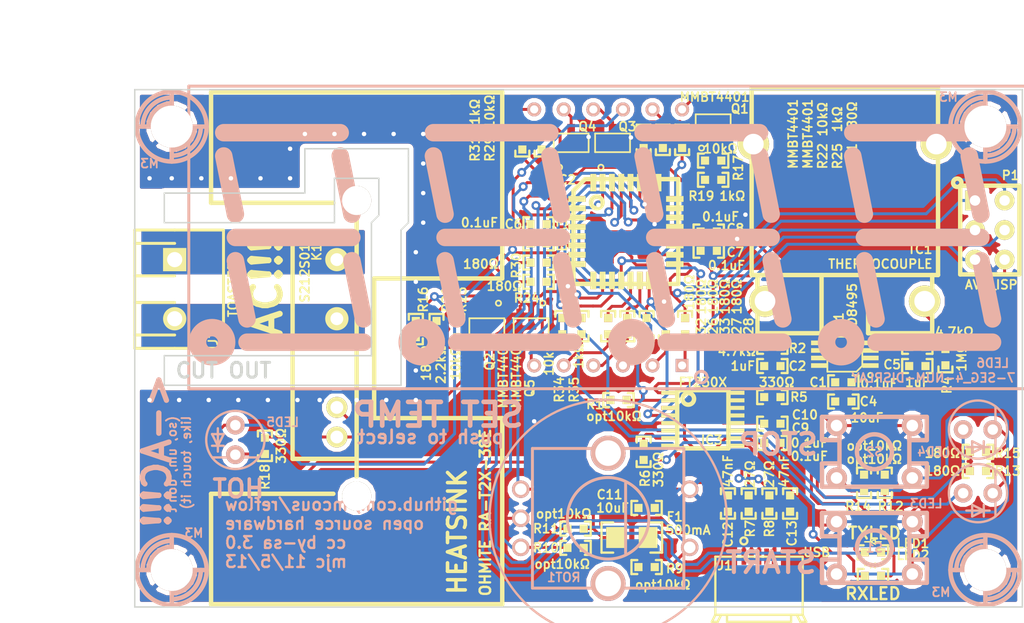
<source format=kicad_pcb>
(kicad_pcb (version 3) (host pcbnew "(2013-07-07 BZR 4022)-stable")
  (title_block (title "reflow pcb") (rev 0.1) (company "Wiley Cousins, LLC.") (comment 1 github.com/mcous/reflow) (comment 2 "shared under the terms of the Creative Commons Attribution Share-Alike 3.0 license") (comment 3 "open source hardware"))
  (layers (15 F.Cu signal) (0 B.Cu signal hide) (18 B.Paste user) (19 F.Paste user) (20 B.SilkS user hide) (21 F.SilkS user) (22 B.Mask user) (23 F.Mask user) (28 Edge.Cuts user))
  (net 0 "")
  (net 1 /DIG1)
  (net 2 /DIG2)
  (net 3 /DIG3)
  (net 4 /DIG4)
  (net 5 /ENC_A)
  (net 6 /ENC_B)
  (net 7 /HEAT)
  (net 8 /LED_START)
  (net 9 /LED_STOP)
  (net 10 /MISO)
  (net 11 /MOSI)
  (net 12 /RESET)
  (net 13 /SCK)
  (net 14 /SEGA)
  (net 15 /SEGB)
  (net 16 /SEGC)
  (net 17 /SEGF)
  (net 18 /SEGG)
  (net 19 /SET)
  (net 20 /START)
  (net 21 /STOP)
  (net 22 /TEMP)
  (net 23 /USART_RX)
  (net 24 /USART_TX)
  (net 25 GND)
  (net 26 N-000001)
  (net 27 N-0000010)
  (net 28 N-0000011)
  (net 29 N-0000012)
  (net 30 N-0000014)
  (net 31 N-0000016)
  (net 32 N-0000018)
  (net 33 N-0000019)
  (net 34 N-000002)
  (net 35 N-0000020)
  (net 36 N-000003)
  (net 37 N-0000030)
  (net 38 N-0000032)
  (net 39 N-0000033)
  (net 40 N-0000037)
  (net 41 N-0000038)
  (net 42 N-0000039)
  (net 43 N-0000043)
  (net 44 N-0000044)
  (net 45 N-0000045)
  (net 46 N-0000046)
  (net 47 N-0000047)
  (net 48 N-0000049)
  (net 49 N-000005)
  (net 50 N-0000050)
  (net 51 N-0000051)
  (net 52 N-0000052)
  (net 53 N-0000053)
  (net 54 N-0000055)
  (net 55 N-0000056)
  (net 56 N-000006)
  (net 57 N-0000061)
  (net 58 N-0000062)
  (net 59 N-0000064)
  (net 60 N-0000067)
  (net 61 N-000007)
  (net 62 N-000008)
  (net 63 N-000009)
  (net 64 VCC)
  (module SHARP_SIP_SSR (layer F.Cu) (at 135.255 100.33 270)
    (fp_text reference K1 (at -8.255 3.429 270) (layer F.SilkS) (effects (font (size 0.762 0.762) (thickness 0.1524))))
    (fp_text value S212S01 (at -6.477 4.445 270) (layer F.SilkS) (effects (font (size 0.762 0.762) (thickness 0.1524))))
    (fp_text user "OHMITE RA-T2X-38E" (at 14.097 -11.049 270) (layer F.SilkS) (effects (font (size 0.89916 0.89916) (thickness 0.20066))))
    (fp_text user HEATSINK (at 15.748 -8.636 270) (layer F.SilkS) (effects (font (size 1.524 1.524) (thickness 0.3048))))
    (pad 1 thru_hole circle (at -7.62 1.69926 270) (size 1.99898 1.99898) (drill 1.09982) (layers *.Cu *.Mask F.SilkS) (net 51 N-0000051))
    (pad 2 thru_hole circle (at -2.54 1.69926 270) (size 1.99898 1.99898) (drill 1.09982) (layers *.Cu *.Mask F.SilkS) (net 48 N-0000049))
    (pad 3 thru_hole circle (at 5.08 1.69926 270) (size 1.80086 1.80086) (drill 1.09982) (layers *.Cu *.Mask F.SilkS) (net 30 N-0000014))
    (pad 4 thru_hole circle (at 7.62 1.69926 270) (size 1.80086 1.80086) (drill 1.09982) (layers *.Cu *.Mask F.SilkS) (net 45 N-0000045))
    (pad "" thru_hole circle (at 12.7 0 270) (size 2.49936 2.49936) (drill 2.49936) (layers *.Cu *.Mask F.SilkS))
    (pad "" thru_hole circle (at -12.7 0 270) (size 2.49936 2.49936) (drill 2.49936) (layers *.Cu *.Mask F.SilkS))
  )
  (module TQFP32_7mm (layer F.Cu) (at 158.369 90.297)
    (fp_text reference IC2 (at -5.207 -4.445) (layer F.SilkS) (effects (font (size 0.762 0.762) (thickness 0.1524))))
    (fp_text value ATMEGA328P (at -5.461 0.254 90) (layer F.SilkS) (effects (font (size 0.762 0.762) (thickness 0.1524))))
    (pad 1 smd rect (at -4.20116 -2.79908) (size 1.50114 0.50038) (layers F.Cu F.Paste F.SilkS F.Mask) (net 21 /STOP))
    (pad 2 smd rect (at -4.20116 -1.99898) (size 1.50114 0.50038) (layers F.Cu F.Paste F.SilkS F.Mask) (net 19 /SET))
    (pad 3 smd rect (at -4.20116 -1.19888) (size 1.50114 0.50038) (layers F.Cu F.Paste F.SilkS F.Mask) (net 25 GND))
    (pad 4 smd rect (at -4.20116 -0.39878) (size 1.50114 0.50038) (layers F.Cu F.Paste F.SilkS F.Mask) (net 64 VCC))
    (pad 5 smd rect (at -4.20116 0.39878) (size 1.50114 0.50038) (layers F.Cu F.Paste F.SilkS F.Mask) (net 25 GND))
    (pad 6 smd rect (at -4.20116 1.19888) (size 1.50114 0.50038) (layers F.Cu F.Paste F.SilkS F.Mask) (net 64 VCC))
    (pad 7 smd rect (at -4.20116 1.99898) (size 1.50114 0.50038) (layers F.Cu F.Paste F.SilkS F.Mask) (net 17 /SEGF))
    (pad 8 smd rect (at -4.20116 2.79908) (size 1.50114 0.50038) (layers F.Cu F.Paste F.SilkS F.Mask) (net 15 /SEGB))
    (pad 9 smd rect (at -2.79908 4.20116 90) (size 1.50114 0.50038) (layers F.Cu F.Paste F.SilkS F.Mask) (net 8 /LED_START))
    (pad 10 smd rect (at -1.99898 4.20116 90) (size 1.50114 0.50038) (layers F.Cu F.Paste F.SilkS F.Mask) (net 9 /LED_STOP))
    (pad 11 smd rect (at -1.19888 4.20116 90) (size 1.50114 0.50038) (layers F.Cu F.Paste F.SilkS F.Mask) (net 7 /HEAT))
    (pad 12 smd rect (at -0.39878 4.20116 90) (size 1.50114 0.50038) (layers F.Cu F.Paste F.SilkS F.Mask) (net 14 /SEGA))
    (pad 13 smd rect (at 0.39878 4.20116 90) (size 1.50114 0.50038) (layers F.Cu F.Paste F.SilkS F.Mask) (net 18 /SEGG))
    (pad 14 smd rect (at 1.19888 4.20116 90) (size 1.50114 0.50038) (layers F.Cu F.Paste F.SilkS F.Mask) (net 16 /SEGC))
    (pad 15 smd rect (at 1.99898 4.20116 90) (size 1.50114 0.50038) (layers F.Cu F.Paste F.SilkS F.Mask) (net 11 /MOSI))
    (pad 16 smd rect (at 2.79908 4.20116 90) (size 1.50114 0.50038) (layers F.Cu F.Paste F.SilkS F.Mask) (net 10 /MISO))
    (pad 17 smd rect (at 4.20116 2.79908 180) (size 1.50114 0.50038) (layers F.Cu F.Paste F.SilkS F.Mask) (net 13 /SCK))
    (pad 18 smd rect (at 4.20116 1.99898 180) (size 1.50114 0.50038) (layers F.Cu F.Paste F.SilkS F.Mask) (net 64 VCC))
    (pad 19 smd rect (at 4.20116 1.19888 180) (size 1.50114 0.50038) (layers F.Cu F.Paste F.SilkS F.Mask))
    (pad 20 smd rect (at 4.20116 0.39878 180) (size 1.50114 0.50038) (layers F.Cu F.Paste F.SilkS F.Mask) (net 64 VCC))
    (pad 21 smd rect (at 4.20116 -0.39878 180) (size 1.50114 0.50038) (layers F.Cu F.Paste F.SilkS F.Mask) (net 25 GND))
    (pad 22 smd rect (at 4.20116 -1.19888 180) (size 1.50114 0.50038) (layers F.Cu F.Paste F.SilkS F.Mask) (net 22 /TEMP))
    (pad 23 smd rect (at 4.20116 -1.99898 180) (size 1.50114 0.50038) (layers F.Cu F.Paste F.SilkS F.Mask) (net 1 /DIG1))
    (pad 24 smd rect (at 4.20116 -2.79908 180) (size 1.50114 0.50038) (layers F.Cu F.Paste F.SilkS F.Mask) (net 2 /DIG2))
    (pad 25 smd rect (at 2.79908 -4.20116 270) (size 1.50114 0.50038) (layers F.Cu F.Paste F.SilkS F.Mask) (net 3 /DIG3))
    (pad 26 smd rect (at 1.99898 -4.20116 270) (size 1.50114 0.50038) (layers F.Cu F.Paste F.SilkS F.Mask) (net 4 /DIG4))
    (pad 27 smd rect (at 1.19888 -4.20116 270) (size 1.50114 0.50038) (layers F.Cu F.Paste F.SilkS F.Mask) (net 5 /ENC_A))
    (pad 28 smd rect (at 0.39878 -4.20116 270) (size 1.50114 0.50038) (layers F.Cu F.Paste F.SilkS F.Mask) (net 6 /ENC_B))
    (pad 29 smd rect (at -0.39878 -4.20116 270) (size 1.50114 0.50038) (layers F.Cu F.Paste F.SilkS F.Mask) (net 12 /RESET))
    (pad 30 smd rect (at -1.19888 -4.20116 270) (size 1.50114 0.50038) (layers F.Cu F.Paste F.SilkS F.Mask) (net 23 /USART_RX))
    (pad 31 smd rect (at -1.99898 -4.20116 270) (size 1.50114 0.50038) (layers F.Cu F.Paste F.SilkS F.Mask) (net 24 /USART_TX))
    (pad 32 smd rect (at -2.79908 -4.20116 270) (size 1.50114 0.50038) (layers F.Cu F.Paste F.SilkS F.Mask) (net 20 /START))
  )
  (module THERMOCOUPLE_MINI_PCC-SMP (layer F.Cu) (at 177.165 89.535 90)
    (fp_text reference TC1 (at -2.286 6.477 180) (layer F.SilkS) (effects (font (size 0.762 0.762) (thickness 0.1524))))
    (fp_text value THERMOCOUPLE (at -3.556 3.048 180) (layer F.SilkS) (effects (font (size 0.762 0.762) (thickness 0.1524))))
    (pad 1 thru_hole circle (at -6.74878 -6.85038 90) (size 2.70002 2.70002) (drill 1.77038) (layers *.Cu *.Mask F.SilkS) (net 44 N-0000044))
    (pad 2 thru_hole circle (at -6.74878 6.85038 90) (size 2.70002 2.70002) (drill 1.77038) (layers *.Cu *.Mask F.SilkS) (net 58 N-0000062))
    (pad "" thru_hole circle (at 6.74878 -7.85114 90) (size 2.70002 2.70002) (drill 1.77038) (layers *.Cu *.Mask F.SilkS))
    (pad "" thru_hole circle (at 6.74878 7.85114 90) (size 2.70002 2.70002) (drill 1.77038) (layers *.Cu *.Mask F.SilkS))
  )
  (module SSOP16 (layer F.Cu) (at 164.973 106.426)
    (fp_text reference IC3 (at 0.762 1.778) (layer F.SilkS) (effects (font (size 0.762 0.762) (thickness 0.1524))))
    (fp_text value FT230X (at 0 -3.175) (layer F.SilkS) (effects (font (size 0.762 0.762) (thickness 0.1524))))
    (pad 9 smd rect (at 2.87528 2.27584) (size 1.39954 0.35052) (layers F.Cu F.Paste F.SilkS F.Mask) (net 46 N-0000046))
    (pad 10 smd rect (at 2.87528 1.6256) (size 1.39954 0.35052) (layers F.Cu F.Paste F.SilkS F.Mask) (net 47 N-0000047))
    (pad 11 smd rect (at 2.87528 0.97536) (size 1.39954 0.35052) (layers F.Cu F.Paste F.SilkS F.Mask) (net 47 N-0000047))
    (pad 12 smd rect (at 2.87528 0.32512) (size 1.39954 0.35052) (layers F.Cu F.Paste F.SilkS F.Mask) (net 64 VCC))
    (pad 13 smd rect (at 2.87528 -0.32512) (size 1.39954 0.35052) (layers F.Cu F.Paste F.SilkS F.Mask) (net 25 GND))
    (pad 14 smd rect (at 2.87528 -0.97536) (size 1.39954 0.35052) (layers F.Cu F.Paste F.SilkS F.Mask) (net 38 N-0000032))
    (pad 15 smd rect (at 2.87528 -1.6256) (size 1.39954 0.35052) (layers F.Cu F.Paste F.SilkS F.Mask))
    (pad 16 smd rect (at 2.87528 -2.27584) (size 1.39954 0.35052) (layers F.Cu F.Paste F.SilkS F.Mask))
    (pad 1 smd rect (at -2.87528 -2.27584) (size 1.39954 0.35052) (layers F.Cu F.Paste F.SilkS F.Mask) (net 23 /USART_RX))
    (pad 2 smd rect (at -2.87528 -1.6256) (size 1.39954 0.35052) (layers F.Cu F.Paste F.SilkS F.Mask) (net 12 /RESET))
    (pad 3 smd rect (at -2.87528 -0.97536) (size 1.39954 0.35052) (layers F.Cu F.Paste F.SilkS F.Mask) (net 47 N-0000047))
    (pad 4 smd rect (at -2.87528 -0.32512) (size 1.39954 0.35052) (layers F.Cu F.Paste F.SilkS F.Mask) (net 24 /USART_TX))
    (pad 5 smd rect (at -2.87528 0.32512) (size 1.39954 0.35052) (layers F.Cu F.Paste F.SilkS F.Mask) (net 25 GND))
    (pad 6 smd rect (at -2.87528 0.97536) (size 1.39954 0.35052) (layers F.Cu F.Paste F.SilkS F.Mask) (net 25 GND))
    (pad 7 smd rect (at -2.87528 1.6256) (size 1.39954 0.35052) (layers F.Cu F.Paste F.SilkS F.Mask) (net 39 N-0000033))
    (pad 8 smd rect (at -2.87528 2.27584) (size 1.39954 0.35052) (layers F.Cu F.Paste F.SilkS F.Mask) (net 41 N-0000038))
  )
  (module SPST_4-pin-thru (layer B.Cu) (at 179.705 117.475)
    (fp_text reference S1 (at 0 0) (layer B.SilkS) (effects (font (size 0.762 0.762) (thickness 0.1524)) (justify mirror)))
    (fp_text value START (at -8.89 1.27) (layer B.SilkS) (effects (font (size 1.778 1.778) (thickness 0.3556)) (justify mirror)))
    (pad 1 thru_hole circle (at -3.25 -2.25) (size 1.8 1.8) (drill 1) (layers *.Cu *.Mask B.SilkS) (net 25 GND))
    (pad 1 thru_hole circle (at 3.25 -2.25) (size 1.8 1.8) (drill 1) (layers *.Cu *.Mask B.SilkS) (net 25 GND))
    (pad 2 thru_hole circle (at -3.25 2.25) (size 1.8 1.8) (drill 1) (layers *.Cu *.Mask B.SilkS) (net 20 /START))
    (pad 2 thru_hole circle (at 3.25 2.25) (size 1.8 1.8) (drill 1) (layers *.Cu *.Mask B.SilkS) (net 20 /START))
  )
  (module SPST_4-pin-thru (layer B.Cu) (at 179.705 109.22)
    (fp_text reference S2 (at 0 0) (layer B.SilkS) (effects (font (size 0.762 0.762) (thickness 0.1524)) (justify mirror)))
    (fp_text value STOP (at -8.255 -0.635) (layer B.SilkS) (effects (font (size 1.778 1.778) (thickness 0.3556)) (justify mirror)))
    (pad 1 thru_hole circle (at -3.25 -2.25) (size 1.8 1.8) (drill 1) (layers *.Cu *.Mask B.SilkS) (net 25 GND))
    (pad 1 thru_hole circle (at 3.25 -2.25) (size 1.8 1.8) (drill 1) (layers *.Cu *.Mask B.SilkS) (net 25 GND))
    (pad 2 thru_hole circle (at -3.25 2.25) (size 1.8 1.8) (drill 1) (layers *.Cu *.Mask B.SilkS) (net 21 /STOP))
    (pad 2 thru_hole circle (at 3.25 2.25) (size 1.8 1.8) (drill 1) (layers *.Cu *.Mask B.SilkS) (net 21 /STOP))
  )
  (module SOT23 (layer F.Cu) (at 165.862 81.026 90)
    (fp_text reference Q1 (at 1.27 2.286 180) (layer F.SilkS) (effects (font (size 0.762 0.762) (thickness 0.1524))))
    (fp_text value MMBT4401 (at 2.286 0.127 180) (layer F.SilkS) (effects (font (size 0.762 0.762) (thickness 0.1524))))
    (pad 1 smd rect (at -1.1 -0.95 90) (size 1.06 0.65) (layers F.Cu F.Paste F.Mask) (net 29 N-0000012))
    (pad 3 smd rect (at 1.1 0 90) (size 1.06 0.65) (layers F.Cu F.Paste F.Mask) (net 33 N-0000019))
    (pad 2 smd rect (at -1.1 0.95 90) (size 1.06 0.65) (layers F.Cu F.Paste F.Mask) (net 25 GND))
  )
  (module SOT23 (layer F.Cu) (at 157.226 82.677 90)
    (fp_text reference Q3 (at 1.397 1.27 180) (layer F.SilkS) (effects (font (size 0.762 0.762) (thickness 0.1524))))
    (fp_text value MMBT4401 (at 0.762 16.764 90) (layer F.SilkS) (effects (font (size 0.762 0.762) (thickness 0.1524))))
    (pad 1 smd rect (at -1.1 -0.95 90) (size 1.06 0.65) (layers F.Cu F.Paste F.Mask) (net 37 N-0000030))
    (pad 3 smd rect (at 1.1 0 90) (size 1.06 0.65) (layers F.Cu F.Paste F.Mask) (net 35 N-0000020))
    (pad 2 smd rect (at -1.1 0.95 90) (size 1.06 0.65) (layers F.Cu F.Paste F.Mask) (net 25 GND))
  )
  (module SOT23 (layer F.Cu) (at 153.67 82.677 90)
    (fp_text reference Q4 (at 1.397 1.397 180) (layer F.SilkS) (effects (font (size 0.762 0.762) (thickness 0.1524))))
    (fp_text value MMBT4401 (at 0.762 19.05 90) (layer F.SilkS) (effects (font (size 0.762 0.762) (thickness 0.1524))))
    (pad 1 smd rect (at -1.1 -0.95 90) (size 1.06 0.65) (layers F.Cu F.Paste F.Mask) (net 31 N-0000016))
    (pad 3 smd rect (at 1.1 0 90) (size 1.06 0.65) (layers F.Cu F.Paste F.Mask) (net 54 N-0000055))
    (pad 2 smd rect (at -1.1 0.95 90) (size 1.06 0.65) (layers F.Cu F.Paste F.Mask) (net 25 GND))
  )
  (module SOT23 (layer F.Cu) (at 150.241 98.552 270)
    (fp_text reference Q5 (at 5.207 0.127 270) (layer F.SilkS) (effects (font (size 0.762 0.762) (thickness 0.1524))))
    (fp_text value MMBT4401 (at 3.937 1.27 270) (layer F.SilkS) (effects (font (size 0.762 0.762) (thickness 0.1524))))
    (pad 1 smd rect (at -1.1 -0.95 270) (size 1.06 0.65) (layers F.Cu F.Paste F.Mask) (net 32 N-0000018))
    (pad 3 smd rect (at 1.1 0 270) (size 1.06 0.65) (layers F.Cu F.Paste F.Mask) (net 55 N-0000056))
    (pad 2 smd rect (at -1.1 0.95 270) (size 1.06 0.65) (layers F.Cu F.Paste F.Mask) (net 25 GND))
  )
  (module SOT23 (layer F.Cu) (at 146.431 98.552 270)
    (fp_text reference Q2 (at 2.921 -0.254 270) (layer F.SilkS) (effects (font (size 0.762 0.762) (thickness 0.1524))))
    (fp_text value MMBT4401 (at 3.937 -1.397 270) (layer F.SilkS) (effects (font (size 0.762 0.762) (thickness 0.1524))))
    (pad 1 smd rect (at -1.1 -0.95 270) (size 1.06 0.65) (layers F.Cu F.Paste F.Mask) (net 53 N-0000053))
    (pad 3 smd rect (at 1.1 0 270) (size 1.06 0.65) (layers F.Cu F.Paste F.Mask) (net 45 N-0000045))
    (pad 2 smd rect (at -1.1 0.95 270) (size 1.06 0.65) (layers F.Cu F.Paste F.Mask) (net 25 GND))
  )
  (module SF_ROTARY-ENCODER (layer B.Cu) (at 156.845 114.935 90)
    (fp_text reference ROT1 (at -5.08 -3.81 180) (layer B.SilkS) (effects (font (size 0.762 0.762) (thickness 0.1524)) (justify mirror)))
    (fp_text value "SET TEMP" (at 8.89 -14.605 180) (layer B.SilkS) (effects (font (size 2.032 2.032) (thickness 0.4064)) (justify mirror)))
    (pad 1 thru_hole circle (at -2.5 7 90) (size 1.5 1.5) (drill 1) (layers *.Cu *.Mask B.SilkS) (net 19 /SET))
    (pad 2 thru_hole circle (at -2.5 -7.5 90) (size 1.5 1.5) (drill 1) (layers *.Cu *.Mask B.SilkS) (net 5 /ENC_A))
    (pad 3 thru_hole circle (at 0 -7.5 90) (size 1.5 1.5) (drill 1) (layers *.Cu *.Mask B.SilkS) (net 25 GND))
    (pad 4 thru_hole circle (at 2.5 -7.5 90) (size 1.5 1.5) (drill 1) (layers *.Cu *.Mask B.SilkS) (net 6 /ENC_B))
    (pad 5 thru_hole circle (at 2.5 7 90) (size 1.5 1.5) (drill 1) (layers *.Cu *.Mask B.SilkS) (net 25 GND))
    (pad "" thru_hole circle (at 5.6 0 90) (size 3 3) (drill 2.2) (layers *.Cu *.Mask B.SilkS))
    (pad "" thru_hole circle (at -5.6 0 90) (size 3 3) (drill 2.2) (layers *.Cu *.Mask B.SilkS))
  )
  (module SF_4-DIGIT_7-SEGMENT_CC (layer B.Cu) (at 156.845 90.805 180)
    (fp_text reference LED6 (at -33.02 -10.795 180) (layer B.SilkS) (effects (font (size 0.762 0.762) (thickness 0.1524)) (justify mirror)))
    (fp_text value 7-SEG_4-NUM-DISPLAY (at -27.94 -12.065 180) (layer B.SilkS) (effects (font (size 0.762 0.762) (thickness 0.1524)) (justify mirror)))
    (pad 1 thru_hole rect (at -6.35 -11 180) (size 1.1 1.1) (drill 0.7) (layers *.Cu *.Mask B.SilkS) (net 62 N-000008))
    (pad 2 thru_hole circle (at -3.81 -11 180) (size 1.2 1.2) (drill 0.7) (layers *.Cu *.Mask B.SilkS) (net 61 N-000007))
    (pad 3 thru_hole circle (at -1.27 -11 180) (size 1.2 1.2) (drill 0.7) (layers *.Cu *.Mask B.SilkS) (net 28 N-0000011))
    (pad 4 thru_hole circle (at 1.27 -11 180) (size 1.2 1.2) (drill 0.7) (layers *.Cu *.Mask B.SilkS) (net 56 N-000006))
    (pad 5 thru_hole circle (at 3.81 -11 180) (size 1.2 1.2) (drill 0.7) (layers *.Cu *.Mask B.SilkS) (net 27 N-0000010))
    (pad 6 thru_hole circle (at 6.35 -11 180) (size 1.2 1.2) (drill 0.7) (layers *.Cu *.Mask B.SilkS) (net 55 N-0000056))
    (pad 7 thru_hole circle (at 6.35 11 180) (size 1.2 1.2) (drill 0.7) (layers *.Cu *.Mask B.SilkS) (net 49 N-000005))
    (pad 8 thru_hole circle (at 3.81 11 180) (size 1.2 1.2) (drill 0.7) (layers *.Cu *.Mask B.SilkS) (net 54 N-0000055))
    (pad 9 thru_hole circle (at 1.27 11 180) (size 1.2 1.2) (drill 0.7) (layers *.Cu *.Mask B.SilkS) (net 35 N-0000020))
    (pad 10 thru_hole circle (at -1.27 11 180) (size 1.2 1.2) (drill 0.7) (layers *.Cu *.Mask B.SilkS) (net 63 N-000009))
    (pad 11 thru_hole circle (at -3.81 11 180) (size 1.2 1.2) (drill 0.7) (layers *.Cu *.Mask B.SilkS) (net 26 N-000001))
    (pad 12 thru_hole circle (at -6.35 11 180) (size 1.2 1.2) (drill 0.7) (layers *.Cu *.Mask B.SilkS) (net 33 N-0000019))
  )
  (module MSOP8 (layer F.Cu) (at 177.165 100.838 180)
    (fp_text reference IC1 (at 0.508 2.667 270) (layer F.SilkS) (effects (font (size 0.762 0.762) (thickness 0.1524))))
    (fp_text value AD8495 (at -0.635 3.937 270) (layer F.SilkS) (effects (font (size 0.762 0.762) (thickness 0.1524))))
    (pad 1 smd rect (at -2.2 -0.975 180) (size 1.4 0.4) (layers F.Cu F.Paste F.SilkS F.Mask) (net 59 N-0000064))
    (pad 2 smd rect (at -2.2 -0.325 180) (size 1.4 0.4) (layers F.Cu F.Paste F.SilkS F.Mask) (net 25 GND))
    (pad 3 smd rect (at -2.2 0.325 180) (size 1.4 0.4) (layers F.Cu F.Paste F.SilkS F.Mask) (net 25 GND))
    (pad 4 smd rect (at -2.2 0.975 180) (size 1.4 0.4) (layers F.Cu F.Paste F.SilkS F.Mask))
    (pad 5 smd rect (at 2.2 0.975 180) (size 1.4 0.4) (layers F.Cu F.Paste F.SilkS F.Mask) (net 22 /TEMP))
    (pad 6 smd rect (at 2.2 0.325 180) (size 1.4 0.4) (layers F.Cu F.Paste F.SilkS F.Mask) (net 22 /TEMP))
    (pad 7 smd rect (at 2.2 -0.325 180) (size 1.4 0.4) (layers F.Cu F.Paste F.SilkS F.Mask) (net 64 VCC))
    (pad 8 smd rect (at 2.2 -0.975 180) (size 1.4 0.4) (layers F.Cu F.Paste F.SilkS F.Mask) (net 57 N-0000061))
  )
  (module MICROUSB_sm (layer F.Cu) (at 169.799 121.031 90)
    (fp_text reference J1 (at 2.032 -2.921 180) (layer F.SilkS) (effects (font (size 0.762 0.762) (thickness 0.1524))))
    (fp_text value USB (at 3.175 4.953 180) (layer F.SilkS) (effects (font (size 0.762 0.762) (thickness 0.1524))))
    (pad 1 smd rect (at 2.8 -1.3 90) (size 1.4 0.4) (layers F.Cu F.Paste F.Mask) (net 60 N-0000067))
    (pad 2 smd rect (at 2.8 -0.65 90) (size 1.4 0.4) (layers F.Cu F.Paste F.Mask) (net 52 N-0000052))
    (pad 3 smd rect (at 2.8 0 90) (size 1.4 0.4) (layers F.Cu F.Paste F.Mask) (net 42 N-0000039))
    (pad 4 smd rect (at 2.8 0.65 90) (size 1.4 0.4) (layers F.Cu F.Paste F.Mask))
    (pad 5 smd rect (at 2.8 1.3 90) (size 1.4 0.4) (layers F.Cu F.Paste F.Mask) (net 25 GND))
    (pad "" smd rect (at -0.05 -3.75 90) (size 1.9 2.3) (layers F.Cu F.Paste F.Mask))
    (pad "" smd rect (at -0.05 3.75 90) (size 1.9 2.3) (layers F.Cu F.Paste F.Mask))
    (pad "" smd rect (at -0.05 1.15 90) (size 1.9 1.8) (layers F.Cu F.Paste F.Mask))
    (pad "" smd rect (at -0.05 -1.15 90) (size 1.9 1.8) (layers F.Cu F.Paste F.Mask))
  )
  (module 2x3-array (layer F.Cu) (at 189.611 90.17)
    (fp_text reference P1 (at 1.778 -4.699) (layer F.SilkS) (effects (font (size 0.762 0.762) (thickness 0.1524))))
    (fp_text value AVR_ISP (at 0.127 4.699) (layer F.SilkS) (effects (font (size 0.762 0.762) (thickness 0.1524))))
    (pad 1 thru_hole rect (at -1.27 -2.54) (size 1.7 1.7) (drill 0.9) (layers *.Cu *.Mask F.SilkS) (net 10 /MISO))
    (pad 2 thru_hole circle (at 1.27 -2.54) (size 1.7 1.7) (drill 0.9) (layers *.Cu *.Mask F.SilkS) (net 64 VCC))
    (pad 3 thru_hole circle (at -1.27 0) (size 1.7 1.7) (drill 0.9) (layers *.Cu *.Mask F.SilkS) (net 13 /SCK))
    (pad 4 thru_hole circle (at 1.27 0) (size 1.7 1.7) (drill 0.9) (layers *.Cu *.Mask F.SilkS) (net 11 /MOSI))
    (pad 5 thru_hole circle (at -1.27 2.54) (size 1.7 1.7) (drill 0.9) (layers *.Cu *.Mask F.SilkS) (net 12 /RESET))
    (pad 6 thru_hole circle (at 1.27 2.54) (size 1.7 1.7) (drill 0.9) (layers *.Cu *.Mask F.SilkS) (net 25 GND))
  )
  (module "1206(3216m)" (layer F.Cu) (at 158.877 116.586 180)
    (fp_text reference F1 (at -3.683 1.778 180) (layer F.SilkS) (effects (font (size 0.762 0.762) (thickness 0.1524))))
    (fp_text value 500mA (at -4.826 0.635 180) (layer F.SilkS) (effects (font (size 0.762 0.762) (thickness 0.1524))))
    (pad 1 smd rect (at -1.4 0 180) (size 1.6 1.8) (layers F.Cu F.Paste F.SilkS F.Mask) (net 60 N-0000067))
    (pad 2 smd rect (at 1.4 0 180) (size 1.6 1.8) (layers F.Cu F.Paste F.SilkS F.Mask) (net 64 VCC))
  )
  (module "0603(1608m)_led" (layer F.Cu) (at 179.578 117.856)
    (fp_text reference LED1 (at 3.429 -0.762) (layer F.SilkS) (effects (font (size 0.762 0.762) (thickness 0.1524))))
    (fp_text value TXLED (at 0.127 -1.651) (layer F.SilkS) (effects (font (size 1.016 1.016) (thickness 0.2032))))
    (pad 1 smd rect (at -0.7 0) (size 0.7 0.7) (layers F.Cu F.Paste F.SilkS F.Mask) (net 43 N-0000043))
    (pad 2 smd rect (at 0.7 0) (size 0.7 0.7) (layers F.Cu F.Paste F.SilkS F.Mask) (net 64 VCC))
  )
  (module "0603(1608m)_led" (layer F.Cu) (at 179.578 119.888)
    (fp_text reference LED2 (at 3.429 -1.778) (layer F.SilkS) (effects (font (size 0.762 0.762) (thickness 0.1524))))
    (fp_text value RXLED (at 0 1.524) (layer F.SilkS) (effects (font (size 1.016 1.016) (thickness 0.2032))))
    (pad 1 smd rect (at -0.7 0) (size 0.7 0.7) (layers F.Cu F.Paste F.SilkS F.Mask) (net 40 N-0000037))
    (pad 2 smd rect (at 0.7 0) (size 0.7 0.7) (layers F.Cu F.Paste F.SilkS F.Mask) (net 64 VCC))
  )
  (module "0603(1608m)" (layer F.Cu) (at 140.335 98.679 270)
    (fp_text reference R16 (at -2.54 -0.635 270) (layer F.SilkS) (effects (font (size 0.762 0.762) (thickness 0.1524))))
    (fp_text value 180Ω (at 2.921 -0.889 270) (layer F.SilkS) (effects (font (size 0.762 0.762) (thickness 0.1524))))
    (pad 1 smd rect (at -0.7 0 270) (size 0.7 0.7) (layers F.Cu F.Paste F.SilkS F.Mask) (net 64 VCC))
    (pad 2 smd rect (at 0.7 0 270) (size 0.7 0.7) (layers F.Cu F.Paste F.SilkS F.Mask) (net 30 N-0000014))
  )
  (module "0603(1608m)" (layer F.Cu) (at 170.942 108.458 180)
    (fp_text reference C9 (at -2.413 1.27 180) (layer F.SilkS) (effects (font (size 0.762 0.762) (thickness 0.1524))))
    (fp_text value 0.1uF (at -3.175 -1.143 180) (layer F.SilkS) (effects (font (size 0.762 0.762) (thickness 0.1524))))
    (pad 1 smd rect (at -0.7 0 180) (size 0.7 0.7) (layers F.Cu F.Paste F.SilkS F.Mask) (net 25 GND))
    (pad 2 smd rect (at 0.7 0 180) (size 0.7 0.7) (layers F.Cu F.Paste F.SilkS F.Mask) (net 47 N-0000047))
  )
  (module "0603(1608m)" (layer F.Cu) (at 170.942 106.807 180)
    (fp_text reference C10 (at -2.794 0.762 180) (layer F.SilkS) (effects (font (size 0.762 0.762) (thickness 0.1524))))
    (fp_text value 0.1uF (at -3.175 -1.651 180) (layer F.SilkS) (effects (font (size 0.762 0.762) (thickness 0.1524))))
    (pad 1 smd rect (at -0.7 0 180) (size 0.7 0.7) (layers F.Cu F.Paste F.SilkS F.Mask) (net 25 GND))
    (pad 2 smd rect (at 0.7 0 180) (size 0.7 0.7) (layers F.Cu F.Paste F.SilkS F.Mask) (net 64 VCC))
  )
  (module "0603(1608m)" (layer F.Cu) (at 160.147 114.046 180)
    (fp_text reference C11 (at 3.175 1.143 180) (layer F.SilkS) (effects (font (size 0.762 0.762) (thickness 0.1524))))
    (fp_text value 10uF (at 2.921 0 180) (layer F.SilkS) (effects (font (size 0.762 0.762) (thickness 0.1524))))
    (pad 1 smd rect (at -0.7 0 180) (size 0.7 0.7) (layers F.Cu F.Paste F.SilkS F.Mask) (net 60 N-0000067))
    (pad 2 smd rect (at 0.7 0 180) (size 0.7 0.7) (layers F.Cu F.Paste F.SilkS F.Mask) (net 25 GND))
  )
  (module "0603(1608m)" (layer F.Cu) (at 183.388 100.203 180)
    (fp_text reference R3 (at 2.159 0.127 180) (layer F.SilkS) (effects (font (size 0.762 0.762) (thickness 0.1524))))
    (fp_text value 4.7kΩ (at -3.175 1.27 180) (layer F.SilkS) (effects (font (size 0.762 0.762) (thickness 0.1524))))
    (pad 1 smd rect (at -0.7 0 180) (size 0.7 0.7) (layers F.Cu F.Paste F.SilkS F.Mask) (net 58 N-0000062))
    (pad 2 smd rect (at 0.7 0 180) (size 0.7 0.7) (layers F.Cu F.Paste F.SilkS F.Mask) (net 59 N-0000064))
  )
  (module "0603(1608m)" (layer F.Cu) (at 185.801 101.092 90)
    (fp_text reference R4 (at -2.413 0.127 90) (layer F.SilkS) (effects (font (size 0.762 0.762) (thickness 0.1524))))
    (fp_text value 1MΩ (at 0 1.397 90) (layer F.SilkS) (effects (font (size 0.762 0.762) (thickness 0.1524))))
    (pad 1 smd rect (at -0.7 0 90) (size 0.7 0.7) (layers F.Cu F.Paste F.SilkS F.Mask) (net 25 GND))
    (pad 2 smd rect (at 0.7 0 90) (size 0.7 0.7) (layers F.Cu F.Paste F.SilkS F.Mask) (net 58 N-0000062))
  )
  (module "0603(1608m)" (layer F.Cu) (at 167.132 113.665 270)
    (fp_text reference C12 (at 2.667 0 270) (layer F.SilkS) (effects (font (size 0.762 0.762) (thickness 0.1524))))
    (fp_text value 47nF (at -2.794 0 270) (layer F.SilkS) (effects (font (size 0.762 0.762) (thickness 0.1524))))
    (pad 1 smd rect (at -0.7 0 270) (size 0.7 0.7) (layers F.Cu F.Paste F.SilkS F.Mask) (net 25 GND))
    (pad 2 smd rect (at 0.7 0 270) (size 0.7 0.7) (layers F.Cu F.Paste F.SilkS F.Mask) (net 52 N-0000052))
  )
  (module "0603(1608m)" (layer F.Cu) (at 154.051 115.824)
    (fp_text reference R11 (at -2.54 0) (layer F.SilkS) (effects (font (size 0.762 0.762) (thickness 0.1524))))
    (fp_text value opt10kΩ (at -1.143 3.048) (layer F.SilkS) (effects (font (size 0.762 0.762) (thickness 0.1524))))
    (pad 1 smd rect (at -0.7 0) (size 0.7 0.7) (layers F.Cu F.Paste F.SilkS F.Mask) (net 6 /ENC_B))
    (pad 2 smd rect (at 0.7 0) (size 0.7 0.7) (layers F.Cu F.Paste F.SilkS F.Mask) (net 64 VCC))
  )
  (module "0603(1608m)" (layer F.Cu) (at 154.051 117.475)
    (fp_text reference R10 (at -2.54 0) (layer F.SilkS) (effects (font (size 0.762 0.762) (thickness 0.1524))))
    (fp_text value opt10kΩ (at -1.016 -2.921) (layer F.SilkS) (effects (font (size 0.762 0.762) (thickness 0.1524))))
    (pad 1 smd rect (at -0.7 0) (size 0.7 0.7) (layers F.Cu F.Paste F.SilkS F.Mask) (net 5 /ENC_A))
    (pad 2 smd rect (at 0.7 0) (size 0.7 0.7) (layers F.Cu F.Paste F.SilkS F.Mask) (net 64 VCC))
  )
  (module "0603(1608m)" (layer F.Cu) (at 178.816 111.887 90)
    (fp_text reference R14 (at -2.032 -0.508 180) (layer F.SilkS) (effects (font (size 0.762 0.762) (thickness 0.1524))))
    (fp_text value opt10kΩ (at 3.175 0.889 180) (layer F.SilkS) (effects (font (size 0.762 0.762) (thickness 0.1524))))
    (pad 1 smd rect (at -0.7 0 90) (size 0.7 0.7) (layers F.Cu F.Paste F.SilkS F.Mask) (net 21 /STOP))
    (pad 2 smd rect (at 0.7 0 90) (size 0.7 0.7) (layers F.Cu F.Paste F.SilkS F.Mask) (net 64 VCC))
  )
  (module "0603(1608m)" (layer F.Cu) (at 180.594 111.887 90)
    (fp_text reference R12 (at -2.032 0.508 180) (layer F.SilkS) (effects (font (size 0.762 0.762) (thickness 0.1524))))
    (fp_text value opt10kΩ (at 2.032 -0.889 180) (layer F.SilkS) (effects (font (size 0.762 0.762) (thickness 0.1524))))
    (pad 1 smd rect (at -0.7 0 90) (size 0.7 0.7) (layers F.Cu F.Paste F.SilkS F.Mask) (net 20 /START))
    (pad 2 smd rect (at 0.7 0 90) (size 0.7 0.7) (layers F.Cu F.Paste F.SilkS F.Mask) (net 64 VCC))
  )
  (module "0603(1608m)" (layer F.Cu) (at 168.91 113.665 90)
    (fp_text reference R7 (at -2.159 0.127 90) (layer F.SilkS) (effects (font (size 0.762 0.762) (thickness 0.1524))))
    (fp_text value 27Ω (at 2.54 0.127 90) (layer F.SilkS) (effects (font (size 0.762 0.762) (thickness 0.1524))))
    (pad 1 smd rect (at -0.7 0 90) (size 0.7 0.7) (layers F.Cu F.Paste F.SilkS F.Mask) (net 52 N-0000052))
    (pad 2 smd rect (at 0.7 0 90) (size 0.7 0.7) (layers F.Cu F.Paste F.SilkS F.Mask) (net 46 N-0000046))
  )
  (module "0603(1608m)" (layer F.Cu) (at 170.688 113.665 90)
    (fp_text reference R8 (at -2.159 0 90) (layer F.SilkS) (effects (font (size 0.762 0.762) (thickness 0.1524))))
    (fp_text value 27Ω (at 2.54 0 90) (layer F.SilkS) (effects (font (size 0.762 0.762) (thickness 0.1524))))
    (pad 1 smd rect (at -0.7 0 90) (size 0.7 0.7) (layers F.Cu F.Paste F.SilkS F.Mask) (net 42 N-0000039))
    (pad 2 smd rect (at 0.7 0 90) (size 0.7 0.7) (layers F.Cu F.Paste F.SilkS F.Mask) (net 41 N-0000038))
  )
  (module "0603(1608m)" (layer F.Cu) (at 177.038 103.251 180)
    (fp_text reference C1 (at 2.159 0 180) (layer F.SilkS) (effects (font (size 0.762 0.762) (thickness 0.1524))))
    (fp_text value 0.1uF (at -3.048 -0.127 180) (layer F.SilkS) (effects (font (size 0.762 0.762) (thickness 0.1524))))
    (pad 1 smd rect (at -0.7 0 180) (size 0.7 0.7) (layers F.Cu F.Paste F.SilkS F.Mask) (net 25 GND))
    (pad 2 smd rect (at 0.7 0 180) (size 0.7 0.7) (layers F.Cu F.Paste F.SilkS F.Mask) (net 64 VCC))
  )
  (module "0603(1608m)" (layer F.Cu) (at 172.466 113.665 270)
    (fp_text reference C13 (at 2.5654 -0.1524 270) (layer F.SilkS) (effects (font (size 0.762 0.762) (thickness 0.1524))))
    (fp_text value 47nF (at -2.794 0.508 270) (layer F.SilkS) (effects (font (size 0.762 0.762) (thickness 0.1524))))
    (pad 1 smd rect (at -0.7 0 270) (size 0.7 0.7) (layers F.Cu F.Paste F.SilkS F.Mask) (net 25 GND))
    (pad 2 smd rect (at 0.7 0 270) (size 0.7 0.7) (layers F.Cu F.Paste F.SilkS F.Mask) (net 42 N-0000039))
  )
  (module "0603(1608m)" (layer F.Cu) (at 157.734 104.775)
    (fp_text reference R1 (at -2.032 0.381) (layer F.SilkS) (effects (font (size 0.762 0.762) (thickness 0.1524))))
    (fp_text value opt10kΩ (at -0.381 1.397) (layer F.SilkS) (effects (font (size 0.762 0.762) (thickness 0.1524))))
    (pad 1 smd rect (at -0.7 0) (size 0.7 0.7) (layers F.Cu F.Paste F.SilkS F.Mask) (net 64 VCC))
    (pad 2 smd rect (at 0.7 0) (size 0.7 0.7) (layers F.Cu F.Paste F.SilkS F.Mask) (net 12 /RESET))
  )
  (module "0603(1608m)" (layer F.Cu) (at 170.942 104.521)
    (fp_text reference R5 (at 2.286 0) (layer F.SilkS) (effects (font (size 0.762 0.762) (thickness 0.1524))))
    (fp_text value 330Ω (at 0.381 -1.27) (layer F.SilkS) (effects (font (size 0.762 0.762) (thickness 0.1524))))
    (pad 1 smd rect (at -0.7 0) (size 0.7 0.7) (layers F.Cu F.Paste F.SilkS F.Mask) (net 38 N-0000032))
    (pad 2 smd rect (at 0.7 0) (size 0.7 0.7) (layers F.Cu F.Paste F.SilkS F.Mask) (net 43 N-0000043))
  )
  (module "0603(1608m)" (layer F.Cu) (at 159.893 109.22 270)
    (fp_text reference R6 (at 2.286 -0.127 270) (layer F.SilkS) (effects (font (size 0.762 0.762) (thickness 0.1524))))
    (fp_text value 330Ω (at 1.524 -1.27 270) (layer F.SilkS) (effects (font (size 0.762 0.762) (thickness 0.1524))))
    (pad 1 smd rect (at -0.7 0 270) (size 0.7 0.7) (layers F.Cu F.Paste F.SilkS F.Mask) (net 39 N-0000033))
    (pad 2 smd rect (at 0.7 0 270) (size 0.7 0.7) (layers F.Cu F.Paste F.SilkS F.Mask) (net 40 N-0000037))
  )
  (module "0603(1608m)" (layer F.Cu) (at 170.942 100.203)
    (fp_text reference R2 (at 2.159 0.127) (layer F.SilkS) (effects (font (size 0.762 0.762) (thickness 0.1524))))
    (fp_text value 4.7kΩ (at -3.048 0.381) (layer F.SilkS) (effects (font (size 0.762 0.762) (thickness 0.1524))))
    (pad 1 smd rect (at -0.7 0) (size 0.7 0.7) (layers F.Cu F.Paste F.SilkS F.Mask) (net 44 N-0000044))
    (pad 2 smd rect (at 0.7 0) (size 0.7 0.7) (layers F.Cu F.Paste F.SilkS F.Mask) (net 57 N-0000061))
  )
  (module "0603(1608m)" (layer F.Cu) (at 183.388 101.854 180)
    (fp_text reference C5 (at 2.159 0.127 180) (layer F.SilkS) (effects (font (size 0.762 0.762) (thickness 0.1524))))
    (fp_text value 1uF (at 0 -1.397 180) (layer F.SilkS) (effects (font (size 0.762 0.762) (thickness 0.1524))))
    (pad 1 smd rect (at -0.7 0 180) (size 0.7 0.7) (layers F.Cu F.Paste F.SilkS F.Mask) (net 25 GND))
    (pad 2 smd rect (at 0.7 0 180) (size 0.7 0.7) (layers F.Cu F.Paste F.SilkS F.Mask) (net 59 N-0000064))
  )
  (module "0603(1608m)" (layer F.Cu) (at 170.942 101.854 180)
    (fp_text reference C2 (at -2.159 0 180) (layer F.SilkS) (effects (font (size 0.762 0.762) (thickness 0.1524))))
    (fp_text value 1uF (at 2.54 0 180) (layer F.SilkS) (effects (font (size 0.762 0.762) (thickness 0.1524))))
    (pad 1 smd rect (at -0.7 0 180) (size 0.7 0.7) (layers F.Cu F.Paste F.SilkS F.Mask) (net 57 N-0000061))
    (pad 2 smd rect (at 0.7 0 180) (size 0.7 0.7) (layers F.Cu F.Paste F.SilkS F.Mask) (net 25 GND))
  )
  (module "0603(1608m)" (layer F.Cu) (at 177.038 104.902 180)
    (fp_text reference C4 (at -2.159 0 180) (layer F.SilkS) (effects (font (size 0.762 0.762) (thickness 0.1524))))
    (fp_text value 10uF (at -2.032 -1.397 180) (layer F.SilkS) (effects (font (size 0.762 0.762) (thickness 0.1524))))
    (pad 1 smd rect (at -0.7 0 180) (size 0.7 0.7) (layers F.Cu F.Paste F.SilkS F.Mask) (net 59 N-0000064))
    (pad 2 smd rect (at 0.7 0 180) (size 0.7 0.7) (layers F.Cu F.Paste F.SilkS F.Mask) (net 57 N-0000061))
  )
  (module "0603(1608m)" (layer F.Cu) (at 156.845 98.425 270)
    (fp_text reference R32 (at 0.381 -8.001 270) (layer F.SilkS) (effects (font (size 0.762 0.762) (thickness 0.1524))))
    (fp_text value 180Ω (at -2.54 -8.001 270) (layer F.SilkS) (effects (font (size 0.762 0.762) (thickness 0.1524))))
    (pad 1 smd rect (at -0.7 0 270) (size 0.7 0.7) (layers F.Cu F.Paste F.SilkS F.Mask) (net 18 /SEGG))
    (pad 2 smd rect (at 0.7 0 270) (size 0.7 0.7) (layers F.Cu F.Paste F.SilkS F.Mask) (net 27 N-0000010))
  )
  (module "0603(1608m)" (layer F.Cu) (at 143.891 98.679 90)
    (fp_text reference R23 (at 2.54 0.381 90) (layer F.SilkS) (effects (font (size 0.762 0.762) (thickness 0.1524))))
    (fp_text value 10kΩ (at -2.921 -0.127 90) (layer F.SilkS) (effects (font (size 0.762 0.762) (thickness 0.1524))))
    (pad 1 smd rect (at -0.7 0 90) (size 0.7 0.7) (layers F.Cu F.Paste F.SilkS F.Mask) (net 53 N-0000053))
    (pad 2 smd rect (at 0.7 0 90) (size 0.7 0.7) (layers F.Cu F.Paste F.SilkS F.Mask) (net 25 GND))
  )
  (module "0603(1608m)" (layer F.Cu) (at 188.595 109.22)
    (fp_text reference R15 (at 2.54 0.127) (layer F.SilkS) (effects (font (size 0.762 0.762) (thickness 0.1524))))
    (fp_text value 180Ω (at -3.048 0.127) (layer F.SilkS) (effects (font (size 0.762 0.762) (thickness 0.1524))))
    (pad 1 smd rect (at -0.7 0) (size 0.7 0.7) (layers F.Cu F.Paste F.SilkS F.Mask) (net 25 GND))
    (pad 2 smd rect (at 0.7 0) (size 0.7 0.7) (layers F.Cu F.Paste F.SilkS F.Mask) (net 36 N-000003))
  )
  (module "0603(1608m)" (layer F.Cu) (at 188.595 110.871)
    (fp_text reference R13 (at 2.54 0) (layer F.SilkS) (effects (font (size 0.762 0.762) (thickness 0.1524))))
    (fp_text value 180Ω (at -3.048 0) (layer F.SilkS) (effects (font (size 0.762 0.762) (thickness 0.1524))))
    (pad 1 smd rect (at -0.7 0) (size 0.7 0.7) (layers F.Cu F.Paste F.SilkS F.Mask) (net 25 GND))
    (pad 2 smd rect (at 0.7 0) (size 0.7 0.7) (layers F.Cu F.Paste F.SilkS F.Mask) (net 34 N-000002))
  )
  (module "0603(1608m)" (layer F.Cu) (at 142.113 98.679 90)
    (fp_text reference R20 (at 2.54 0.889 90) (layer F.SilkS) (effects (font (size 0.762 0.762) (thickness 0.1524))))
    (fp_text value 2.2kΩ (at -3.048 0.381 90) (layer F.SilkS) (effects (font (size 0.762 0.762) (thickness 0.1524))))
    (pad 1 smd rect (at -0.7 0 90) (size 0.7 0.7) (layers F.Cu F.Paste F.SilkS F.Mask) (net 53 N-0000053))
    (pad 2 smd rect (at 0.7 0 90) (size 0.7 0.7) (layers F.Cu F.Paste F.SilkS F.Mask) (net 7 /HEAT))
  )
  (module "0603(1608m)" (layer F.Cu) (at 163.195 82.423 90)
    (fp_text reference R21 (at -1.397 14.605 90) (layer F.SilkS) (effects (font (size 0.762 0.762) (thickness 0.1524))))
    (fp_text value 180Ω (at 1.778 14.605 90) (layer F.SilkS) (effects (font (size 0.762 0.762) (thickness 0.1524))))
    (pad 1 smd rect (at -0.7 0 90) (size 0.7 0.7) (layers F.Cu F.Paste F.SilkS F.Mask) (net 14 /SEGA))
    (pad 2 smd rect (at 0.7 0 90) (size 0.7 0.7) (layers F.Cu F.Paste F.SilkS F.Mask) (net 26 N-000001))
  )
  (module "0603(1608m)" (layer F.Cu) (at 165.862 85.852)
    (fp_text reference R19 (at -1.016 1.397) (layer F.SilkS) (effects (font (size 0.762 0.762) (thickness 0.1524))))
    (fp_text value 1kΩ (at 1.651 1.397) (layer F.SilkS) (effects (font (size 0.762 0.762) (thickness 0.1524))))
    (pad 1 smd rect (at -0.7 0) (size 0.7 0.7) (layers F.Cu F.Paste F.SilkS F.Mask) (net 29 N-0000012))
    (pad 2 smd rect (at 0.7 0) (size 0.7 0.7) (layers F.Cu F.Paste F.SilkS F.Mask) (net 1 /DIG1))
  )
  (module "0603(1608m)" (layer F.Cu) (at 165.862 84.201)
    (fp_text reference R17 (at 2.159 0.635 90) (layer F.SilkS) (effects (font (size 0.762 0.762) (thickness 0.1524))))
    (fp_text value 10kΩ (at 0.635 -1.016) (layer F.SilkS) (effects (font (size 0.762 0.762) (thickness 0.1524))))
    (pad 1 smd rect (at -0.7 0) (size 0.7 0.7) (layers F.Cu F.Paste F.SilkS F.Mask) (net 29 N-0000012))
    (pad 2 smd rect (at 0.7 0) (size 0.7 0.7) (layers F.Cu F.Paste F.SilkS F.Mask) (net 25 GND))
  )
  (module "0603(1608m)" (layer F.Cu) (at 150.876 94.615 180)
    (fp_text reference R24 (at 1.016 -1.397 180) (layer F.SilkS) (effects (font (size 0.762 0.762) (thickness 0.1524))))
    (fp_text value 180Ω (at 2.921 -0.381 180) (layer F.SilkS) (effects (font (size 0.762 0.762) (thickness 0.1524))))
    (pad 1 smd rect (at -0.7 0 180) (size 0.7 0.7) (layers F.Cu F.Paste F.SilkS F.Mask) (net 15 /SEGB))
    (pad 2 smd rect (at 0.7 0 180) (size 0.7 0.7) (layers F.Cu F.Paste F.SilkS F.Mask) (net 49 N-000005))
  )
  (module "0603(1608m)" (layer F.Cu) (at 158.496 98.425 270)
    (fp_text reference R26 (at 0.381 -7.366 270) (layer F.SilkS) (effects (font (size 0.762 0.762) (thickness 0.1524))))
    (fp_text value 180Ω (at -2.54 -7.366 270) (layer F.SilkS) (effects (font (size 0.762 0.762) (thickness 0.1524))))
    (pad 1 smd rect (at -0.7 0 270) (size 0.7 0.7) (layers F.Cu F.Paste F.SilkS F.Mask) (net 16 /SEGC))
    (pad 2 smd rect (at 0.7 0 270) (size 0.7 0.7) (layers F.Cu F.Paste F.SilkS F.Mask) (net 56 N-000006))
  )
  (module "0603(1608m)" (layer F.Cu) (at 161.798 98.425 270)
    (fp_text reference R27 (at 0.381 -6.096 270) (layer F.SilkS) (effects (font (size 0.762 0.762) (thickness 0.1524))))
    (fp_text value 180Ω (at -2.54 -6.096 270) (layer F.SilkS) (effects (font (size 0.762 0.762) (thickness 0.1524))))
    (pad 1 smd rect (at -0.7 0 270) (size 0.7 0.7) (layers F.Cu F.Paste F.SilkS F.Mask) (net 10 /MISO))
    (pad 2 smd rect (at 0.7 0 270) (size 0.7 0.7) (layers F.Cu F.Paste F.SilkS F.Mask) (net 61 N-000007))
  )
  (module "0603(1608m)" (layer F.Cu) (at 163.449 98.425 270)
    (fp_text reference R28 (at 0.381 -5.461 270) (layer F.SilkS) (effects (font (size 0.762 0.762) (thickness 0.1524))))
    (fp_text value 180Ω (at -2.921 -0.381 270) (layer F.SilkS) (effects (font (size 0.762 0.762) (thickness 0.1524))))
    (pad 1 smd rect (at -0.7 0 270) (size 0.7 0.7) (layers F.Cu F.Paste F.SilkS F.Mask) (net 13 /SCK))
    (pad 2 smd rect (at 0.7 0 270) (size 0.7 0.7) (layers F.Cu F.Paste F.SilkS F.Mask) (net 62 N-000008))
  )
  (module "0603(1608m)" (layer F.Cu) (at 150.876 92.964 180)
    (fp_text reference R30 (at 1.905 -0.254 270) (layer F.SilkS) (effects (font (size 0.762 0.762) (thickness 0.1524))))
    (fp_text value 180Ω (at 4.953 -0.127 180) (layer F.SilkS) (effects (font (size 0.762 0.762) (thickness 0.1524))))
    (pad 1 smd rect (at -0.7 0 180) (size 0.7 0.7) (layers F.Cu F.Paste F.SilkS F.Mask) (net 17 /SEGF))
    (pad 2 smd rect (at 0.7 0 180) (size 0.7 0.7) (layers F.Cu F.Paste F.SilkS F.Mask) (net 63 N-000009))
  )
  (module "0603(1608m)" (layer F.Cu) (at 160.147 119.126 180)
    (fp_text reference R9 (at -2.413 -0.127 180) (layer F.SilkS) (effects (font (size 0.762 0.762) (thickness 0.1524))))
    (fp_text value opt10kΩ (at -1.397 -1.524 180) (layer F.SilkS) (effects (font (size 0.762 0.762) (thickness 0.1524))))
    (pad 1 smd rect (at -0.7 0 180) (size 0.7 0.7) (layers F.Cu F.Paste F.SilkS F.Mask) (net 19 /SET))
    (pad 2 smd rect (at 0.7 0 180) (size 0.7 0.7) (layers F.Cu F.Paste F.SilkS F.Mask) (net 64 VCC))
  )
  (module "0603(1608m)" (layer F.Cu) (at 160.147 98.425 270)
    (fp_text reference R33 (at 0.381 -6.731 270) (layer F.SilkS) (effects (font (size 0.762 0.762) (thickness 0.1524))))
    (fp_text value 180Ω (at -2.54 -6.731 270) (layer F.SilkS) (effects (font (size 0.762 0.762) (thickness 0.1524))))
    (pad 1 smd rect (at -0.7 0 270) (size 0.7 0.7) (layers F.Cu F.Paste F.SilkS F.Mask) (net 11 /MOSI))
    (pad 2 smd rect (at 0.7 0 270) (size 0.7 0.7) (layers F.Cu F.Paste F.SilkS F.Mask) (net 28 N-0000011))
  )
  (module "0603(1608m)" (layer F.Cu) (at 161.544 82.423 270)
    (fp_text reference R25 (at 1.397 -14.986 270) (layer F.SilkS) (effects (font (size 0.762 0.762) (thickness 0.1524))))
    (fp_text value 1kΩ (at -1.778 -14.986 270) (layer F.SilkS) (effects (font (size 0.762 0.762) (thickness 0.1524))))
    (pad 1 smd rect (at -0.7 0 270) (size 0.7 0.7) (layers F.Cu F.Paste F.SilkS F.Mask) (net 37 N-0000030))
    (pad 2 smd rect (at 0.7 0 270) (size 0.7 0.7) (layers F.Cu F.Paste F.SilkS F.Mask) (net 2 /DIG2))
  )
  (module "0603(1608m)" (layer F.Cu) (at 159.893 82.423 270)
    (fp_text reference R22 (at 1.397 -15.367 270) (layer F.SilkS) (effects (font (size 0.762 0.762) (thickness 0.1524))))
    (fp_text value 10kΩ (at -1.778 -15.367 270) (layer F.SilkS) (effects (font (size 0.762 0.762) (thickness 0.1524))))
    (pad 1 smd rect (at -0.7 0 270) (size 0.7 0.7) (layers F.Cu F.Paste F.SilkS F.Mask) (net 37 N-0000030))
    (pad 2 smd rect (at 0.7 0 270) (size 0.7 0.7) (layers F.Cu F.Paste F.SilkS F.Mask) (net 25 GND))
  )
  (module "0603(1608m)" (layer F.Cu) (at 149.479 82.55 270)
    (fp_text reference R31 (at 0.635 4.064 270) (layer F.SilkS) (effects (font (size 0.762 0.762) (thickness 0.1524))))
    (fp_text value 1kΩ (at -2.54 4.064 270) (layer F.SilkS) (effects (font (size 0.762 0.762) (thickness 0.1524))))
    (pad 1 smd rect (at -0.7 0 270) (size 0.7 0.7) (layers F.Cu F.Paste F.SilkS F.Mask) (net 31 N-0000016))
    (pad 2 smd rect (at 0.7 0 270) (size 0.7 0.7) (layers F.Cu F.Paste F.SilkS F.Mask) (net 3 /DIG3))
  )
  (module "0603(1608m)" (layer F.Cu) (at 151.13 82.55 270)
    (fp_text reference R29 (at 0.635 4.445 270) (layer F.SilkS) (effects (font (size 0.762 0.762) (thickness 0.1524))))
    (fp_text value 10kΩ (at -2.54 4.445 270) (layer F.SilkS) (effects (font (size 0.762 0.762) (thickness 0.1524))))
    (pad 1 smd rect (at -0.7 0 270) (size 0.7 0.7) (layers F.Cu F.Paste F.SilkS F.Mask) (net 31 N-0000016))
    (pad 2 smd rect (at 0.7 0 270) (size 0.7 0.7) (layers F.Cu F.Paste F.SilkS F.Mask) (net 25 GND))
  )
  (module "0603(1608m)" (layer F.Cu) (at 154.559 98.425 90)
    (fp_text reference R35 (at -5.461 -0.635 90) (layer F.SilkS) (effects (font (size 0.762 0.762) (thickness 0.1524))))
    (fp_text value 1kΩ (at -2.54 -0.254 90) (layer F.SilkS) (effects (font (size 0.762 0.762) (thickness 0.1524))))
    (pad 1 smd rect (at -0.7 0 90) (size 0.7 0.7) (layers F.Cu F.Paste F.SilkS F.Mask) (net 32 N-0000018))
    (pad 2 smd rect (at 0.7 0 90) (size 0.7 0.7) (layers F.Cu F.Paste F.SilkS F.Mask) (net 4 /DIG4))
  )
  (module "0603(1608m)" (layer F.Cu) (at 152.908 98.425 90)
    (fp_text reference R34 (at -5.461 -0.254 90) (layer F.SilkS) (effects (font (size 0.762 0.762) (thickness 0.1524))))
    (fp_text value 10kΩ (at -2.794 -1.143 90) (layer F.SilkS) (effects (font (size 0.762 0.762) (thickness 0.1524))))
    (pad 1 smd rect (at -0.7 0 90) (size 0.7 0.7) (layers F.Cu F.Paste F.SilkS F.Mask) (net 32 N-0000018))
    (pad 2 smd rect (at 0.7 0 90) (size 0.7 0.7) (layers F.Cu F.Paste F.SilkS F.Mask) (net 25 GND))
  )
  (module "0603(1608m)" (layer F.Cu) (at 127.381 108.712 90)
    (fp_text reference R18 (at -2.667 0 90) (layer F.SilkS) (effects (font (size 0.762 0.762) (thickness 0.1524))))
    (fp_text value 330Ω (at 0 1.397 90) (layer F.SilkS) (effects (font (size 0.762 0.762) (thickness 0.1524))))
    (pad 1 smd rect (at -0.7 0 90) (size 0.7 0.7) (layers F.Cu F.Paste F.SilkS F.Mask) (net 50 N-0000050))
    (pad 2 smd rect (at 0.7 0 90) (size 0.7 0.7) (layers F.Cu F.Paste F.SilkS F.Mask) (net 45 N-0000045))
  )
  (module "0603(1608m)" (layer F.Cu) (at 165.481 90.297 180)
    (fp_text reference C8 (at -2.286 0.254 180) (layer F.SilkS) (effects (font (size 0.762 0.762) (thickness 0.1524))))
    (fp_text value 0.1uF (at -1.016 1.27 180) (layer F.SilkS) (effects (font (size 0.762 0.762) (thickness 0.1524))))
    (pad 1 smd rect (at -0.7 0 180) (size 0.7 0.7) (layers F.Cu F.Paste F.SilkS F.Mask) (net 25 GND))
    (pad 2 smd rect (at 0.7 0 180) (size 0.7 0.7) (layers F.Cu F.Paste F.SilkS F.Mask) (net 64 VCC))
  )
  (module "0603(1608m)" (layer F.Cu) (at 165.481 91.948 180)
    (fp_text reference C7 (at -2.286 -0.127 180) (layer F.SilkS) (effects (font (size 0.762 0.762) (thickness 0.1524))))
    (fp_text value 0.1uF (at -1.524 -1.27 180) (layer F.SilkS) (effects (font (size 0.762 0.762) (thickness 0.1524))))
    (pad 1 smd rect (at -0.7 0 180) (size 0.7 0.7) (layers F.Cu F.Paste F.SilkS F.Mask) (net 25 GND))
    (pad 2 smd rect (at 0.7 0 180) (size 0.7 0.7) (layers F.Cu F.Paste F.SilkS F.Mask) (net 64 VCC))
  )
  (module "0603(1608m)" (layer F.Cu) (at 150.876 89.662)
    (fp_text reference C6 (at -2.159 0) (layer F.SilkS) (effects (font (size 0.762 0.762) (thickness 0.1524))))
    (fp_text value 0.1uF (at -5.08 -0.127) (layer F.SilkS) (effects (font (size 0.762 0.762) (thickness 0.1524))))
    (pad 1 smd rect (at -0.7 0) (size 0.7 0.7) (layers F.Cu F.Paste F.SilkS F.Mask) (net 25 GND))
    (pad 2 smd rect (at 0.7 0) (size 0.7 0.7) (layers F.Cu F.Paste F.SilkS F.Mask) (net 64 VCC))
  )
  (module "0603(1608m)" (layer F.Cu) (at 150.876 91.313)
    (fp_text reference C3 (at -2.159 -0.254) (layer F.SilkS) (effects (font (size 0.762 0.762) (thickness 0.1524))))
    (fp_text value 0.1uF (at -5.08 -0.254) (layer F.SilkS) (effects (font (size 0.762 0.762) (thickness 0.1524))))
    (pad 1 smd rect (at -0.7 0) (size 0.7 0.7) (layers F.Cu F.Paste F.SilkS F.Mask) (net 25 GND))
    (pad 2 smd rect (at 0.7 0) (size 0.7 0.7) (layers F.Cu F.Paste F.SilkS F.Mask) (net 64 VCC))
  )
  (module LED-5mm (layer B.Cu) (at 188.595 112.776)
    (fp_text reference LED3 (at -4.445 0.889) (layer B.SilkS) (effects (font (size 0.762 0.762) (thickness 0.1524)) (justify mirror)))
    (fp_text value ON hide)
    (pad 2 thru_hole circle (at -1.27 0) (size 1.6 1.6) (drill 0.9) (layers *.Cu *.Mask B.SilkS) (net 8 /LED_START))
    (pad 1 thru_hole circle (at 1.27 0) (size 1.6 1.6) (drill 0.9) (layers *.Cu *.Mask B.SilkS) (net 34 N-000002))
  )
  (module LED-5mm (layer B.Cu) (at 188.595 107.315)
    (fp_text reference LED4 (at -3.81 1.905) (layer B.SilkS) (effects (font (size 0.762 0.762) (thickness 0.1524)) (justify mirror)))
    (fp_text value OFF hide)
    (pad 2 thru_hole circle (at -1.27 0) (size 1.6 1.6) (drill 0.9) (layers *.Cu *.Mask B.SilkS) (net 9 /LED_STOP))
    (pad 1 thru_hole circle (at 1.27 0) (size 1.6 1.6) (drill 0.9) (layers *.Cu *.Mask B.SilkS) (net 36 N-000003))
  )
  (module LED-5mm (layer B.Cu) (at 124.841 108.204 270)
    (fp_text reference LED5 (at -1.524 -4.064 360) (layer B.SilkS) (effects (font (size 0.762 0.762) (thickness 0.1524)) (justify mirror)))
    (fp_text value HOT (at 4.191 -0.254 360) (layer B.SilkS) (effects (font (size 1.524 1.524) (thickness 0.3048)) (justify mirror)))
    (pad 2 thru_hole circle (at -1.27 0 270) (size 1.6 1.6) (drill 0.9) (layers *.Cu *.Mask B.SilkS) (net 64 VCC))
    (pad 1 thru_hole circle (at 1.27 0 270) (size 1.6 1.6) (drill 0.9) (layers *.Cu *.Mask B.SilkS) (net 50 N-0000050))
  )
  (module 2-PIN_SCREW-TERM_P200MIL (layer F.Cu) (at 119.634 95.25 270)
    (fp_text reference J2 (at 4.191 -3.302 270) (layer F.SilkS) (effects (font (size 0.762 0.762) (thickness 0.1524))))
    (fp_text value TOASTER (at 0 -5 270) (layer F.SilkS) (effects (font (size 0.762 0.762) (thickness 0.1524))))
    (pad 1 thru_hole rect (at -2.54 0 270) (size 2 2) (drill 1.3) (layers *.Cu *.Mask F.SilkS) (net 51 N-0000051))
    (pad 2 thru_hole circle (at 2.54 0 270) (size 2 2) (drill 1.3) (layers *.Cu *.Mask F.SilkS) (net 48 N-0000049))
  )
  (module M3 (layer B.Cu) (at 189.23 119.38)
    (fp_text reference M3 (at -3.81 1.905) (layer B.SilkS) (effects (font (size 0.762 0.762) (thickness 0.1524)) (justify mirror)))
    (fp_text value VAL** hide)
    (pad 1 thru_hole circle (at 0 0) (size 3.6 3.6) (drill 3.6) (layers *.Cu *.SilkS *.Mask) (net 25 GND))
  )
  (module M3 (layer B.Cu) (at 189.23 81.28)
    (fp_text reference M3 (at -3.175 -2.54) (layer B.SilkS) (effects (font (size 0.762 0.762) (thickness 0.1524)) (justify mirror)))
    (fp_text value VAL** hide)
    (pad 1 thru_hole circle (at 0 0) (size 3.6 3.6) (drill 3.6) (layers *.Cu *.SilkS *.Mask) (net 25 GND))
  )
  (module M3 (layer B.Cu) (at 119.38 119.38)
    (fp_text reference M3 (at 1.905 -3.175) (layer B.SilkS) (effects (font (size 0.762 0.762) (thickness 0.1524)) (justify mirror)))
    (fp_text value VAL** hide)
    (pad 1 thru_hole circle (at 0 0) (size 3.6 3.6) (drill 3.6) (layers *.Cu *.SilkS *.Mask) (net 25 GND))
  )
  (module M3 (layer B.Cu) (at 119.38 81.28)
    (fp_text reference M3 (at -1.905 3.175) (layer B.SilkS) (effects (font (size 0.762 0.762) (thickness 0.1524)) (justify mirror)))
    (fp_text value VAL** hide)
    (pad 1 thru_hole circle (at 0 0) (size 3.6 3.6) (drill 3.6) (layers *.Cu *.SilkS *.Mask) (net 25 GND))
  )
  (gr_text "(so, um, don't\nlike, touch it)" (at 120.015 106.045 90) (layer B.SilkS) (effects (font (size 0.762 0.762) (thickness 0.1524)) (justify left mirror)))
  (gr_text "github.com/mcous/reflow\nopen source hardware\ncc by-sa 3.0\nmjc 11/5/13\n" (at 123.825 116.205) (layer B.SilkS) (effects (font (size 1.016 1.016) (thickness 0.2032)) (justify right mirror)))
  (gr_text github.com/mcous/reflow (at 132.715 79.375) (layer F.Cu) (effects (font (size 1.016 1.016) (thickness 0.2032))))
  (gr_text "push to select" (at 141.605 107.95) (layer B.SilkS) (effects (font (size 1.143 1.143) (thickness 0.2286)) (justify mirror)))
  (gr_text <-AC!!! (at 118.11 109.093 90) (layer B.SilkS) (effects (font (size 2.286 2.286) (thickness 0.4572)) (justify mirror)))
  (gr_text AC!!! (at 127.508 95.123 90) (layer F.SilkS) (effects (font (size 2.54 2.54) (thickness 0.508))))
  (gr_line (start 130.81 83.185) (end 130.81 86.995) (angle 90) (layer Edge.Cuts) (width 0.127))
  (gr_line (start 131.445 83.185) (end 130.81 83.185) (angle 90) (layer Edge.Cuts) (width 0.127))
  (gr_text "CUT OUT" (at 123.825 102.235) (layer Edge.Cuts) (effects (font (size 1.27 1.27) (thickness 0.254))))
  (gr_line (start 139.7 89.535) (end 139.7 88.9) (angle 90) (layer Edge.Cuts) (width 0.127))
  (gr_line (start 139.065 90.17) (end 139.7 89.535) (angle 90) (layer Edge.Cuts) (width 0.127))
  (gr_line (start 139.7 83.185) (end 131.445 83.185) (angle 90) (layer Edge.Cuts) (width 0.127))
  (gr_line (start 139.7 83.82) (end 139.7 83.185) (angle 90) (layer Edge.Cuts) (width 0.127))
  (gr_line (start 139.7 88.9) (end 139.7 83.82) (angle 90) (layer Edge.Cuts) (width 0.127))
  (gr_line (start 137.16 88.9) (end 136.525 89.535) (angle 90) (layer Edge.Cuts) (width 0.127))
  (gr_line (start 137.16 85.725) (end 137.16 88.9) (angle 90) (layer Edge.Cuts) (width 0.127))
  (gr_line (start 133.35 89.535) (end 133.35 88.9) (angle 90) (layer Edge.Cuts) (width 0.127))
  (gr_line (start 118.745 89.535) (end 133.35 89.535) (angle 90) (layer Edge.Cuts) (width 0.127))
  (gr_line (start 118.745 88.9) (end 118.745 89.535) (angle 90) (layer Edge.Cuts) (width 0.127))
  (gr_line (start 136.525 100.965) (end 136.525 89.535) (angle 90) (layer Edge.Cuts) (width 0.127))
  (gr_line (start 118.745 100.965) (end 136.525 100.965) (angle 90) (layer Edge.Cuts) (width 0.127))
  (gr_line (start 118.745 101.6) (end 118.745 100.965) (angle 90) (layer Edge.Cuts) (width 0.127))
  (gr_line (start 133.35 85.725) (end 137.16 85.725) (angle 90) (layer Edge.Cuts) (width 0.127))
  (gr_line (start 133.35 88.9) (end 133.35 85.725) (angle 90) (layer Edge.Cuts) (width 0.127))
  (gr_line (start 139.065 92.075) (end 139.065 90.17) (angle 90) (layer Edge.Cuts) (width 0.127))
  (gr_line (start 139.065 92.075) (end 139.065 103.505) (angle 90) (layer Edge.Cuts) (width 0.127))
  (gr_line (start 118.745 86.995) (end 118.745 88.9) (angle 90) (layer Edge.Cuts) (width 0.127))
  (gr_line (start 130.81 86.995) (end 118.745 86.995) (angle 90) (layer Edge.Cuts) (width 0.127))
  (gr_line (start 118.745 103.505) (end 118.745 101.6) (angle 90) (layer Edge.Cuts) (width 0.127))
  (gr_line (start 139.065 103.505) (end 118.745 103.505) (angle 90) (layer Edge.Cuts) (width 0.127))
  (gr_line (start 192.405 122.555) (end 116.205 122.555) (angle 90) (layer Edge.Cuts) (width 0.127))
  (gr_line (start 192.405 78.105) (end 116.205 78.105) (angle 90) (layer Edge.Cuts) (width 0.127))
  (gr_line (start 116.205 122.555) (end 116.205 78.105) (angle 90) (layer Edge.Cuts) (width 0.127))
  (gr_circle (center 156.845 114.935) (end 167.005 114.3) (layer B.SilkS) (width 0.2))
  (gr_line (start 192.405 122.555) (end 192.405 78.105) (angle 90) (layer Edge.Cuts) (width 0.127))
  (segment (start 162.57016 88.29802) (end 163.61918 88.29802) (width 0.254) (layer F.Cu) (net 1))
  (segment (start 167.386 85.852) (end 166.562 85.852) (width 0.254) (layer F.Cu) (net 1))
  (segment (start 167.5384 86.0044) (end 167.386 85.852) (width 0.254) (layer F.Cu) (net 1))
  (segment (start 167.5384 86.7156) (end 167.5384 86.0044) (width 0.254) (layer F.Cu) (net 1))
  (segment (start 167.3606 86.8934) (end 167.5384 86.7156) (width 0.254) (layer F.Cu) (net 1))
  (segment (start 165.0238 86.8934) (end 167.3606 86.8934) (width 0.254) (layer F.Cu) (net 1))
  (segment (start 163.61918 88.29802) (end 165.0238 86.8934) (width 0.254) (layer F.Cu) (net 1))
  (segment (start 162.57016 87.49792) (end 163.47948 87.49792) (width 0.254) (layer F.Cu) (net 2))
  (segment (start 161.544 84.3026) (end 161.544 83.123) (width 0.254) (layer F.Cu) (net 2))
  (segment (start 163.6776 86.4362) (end 161.544 84.3026) (width 0.254) (layer F.Cu) (net 2))
  (segment (start 163.6776 87.2998) (end 163.6776 86.4362) (width 0.254) (layer F.Cu) (net 2))
  (segment (start 163.47948 87.49792) (end 163.6776 87.2998) (width 0.254) (layer F.Cu) (net 2))
  (segment (start 155.5242 84.7852) (end 154.8638 84.7852) (width 0.254) (layer F.Cu) (net 3))
  (segment (start 150.9268 85.3694) (end 149.479 83.9216) (width 0.254) (layer F.Cu) (net 3))
  (segment (start 154.2796 85.3694) (end 150.9268 85.3694) (width 0.254) (layer F.Cu) (net 3))
  (segment (start 154.8638 84.7852) (end 154.2796 85.3694) (width 0.254) (layer F.Cu) (net 3))
  (segment (start 161.16808 86.09584) (end 161.16808 84.96808) (width 0.254) (layer F.Cu) (net 3))
  (segment (start 149.479 83.9216) (end 149.479 83.25) (width 0.254) (layer F.Cu) (net 3))
  (segment (start 160.9852 84.7852) (end 155.5242 84.7852) (width 0.254) (layer F.Cu) (net 3))
  (segment (start 161.16808 84.96808) (end 160.9852 84.7852) (width 0.254) (layer F.Cu) (net 3))
  (segment (start 158.2674 88.9254) (end 158.2674 89.1794) (width 0.254) (layer B.Cu) (net 4))
  (segment (start 154.559 97.725) (end 154.3162 97.725) (width 0.254) (layer F.Cu) (net 4))
  (segment (start 158.2674 87.8586) (end 158.2674 88.9254) (width 0.254) (layer B.Cu) (net 4))
  (segment (start 156.7942 86.3854) (end 158.2674 87.8586) (width 0.254) (layer B.Cu) (net 4))
  (segment (start 155.0416 86.3854) (end 156.7942 86.3854) (width 0.254) (layer B.Cu) (net 4))
  (segment (start 152.5524 88.8746) (end 155.0416 86.3854) (width 0.254) (layer B.Cu) (net 4))
  (segment (start 152.5524 96.393) (end 152.5524 88.8746) (width 0.254) (layer B.Cu) (net 4))
  (segment (start 152.7556 96.5962) (end 152.5524 96.393) (width 0.254) (layer B.Cu) (net 4))
  (via (at 152.7556 96.5962) (size 0.762) (layers F.Cu B.Cu) (net 4))
  (segment (start 153.1874 96.5962) (end 152.7556 96.5962) (width 0.254) (layer F.Cu) (net 4))
  (segment (start 154.3162 97.725) (end 153.1874 96.5962) (width 0.254) (layer F.Cu) (net 4))
  (segment (start 160.36798 87.21598) (end 160.36798 86.09584) (width 0.254) (layer F.Cu) (net 4))
  (segment (start 160.782 87.63) (end 160.36798 87.21598) (width 0.254) (layer F.Cu) (net 4))
  (segment (start 160.782 88.3412) (end 160.782 87.63) (width 0.254) (layer F.Cu) (net 4))
  (segment (start 159.8168 89.3064) (end 160.782 88.3412) (width 0.254) (layer F.Cu) (net 4))
  (segment (start 158.75 89.3064) (end 159.8168 89.3064) (width 0.254) (layer F.Cu) (net 4))
  (segment (start 158.5722 89.4842) (end 158.75 89.3064) (width 0.254) (layer F.Cu) (net 4))
  (via (at 158.5722 89.4842) (size 0.762) (layers F.Cu B.Cu) (net 4))
  (segment (start 158.2674 89.1794) (end 158.5722 89.4842) (width 0.254) (layer B.Cu) (net 4))
  (segment (start 148.463 100.6856) (end 148.463 100.584) (width 0.254) (layer B.Cu) (net 5))
  (segment (start 148.463 110.7694) (end 148.463 100.6856) (width 0.254) (layer B.Cu) (net 5))
  (segment (start 147.8026 111.4298) (end 148.463 110.7694) (width 0.254) (layer B.Cu) (net 5))
  (segment (start 147.8026 116.6622) (end 147.8026 111.4298) (width 0.254) (layer B.Cu) (net 5))
  (segment (start 148.5754 117.435) (end 147.8026 116.6622) (width 0.254) (layer B.Cu) (net 5))
  (segment (start 149.345 117.435) (end 148.5754 117.435) (width 0.254) (layer B.Cu) (net 5))
  (segment (start 159.9438 87.9602) (end 159.9692 87.9602) (width 0.254) (layer B.Cu) (net 5))
  (segment (start 157.2768 85.2932) (end 159.9438 87.9602) (width 0.254) (layer B.Cu) (net 5))
  (segment (start 154.559 85.2932) (end 157.2768 85.2932) (width 0.254) (layer B.Cu) (net 5))
  (segment (start 151.384 88.4682) (end 154.559 85.2932) (width 0.254) (layer B.Cu) (net 5))
  (segment (start 151.384 97.663) (end 151.384 88.4682) (width 0.254) (layer B.Cu) (net 5))
  (segment (start 148.463 100.584) (end 151.384 97.663) (width 0.254) (layer B.Cu) (net 5))
  (segment (start 159.56788 86.09584) (end 159.56788 87.55888) (width 0.254) (layer F.Cu) (net 5))
  (segment (start 159.56788 87.55888) (end 159.9692 87.9602) (width 0.254) (layer F.Cu) (net 5))
  (via (at 159.9692 87.9602) (size 0.762) (layers F.Cu B.Cu) (net 5))
  (segment (start 149.345 117.435) (end 153.311 117.435) (width 0.254) (layer F.Cu) (net 5))
  (segment (start 153.311 117.435) (end 153.351 117.475) (width 0.254) (layer F.Cu) (net 5))
  (segment (start 158.76778 86.09584) (end 158.76778 88.18118) (width 0.254) (layer F.Cu) (net 6))
  (segment (start 151.9174 88.7222) (end 151.9174 98.0694) (width 0.254) (layer B.Cu) (net 6))
  (segment (start 154.7876 85.852) (end 151.9174 88.7222) (width 0.254) (layer B.Cu) (net 6))
  (segment (start 157.0482 85.852) (end 154.7876 85.852) (width 0.254) (layer B.Cu) (net 6))
  (segment (start 158.8262 87.63) (end 157.0482 85.852) (width 0.254) (layer B.Cu) (net 6))
  (segment (start 158.8262 88.2396) (end 158.8262 87.63) (width 0.254) (layer B.Cu) (net 6))
  (segment (start 159.0548 88.4682) (end 158.8262 88.2396) (width 0.254) (layer B.Cu) (net 6))
  (via (at 159.0548 88.4682) (size 0.762) (layers F.Cu B.Cu) (net 6))
  (segment (start 158.76778 88.18118) (end 159.0548 88.4682) (width 0.254) (layer F.Cu) (net 6))
  (segment (start 151.9174 98.0694) (end 149.098 100.8888) (width 0.254) (layer B.Cu) (net 6))
  (segment (start 149.098 100.8888) (end 149.098 112.188) (width 0.254) (layer B.Cu) (net 6))
  (segment (start 149.098 112.188) (end 149.345 112.435) (width 0.254) (layer B.Cu) (net 6))
  (segment (start 153.351 115.824) (end 152.4762 115.824) (width 0.254) (layer F.Cu) (net 6))
  (segment (start 150.5604 112.435) (end 149.345 112.435) (width 0.254) (layer F.Cu) (net 6))
  (segment (start 151.257 113.1316) (end 150.5604 112.435) (width 0.254) (layer F.Cu) (net 6))
  (segment (start 151.257 114.6048) (end 151.257 113.1316) (width 0.254) (layer F.Cu) (net 6))
  (segment (start 152.4762 115.824) (end 151.257 114.6048) (width 0.254) (layer F.Cu) (net 6))
  (segment (start 152.4508 95.4532) (end 152.7556 95.4532) (width 0.254) (layer F.Cu) (net 7))
  (segment (start 152.7556 95.4532) (end 153.1112 95.8088) (width 0.254) (layer F.Cu) (net 7))
  (segment (start 154.051 96.6978) (end 154.5336 96.6978) (width 0.254) (layer F.Cu) (net 7))
  (segment (start 153.162 95.8088) (end 154.051 96.6978) (width 0.254) (layer F.Cu) (net 7))
  (segment (start 153.1112 95.8088) (end 153.162 95.8088) (width 0.254) (layer F.Cu) (net 7))
  (segment (start 155.5496 96.6978) (end 154.5336 96.6978) (width 0.254) (layer F.Cu) (net 7))
  (segment (start 151.4348 95.4532) (end 151.0538 95.8342) (width 0.254) (layer F.Cu) (net 7))
  (segment (start 152.4508 95.4532) (end 151.4348 95.4532) (width 0.254) (layer F.Cu) (net 7))
  (segment (start 157.17012 95.76308) (end 157.17012 94.49816) (width 0.254) (layer F.Cu) (net 7))
  (segment (start 156.2354 96.6978) (end 157.17012 95.76308) (width 0.254) (layer F.Cu) (net 7))
  (segment (start 155.5496 96.6978) (end 156.2354 96.6978) (width 0.254) (layer F.Cu) (net 7))
  (segment (start 142.113 97.3074) (end 142.113 97.979) (width 0.254) (layer F.Cu) (net 7))
  (segment (start 143.5862 95.8342) (end 142.113 97.3074) (width 0.254) (layer F.Cu) (net 7))
  (segment (start 151.0538 95.8342) (end 143.5862 95.8342) (width 0.254) (layer F.Cu) (net 7))
  (segment (start 153.2128 95.5294) (end 153.2128 95.885) (width 0.254) (layer B.Cu) (net 8))
  (segment (start 153.6192 97.3074) (end 153.2128 97.7138) (width 0.254) (layer B.Cu) (net 8))
  (segment (start 153.6192 96.2914) (end 153.6192 97.3074) (width 0.254) (layer B.Cu) (net 8))
  (segment (start 153.2128 95.885) (end 153.6192 96.2914) (width 0.254) (layer B.Cu) (net 8))
  (segment (start 154.2796 101.5238) (end 154.2796 103.4796) (width 0.254) (layer B.Cu) (net 8))
  (segment (start 158.6738 107.8738) (end 169.418 107.8738) (width 0.254) (layer B.Cu) (net 8))
  (segment (start 154.2796 103.4796) (end 158.6738 107.8738) (width 0.254) (layer B.Cu) (net 8))
  (segment (start 187.325 112.776) (end 186.8932 112.776) (width 0.254) (layer B.Cu) (net 8))
  (segment (start 175.26 113.7158) (end 174.7774 113.2332) (width 0.254) (layer B.Cu) (net 8))
  (segment (start 185.9534 113.7158) (end 175.26 113.7158) (width 0.254) (layer B.Cu) (net 8))
  (segment (start 186.8932 112.776) (end 185.9534 113.7158) (width 0.254) (layer B.Cu) (net 8))
  (segment (start 155.56992 94.49816) (end 153.88844 94.49816) (width 0.254) (layer F.Cu) (net 8))
  (segment (start 169.418 107.8738) (end 174.7774 113.2332) (width 0.254) (layer B.Cu) (net 8))
  (segment (start 154.2796 100.6348) (end 154.2796 101.5238) (width 0.254) (layer B.Cu) (net 8))
  (segment (start 153.2128 99.568) (end 154.2796 100.6348) (width 0.254) (layer B.Cu) (net 8))
  (segment (start 153.2128 95.1738) (end 153.2128 95.5294) (width 0.254) (layer B.Cu) (net 8))
  (segment (start 153.2128 97.7138) (end 153.2128 99.568) (width 0.254) (layer B.Cu) (net 8))
  (segment (start 153.3906 94.996) (end 153.2128 95.1738) (width 0.254) (layer B.Cu) (net 8))
  (via (at 153.3906 94.996) (size 0.762) (layers F.Cu B.Cu) (net 8))
  (segment (start 153.88844 94.49816) (end 153.3906 94.996) (width 0.254) (layer F.Cu) (net 8))
  (segment (start 156.37002 94.49816) (end 156.37002 95.54718) (width 0.254) (layer F.Cu) (net 9))
  (segment (start 175.514 113.157) (end 169.6974 107.3404) (width 0.254) (layer B.Cu) (net 9))
  (segment (start 169.6974 107.3404) (end 158.9532 107.3404) (width 0.254) (layer B.Cu) (net 9))
  (segment (start 158.9532 107.3404) (end 156.8196 105.2068) (width 0.254) (layer B.Cu) (net 9))
  (segment (start 156.8196 105.2068) (end 156.8196 101.0666) (width 0.254) (layer B.Cu) (net 9))
  (segment (start 156.8196 101.0666) (end 154.1526 98.3996) (width 0.254) (layer B.Cu) (net 9))
  (segment (start 154.1526 98.3996) (end 154.1526 95.7072) (width 0.254) (layer B.Cu) (net 9))
  (segment (start 187.325 110.5662) (end 187.325 107.315) (width 0.254) (layer B.Cu) (net 9))
  (segment (start 184.7342 113.157) (end 175.5648 113.157) (width 0.254) (layer B.Cu) (net 9))
  (segment (start 187.325 110.5662) (end 184.7342 113.157) (width 0.254) (layer B.Cu) (net 9))
  (segment (start 175.5648 113.157) (end 175.514 113.157) (width 0.254) (layer B.Cu) (net 9))
  (via (at 154.1526 95.7072) (size 0.762) (layers F.Cu B.Cu) (net 9))
  (segment (start 154.4574 96.012) (end 154.1526 95.7072) (width 0.254) (layer F.Cu) (net 9))
  (segment (start 155.9052 96.012) (end 154.4574 96.012) (width 0.254) (layer F.Cu) (net 9))
  (segment (start 156.37002 95.54718) (end 155.9052 96.012) (width 0.254) (layer F.Cu) (net 9))
  (segment (start 161.6456 96.3168) (end 161.6456 95.2754) (width 0.254) (layer B.Cu) (net 10))
  (segment (start 161.7218 96.393) (end 161.6456 96.3168) (width 0.254) (layer F.Cu) (net 10))
  (via (at 161.6456 96.3168) (size 0.762) (layers F.Cu B.Cu) (net 10))
  (segment (start 161.798 96.393) (end 161.7218 96.393) (width 0.254) (layer F.Cu) (net 10))
  (segment (start 187.1218 87.63) (end 188.341 87.63) (width 0.254) (layer B.Cu) (net 10))
  (segment (start 185.3438 89.408) (end 187.1218 87.63) (width 0.254) (layer B.Cu) (net 10))
  (segment (start 171.6786 89.408) (end 185.3438 89.408) (width 0.254) (layer B.Cu) (net 10))
  (segment (start 166.0398 95.0468) (end 171.6786 89.408) (width 0.254) (layer B.Cu) (net 10))
  (segment (start 163.5252 95.0468) (end 166.0398 95.0468) (width 0.254) (layer B.Cu) (net 10))
  (segment (start 163.2204 94.742) (end 163.5252 95.0468) (width 0.254) (layer B.Cu) (net 10))
  (segment (start 162.179 94.742) (end 163.2204 94.742) (width 0.254) (layer B.Cu) (net 10))
  (segment (start 161.6456 95.2754) (end 162.179 94.742) (width 0.254) (layer B.Cu) (net 10))
  (segment (start 161.798 97.725) (end 161.798 96.393) (width 0.254) (layer F.Cu) (net 10))
  (segment (start 161.16808 95.76308) (end 161.16808 94.49816) (width 0.254) (layer F.Cu) (net 10))
  (segment (start 161.798 96.393) (end 161.16808 95.76308) (width 0.254) (layer F.Cu) (net 10))
  (segment (start 160.528 96.3168) (end 160.528 96.5454) (width 0.254) (layer B.Cu) (net 11))
  (segment (start 160.36798 96.47682) (end 160.528 96.3168) (width 0.254) (layer F.Cu) (net 11))
  (via (at 160.528 96.3168) (size 0.762) (layers F.Cu B.Cu) (net 11))
  (segment (start 160.36798 96.52) (end 160.36798 96.47682) (width 0.254) (layer F.Cu) (net 11))
  (segment (start 189.5856 91.4654) (end 190.881 90.17) (width 0.254) (layer B.Cu) (net 11))
  (segment (start 187.071 91.4654) (end 189.5856 91.4654) (width 0.254) (layer B.Cu) (net 11))
  (segment (start 186.3852 90.7796) (end 187.071 91.4654) (width 0.254) (layer B.Cu) (net 11))
  (segment (start 171.9072 90.7796) (end 186.3852 90.7796) (width 0.254) (layer B.Cu) (net 11))
  (segment (start 166.5732 96.1136) (end 171.9072 90.7796) (width 0.254) (layer B.Cu) (net 11))
  (segment (start 163.5252 96.1136) (end 166.5732 96.1136) (width 0.254) (layer B.Cu) (net 11))
  (segment (start 162.4838 97.155) (end 163.5252 96.1136) (width 0.254) (layer B.Cu) (net 11))
  (segment (start 161.1376 97.155) (end 162.4838 97.155) (width 0.254) (layer B.Cu) (net 11))
  (segment (start 160.528 96.5454) (end 161.1376 97.155) (width 0.254) (layer B.Cu) (net 11))
  (segment (start 160.36798 94.49816) (end 160.36798 96.52) (width 0.254) (layer F.Cu) (net 11))
  (segment (start 160.36798 96.52) (end 160.36798 96.55302) (width 0.254) (layer F.Cu) (net 11))
  (segment (start 160.147 96.774) (end 160.147 97.725) (width 0.254) (layer F.Cu) (net 11))
  (segment (start 160.36798 96.55302) (end 160.147 96.774) (width 0.254) (layer F.Cu) (net 11))
  (segment (start 157.97022 86.09584) (end 157.97022 88.94318) (width 0.254) (layer F.Cu) (net 12))
  (segment (start 156.5148 86.9188) (end 155.8798 86.9188) (width 0.254) (layer B.Cu) (net 12))
  (segment (start 157.734 88.138) (end 156.5148 86.9188) (width 0.254) (layer B.Cu) (net 12))
  (segment (start 157.734 89.1794) (end 157.734 88.138) (width 0.254) (layer B.Cu) (net 12))
  (segment (start 157.4038 89.5096) (end 157.734 89.1794) (width 0.254) (layer B.Cu) (net 12))
  (via (at 157.4038 89.5096) (size 0.762) (layers F.Cu B.Cu) (net 12))
  (segment (start 157.97022 88.94318) (end 157.4038 89.5096) (width 0.254) (layer F.Cu) (net 12))
  (segment (start 159.8676 103.9622) (end 159.8676 104.6226) (width 0.254) (layer B.Cu) (net 12))
  (segment (start 187.3504 92.71) (end 188.341 92.71) (width 0.254) (layer B.Cu) (net 12))
  (segment (start 186.0296 91.3892) (end 187.3504 92.71) (width 0.254) (layer B.Cu) (net 12))
  (segment (start 172.2374 91.3892) (end 186.0296 91.3892) (width 0.254) (layer B.Cu) (net 12))
  (segment (start 164.5666 99.06) (end 172.2374 91.3892) (width 0.254) (layer B.Cu) (net 12))
  (segment (start 164.5666 102.8192) (end 164.5666 99.06) (width 0.254) (layer B.Cu) (net 12))
  (segment (start 160.6042 106.7816) (end 164.5666 102.8192) (width 0.254) (layer B.Cu) (net 12))
  (segment (start 159.7914 106.7816) (end 160.6042 106.7816) (width 0.254) (layer B.Cu) (net 12))
  (segment (start 159.2834 106.2736) (end 159.7914 106.7816) (width 0.254) (layer B.Cu) (net 12))
  (segment (start 159.2834 105.2068) (end 159.2834 106.2736) (width 0.254) (layer B.Cu) (net 12))
  (segment (start 159.8676 104.6226) (end 159.2834 105.2068) (width 0.254) (layer B.Cu) (net 12))
  (segment (start 159.7914 104.8004) (end 159.7914 104.0384) (width 0.254) (layer F.Cu) (net 12))
  (segment (start 155.2702 86.9188) (end 155.8798 86.9188) (width 0.254) (layer B.Cu) (net 12))
  (segment (start 153.1366 89.0524) (end 155.2702 86.9188) (width 0.254) (layer B.Cu) (net 12))
  (segment (start 153.1366 93.5482) (end 153.1366 89.0524) (width 0.254) (layer B.Cu) (net 12))
  (segment (start 155.194 95.6056) (end 153.1366 93.5482) (width 0.254) (layer B.Cu) (net 12))
  (segment (start 157.734 95.6056) (end 155.194 95.6056) (width 0.254) (layer B.Cu) (net 12))
  (segment (start 160.5026 98.3742) (end 157.734 95.6056) (width 0.254) (layer B.Cu) (net 12))
  (segment (start 160.5026 100.0252) (end 160.5026 98.3742) (width 0.254) (layer B.Cu) (net 12))
  (segment (start 159.385 101.1428) (end 160.5026 100.0252) (width 0.254) (layer B.Cu) (net 12))
  (segment (start 159.385 103.4796) (end 159.385 101.1428) (width 0.254) (layer B.Cu) (net 12))
  (segment (start 159.8676 103.9622) (end 159.385 103.4796) (width 0.254) (layer B.Cu) (net 12))
  (via (at 159.8676 103.9622) (size 0.762) (layers F.Cu B.Cu) (net 12))
  (segment (start 159.7914 104.0384) (end 159.8676 103.9622) (width 0.254) (layer F.Cu) (net 12))
  (segment (start 162.09772 104.8004) (end 159.7914 104.8004) (width 0.254) (layer F.Cu) (net 12))
  (segment (start 159.7914 104.8004) (end 158.4594 104.8004) (width 0.254) (layer F.Cu) (net 12))
  (segment (start 158.4594 104.8004) (end 158.434 104.775) (width 0.254) (layer F.Cu) (net 12))
  (segment (start 162.7886 95.5802) (end 166.2938 95.5802) (width 0.254) (layer B.Cu) (net 13))
  (segment (start 171.704 90.17) (end 172.593 90.17) (width 0.254) (layer B.Cu) (net 13))
  (segment (start 166.2938 95.5802) (end 171.704 90.17) (width 0.254) (layer B.Cu) (net 13))
  (segment (start 162.7632 95.5548) (end 162.7886 95.5802) (width 0.254) (layer F.Cu) (net 13))
  (via (at 162.7886 95.5802) (size 0.762) (layers F.Cu B.Cu) (net 13))
  (segment (start 162.2298 95.5548) (end 162.7632 95.5548) (width 0.254) (layer F.Cu) (net 13))
  (segment (start 172.593 90.17) (end 188.341 90.17) (width 0.254) (layer B.Cu) (net 13))
  (segment (start 162.57016 93.09608) (end 163.70808 93.09608) (width 0.254) (layer F.Cu) (net 13))
  (segment (start 163.449 96.774) (end 163.449 97.725) (width 0.254) (layer F.Cu) (net 13))
  (segment (start 162.179 95.504) (end 162.2298 95.5548) (width 0.254) (layer F.Cu) (net 13))
  (segment (start 162.2298 95.5548) (end 163.449 96.774) (width 0.254) (layer F.Cu) (net 13))
  (segment (start 162.179 94.361) (end 162.179 95.504) (width 0.254) (layer F.Cu) (net 13))
  (segment (start 162.56 93.98) (end 162.179 94.361) (width 0.254) (layer F.Cu) (net 13))
  (segment (start 163.576 93.98) (end 162.56 93.98) (width 0.254) (layer F.Cu) (net 13))
  (segment (start 163.957 93.599) (end 163.576 93.98) (width 0.254) (layer F.Cu) (net 13))
  (segment (start 163.957 93.345) (end 163.957 93.599) (width 0.254) (layer F.Cu) (net 13))
  (segment (start 163.70808 93.09608) (end 163.957 93.345) (width 0.254) (layer F.Cu) (net 13))
  (segment (start 158.0134 92.8116) (end 160.909 92.8116) (width 0.254) (layer B.Cu) (net 14))
  (segment (start 160.909 92.8116) (end 162.6362 91.0844) (width 0.254) (layer B.Cu) (net 14))
  (segment (start 157.97022 94.49816) (end 157.97022 92.85478) (width 0.254) (layer F.Cu) (net 14))
  (segment (start 163.195 84.5312) (end 163.195 83.123) (width 0.254) (layer F.Cu) (net 14))
  (segment (start 163.1696 84.5566) (end 163.195 84.5312) (width 0.254) (layer F.Cu) (net 14))
  (via (at 163.1696 84.5566) (size 0.762) (layers F.Cu B.Cu) (net 14))
  (segment (start 162.6362 85.09) (end 163.1696 84.5566) (width 0.254) (layer B.Cu) (net 14))
  (segment (start 162.6362 91.0844) (end 162.6362 85.09) (width 0.254) (layer B.Cu) (net 14))
  (via (at 158.0134 92.8116) (size 0.762) (layers F.Cu B.Cu) (net 14))
  (segment (start 157.97022 92.85478) (end 158.0134 92.8116) (width 0.254) (layer F.Cu) (net 14))
  (segment (start 154.16784 93.09608) (end 153.15692 93.09608) (width 0.254) (layer F.Cu) (net 15))
  (segment (start 152.4762 94.615) (end 151.576 94.615) (width 0.254) (layer F.Cu) (net 15))
  (segment (start 152.908 94.1832) (end 152.4762 94.615) (width 0.254) (layer F.Cu) (net 15))
  (segment (start 152.908 93.345) (end 152.908 94.1832) (width 0.254) (layer F.Cu) (net 15))
  (segment (start 153.15692 93.09608) (end 152.908 93.345) (width 0.254) (layer F.Cu) (net 15))
  (segment (start 159.56788 94.49816) (end 159.56788 96.46412) (width 0.254) (layer F.Cu) (net 16))
  (segment (start 158.496 97.028) (end 158.496 97.725) (width 0.254) (layer F.Cu) (net 16))
  (segment (start 158.75 96.774) (end 158.496 97.028) (width 0.254) (layer F.Cu) (net 16))
  (segment (start 159.258 96.774) (end 158.75 96.774) (width 0.254) (layer F.Cu) (net 16))
  (segment (start 159.56788 96.46412) (end 159.258 96.774) (width 0.254) (layer F.Cu) (net 16))
  (segment (start 151.576 92.964) (end 152.273 92.964) (width 0.254) (layer F.Cu) (net 17))
  (segment (start 152.94102 92.29598) (end 154.16784 92.29598) (width 0.254) (layer F.Cu) (net 17))
  (segment (start 152.273 92.964) (end 152.94102 92.29598) (width 0.254) (layer F.Cu) (net 17))
  (segment (start 158.76778 94.49816) (end 158.76778 95.99422) (width 0.254) (layer F.Cu) (net 18))
  (segment (start 157.1752 96.7232) (end 156.845 97.0534) (width 0.254) (layer F.Cu) (net 18))
  (segment (start 158.0388 96.7232) (end 157.1752 96.7232) (width 0.254) (layer F.Cu) (net 18))
  (segment (start 158.76778 95.99422) (end 158.0388 96.7232) (width 0.254) (layer F.Cu) (net 18))
  (segment (start 156.845 97.0534) (end 156.845 97.725) (width 0.254) (layer F.Cu) (net 18))
  (segment (start 163.845 117.435) (end 163.845 117.3884) (width 0.254) (layer B.Cu) (net 19))
  (segment (start 149.7584 118.7196) (end 149.5298 118.7196) (width 0.254) (layer B.Cu) (net 19))
  (segment (start 153.3398 115.1382) (end 149.7584 118.7196) (width 0.254) (layer B.Cu) (net 19))
  (segment (start 161.5948 115.1382) (end 153.3398 115.1382) (width 0.254) (layer B.Cu) (net 19))
  (segment (start 163.845 117.3884) (end 161.5948 115.1382) (width 0.254) (layer B.Cu) (net 19))
  (segment (start 154.12466 88.3412) (end 154.16784 88.29802) (width 0.254) (layer F.Cu) (net 19))
  (segment (start 150.9268 88.3412) (end 154.12466 88.3412) (width 0.254) (layer F.Cu) (net 19))
  (segment (start 150.6474 88.0618) (end 150.9268 88.3412) (width 0.254) (layer F.Cu) (net 19))
  (via (at 150.6474 88.0618) (size 0.762) (layers F.Cu B.Cu) (net 19))
  (segment (start 150.8252 88.2396) (end 150.6474 88.0618) (width 0.254) (layer B.Cu) (net 19))
  (segment (start 150.8252 97.4344) (end 150.8252 88.2396) (width 0.254) (layer B.Cu) (net 19))
  (segment (start 147.8534 100.4062) (end 150.8252 97.4344) (width 0.254) (layer B.Cu) (net 19))
  (segment (start 147.8534 110.5662) (end 147.8534 100.4062) (width 0.254) (layer B.Cu) (net 19))
  (segment (start 147.2184 111.2012) (end 147.8534 110.5662) (width 0.254) (layer B.Cu) (net 19))
  (segment (start 147.2184 117.348) (end 147.2184 111.2012) (width 0.254) (layer B.Cu) (net 19))
  (segment (start 148.59 118.7196) (end 147.2184 117.348) (width 0.254) (layer B.Cu) (net 19))
  (segment (start 149.5298 118.7196) (end 148.59 118.7196) (width 0.254) (layer B.Cu) (net 19))
  (segment (start 160.847 119.126) (end 162.154 119.126) (width 0.254) (layer F.Cu) (net 19))
  (segment (start 162.154 119.126) (end 163.845 117.435) (width 0.254) (layer F.Cu) (net 19))
  (segment (start 176.455 119.725) (end 176.062198 119.725) (width 0.254) (layer B.Cu) (net 20))
  (segment (start 149.89556 86.09584) (end 155.56992 86.09584) (width 0.254) (layer F.Cu) (net 20))
  (segment (start 149.5552 86.4362) (end 149.89556 86.09584) (width 0.254) (layer F.Cu) (net 20))
  (via (at 149.5552 86.4362) (size 0.762) (layers F.Cu B.Cu) (net 20))
  (segment (start 148.7424 87.249) (end 149.5552 86.4362) (width 0.254) (layer B.Cu) (net 20))
  (segment (start 148.7424 88.4174) (end 148.7424 87.249) (width 0.254) (layer B.Cu) (net 20))
  (segment (start 149.6314 89.3064) (end 148.7424 88.4174) (width 0.254) (layer B.Cu) (net 20))
  (segment (start 149.6314 96.9518) (end 149.6314 89.3064) (width 0.254) (layer B.Cu) (net 20))
  (segment (start 146.6596 99.9236) (end 149.6314 96.9518) (width 0.254) (layer B.Cu) (net 20))
  (segment (start 146.6596 110.0582) (end 146.6596 99.9236) (width 0.254) (layer B.Cu) (net 20))
  (segment (start 146.0754 110.6424) (end 146.6596 110.0582) (width 0.254) (layer B.Cu) (net 20))
  (segment (start 146.0754 117.9322) (end 146.0754 110.6424) (width 0.254) (layer B.Cu) (net 20))
  (segment (start 147.9804 119.8372) (end 146.0754 117.9322) (width 0.254) (layer B.Cu) (net 20))
  (segment (start 150.2918 119.8372) (end 147.9804 119.8372) (width 0.254) (layer B.Cu) (net 20))
  (segment (start 153.8986 116.2304) (end 150.2918 119.8372) (width 0.254) (layer B.Cu) (net 20))
  (segment (start 160.8836 116.2304) (end 153.8986 116.2304) (width 0.254) (layer B.Cu) (net 20))
  (segment (start 161.7726 117.1194) (end 160.8836 116.2304) (width 0.254) (layer B.Cu) (net 20))
  (segment (start 161.7726 118.237) (end 161.7726 117.1194) (width 0.254) (layer B.Cu) (net 20))
  (segment (start 162.9918 119.4562) (end 161.7726 118.237) (width 0.254) (layer B.Cu) (net 20))
  (segment (start 164.7698 119.4562) (end 162.9918 119.4562) (width 0.254) (layer B.Cu) (net 20))
  (segment (start 165.7604 118.4656) (end 164.7698 119.4562) (width 0.254) (layer B.Cu) (net 20))
  (segment (start 174.802798 118.4656) (end 165.7604 118.4656) (width 0.254) (layer B.Cu) (net 20))
  (segment (start 176.062198 119.725) (end 174.802798 118.4656) (width 0.254) (layer B.Cu) (net 20))
  (segment (start 182.955 119.725) (end 176.455 119.725) (width 0.254) (layer B.Cu) (net 20))
  (segment (start 182.955 119.725) (end 182.955 117.8294) (width 0.254) (layer F.Cu) (net 20))
  (segment (start 180.594 115.4684) (end 180.594 112.587) (width 0.254) (layer F.Cu) (net 20))
  (segment (start 182.955 117.8294) (end 180.594 115.4684) (width 0.254) (layer F.Cu) (net 20))
  (segment (start 182.955 111.47) (end 185.329 111.47) (width 0.254) (layer B.Cu) (net 21))
  (segment (start 151.81072 87.49792) (end 154.16784 87.49792) (width 0.254) (layer F.Cu) (net 21))
  (segment (start 151.5618 87.249) (end 151.81072 87.49792) (width 0.254) (layer F.Cu) (net 21))
  (segment (start 150.0632 87.249) (end 151.5618 87.249) (width 0.254) (layer F.Cu) (net 21))
  (segment (start 149.606 87.7062) (end 150.0632 87.249) (width 0.254) (layer F.Cu) (net 21))
  (via (at 149.606 87.7062) (size 0.762) (layers F.Cu B.Cu) (net 21))
  (segment (start 149.606 88.2904) (end 149.606 87.7062) (width 0.254) (layer B.Cu) (net 21))
  (segment (start 150.241 88.9254) (end 149.606 88.2904) (width 0.254) (layer B.Cu) (net 21))
  (segment (start 150.241 97.1804) (end 150.241 88.9254) (width 0.254) (layer B.Cu) (net 21))
  (segment (start 147.2438 100.1776) (end 150.241 97.1804) (width 0.254) (layer B.Cu) (net 21))
  (segment (start 147.2438 110.2868) (end 147.2438 100.1776) (width 0.254) (layer B.Cu) (net 21))
  (segment (start 146.6596 110.871) (end 147.2438 110.2868) (width 0.254) (layer B.Cu) (net 21))
  (segment (start 146.6596 117.6274) (end 146.6596 110.871) (width 0.254) (layer B.Cu) (net 21))
  (segment (start 148.3106 119.2784) (end 146.6596 117.6274) (width 0.254) (layer B.Cu) (net 21))
  (segment (start 150.0124 119.2784) (end 148.3106 119.2784) (width 0.254) (layer B.Cu) (net 21))
  (segment (start 153.5938 115.697) (end 150.0124 119.2784) (width 0.254) (layer B.Cu) (net 21))
  (segment (start 161.2138 115.697) (end 153.5938 115.697) (width 0.254) (layer B.Cu) (net 21))
  (segment (start 162.3314 116.8146) (end 161.2138 115.697) (width 0.254) (layer B.Cu) (net 21))
  (segment (start 162.3314 117.9576) (end 162.3314 116.8146) (width 0.254) (layer B.Cu) (net 21))
  (segment (start 163.2712 118.8974) (end 162.3314 117.9576) (width 0.254) (layer B.Cu) (net 21))
  (segment (start 164.4904 118.8974) (end 163.2712 118.8974) (width 0.254) (layer B.Cu) (net 21))
  (segment (start 165.4556 117.9322) (end 164.4904 118.8974) (width 0.254) (layer B.Cu) (net 21))
  (segment (start 182.8038 117.9322) (end 165.4556 117.9322) (width 0.254) (layer B.Cu) (net 21))
  (segment (start 186.3344 114.4016) (end 182.8038 117.9322) (width 0.254) (layer B.Cu) (net 21))
  (segment (start 190.119 114.4016) (end 186.3344 114.4016) (width 0.254) (layer B.Cu) (net 21))
  (segment (start 191.135 113.3856) (end 190.119 114.4016) (width 0.254) (layer B.Cu) (net 21))
  (segment (start 191.135 106.6038) (end 191.135 113.3856) (width 0.254) (layer B.Cu) (net 21))
  (segment (start 190.5508 106.0196) (end 191.135 106.6038) (width 0.254) (layer B.Cu) (net 21))
  (segment (start 186.4868 106.0196) (end 190.5508 106.0196) (width 0.254) (layer B.Cu) (net 21))
  (segment (start 185.928 106.5784) (end 186.4868 106.0196) (width 0.254) (layer B.Cu) (net 21))
  (segment (start 185.928 110.871) (end 185.928 106.5784) (width 0.254) (layer B.Cu) (net 21))
  (segment (start 185.329 111.47) (end 185.928 110.871) (width 0.254) (layer B.Cu) (net 21))
  (segment (start 176.455 111.47) (end 176.455 111.5072) (width 0.254) (layer B.Cu) (net 21))
  (segment (start 181.8776 112.5474) (end 182.955 111.47) (width 0.254) (layer B.Cu) (net 21))
  (segment (start 177.4952 112.5474) (end 181.8776 112.5474) (width 0.254) (layer B.Cu) (net 21))
  (segment (start 176.455 111.5072) (end 177.4952 112.5474) (width 0.254) (layer B.Cu) (net 21))
  (segment (start 176.455 111.47) (end 176.5956 111.47) (width 0.254) (layer F.Cu) (net 21))
  (segment (start 177.7126 112.587) (end 178.816 112.587) (width 0.254) (layer F.Cu) (net 21))
  (segment (start 176.5956 111.47) (end 177.7126 112.587) (width 0.254) (layer F.Cu) (net 21))
  (segment (start 173.7233 97.3328) (end 173.7233 95.3897) (width 0.254) (layer F.Cu) (net 22))
  (segment (start 167.1066 88.773) (end 166.497 88.773) (width 0.254) (layer F.Cu) (net 22))
  (segment (start 173.7233 95.3897) (end 167.1066 88.773) (width 0.254) (layer F.Cu) (net 22))
  (segment (start 173.7233 99.9998) (end 173.7233 97.3328) (width 0.254) (layer F.Cu) (net 22))
  (segment (start 163.55568 89.09812) (end 162.57016 89.09812) (width 0.254) (layer F.Cu) (net 22))
  (segment (start 163.8808 88.773) (end 163.55568 89.09812) (width 0.254) (layer F.Cu) (net 22))
  (segment (start 166.497 88.773) (end 163.8808 88.773) (width 0.254) (layer F.Cu) (net 22))
  (segment (start 174.965 100.513) (end 173.8682 100.513) (width 0.254) (layer F.Cu) (net 22))
  (segment (start 173.8601 99.863) (end 174.965 99.863) (width 0.254) (layer F.Cu) (net 22))
  (segment (start 173.7233 99.9998) (end 173.8601 99.863) (width 0.254) (layer F.Cu) (net 22))
  (segment (start 173.7233 100.3681) (end 173.7233 99.9998) (width 0.254) (layer F.Cu) (net 22))
  (segment (start 173.8682 100.513) (end 173.7233 100.3681) (width 0.254) (layer F.Cu) (net 22))
  (segment (start 157.17012 86.09584) (end 157.17012 88.32088) (width 0.254) (layer F.Cu) (net 23))
  (segment (start 156.591 88.9) (end 156.337 88.9) (width 0.254) (layer B.Cu) (net 23))
  (segment (start 156.8958 88.5952) (end 156.591 88.9) (width 0.254) (layer B.Cu) (net 23))
  (via (at 156.8958 88.5952) (size 0.762) (layers F.Cu B.Cu) (net 23))
  (segment (start 157.17012 88.32088) (end 156.8958 88.5952) (width 0.254) (layer F.Cu) (net 23))
  (segment (start 164.5666 96.7486) (end 164.5666 94.1578) (width 0.254) (layer F.Cu) (net 23))
  (segment (start 164.2872 93.4212) (end 162.9918 93.4212) (width 0.254) (layer B.Cu) (net 23))
  (segment (start 164.7952 93.9292) (end 164.2872 93.4212) (width 0.254) (layer B.Cu) (net 23))
  (via (at 164.7952 93.9292) (size 0.762) (layers F.Cu B.Cu) (net 23))
  (segment (start 164.5666 94.1578) (end 164.7952 93.9292) (width 0.254) (layer F.Cu) (net 23))
  (segment (start 158.8008 93.4212) (end 157.734 94.488) (width 0.254) (layer B.Cu) (net 23))
  (segment (start 157.734 94.488) (end 155.8036 94.488) (width 0.254) (layer B.Cu) (net 23))
  (segment (start 155.8036 94.488) (end 154.3304 93.0148) (width 0.254) (layer B.Cu) (net 23))
  (segment (start 154.3304 93.0148) (end 154.3304 89.6112) (width 0.254) (layer B.Cu) (net 23))
  (segment (start 154.3304 89.6112) (end 155.0416 88.9) (width 0.254) (layer B.Cu) (net 23))
  (segment (start 155.0416 88.9) (end 156.337 88.9) (width 0.254) (layer B.Cu) (net 23))
  (segment (start 162.9918 93.4212) (end 158.8008 93.4212) (width 0.254) (layer B.Cu) (net 23))
  (segment (start 162.09772 104.15016) (end 161.14776 104.15016) (width 0.254) (layer F.Cu) (net 23))
  (segment (start 164.5666 96.7486) (end 164.5666 96.7486) (width 0.254) (layer F.Cu) (net 23))
  (segment (start 164.5666 102.87) (end 164.5666 96.7486) (width 0.254) (layer F.Cu) (net 23))
  (segment (start 164.084 103.3526) (end 164.5666 102.87) (width 0.254) (layer F.Cu) (net 23))
  (segment (start 161.163 103.3526) (end 164.084 103.3526) (width 0.254) (layer F.Cu) (net 23))
  (segment (start 160.8836 103.632) (end 161.163 103.3526) (width 0.254) (layer F.Cu) (net 23))
  (segment (start 160.8836 103.886) (end 160.8836 103.632) (width 0.254) (layer F.Cu) (net 23))
  (segment (start 161.14776 104.15016) (end 160.8836 103.886) (width 0.254) (layer F.Cu) (net 23))
  (segment (start 159.3215 96.3295) (end 161.3154 98.3234) (width 0.254) (layer B.Cu) (net 24))
  (segment (start 161.8996 98.9076) (end 161.8996 98.9838) (width 0.254) (layer B.Cu) (net 24))
  (segment (start 161.3154 98.3234) (end 161.8996 98.9076) (width 0.254) (layer B.Cu) (net 24))
  (segment (start 159.3215 96.3295) (end 158.0388 95.0468) (width 0.254) (layer B.Cu) (net 24))
  (segment (start 158.0388 95.0468) (end 155.575 95.0468) (width 0.254) (layer B.Cu) (net 24))
  (segment (start 161.8996 99.6188) (end 161.8996 98.9838) (width 0.254) (layer B.Cu) (net 24))
  (segment (start 155.575 95.0468) (end 153.7208 93.1926) (width 0.254) (layer B.Cu) (net 24))
  (segment (start 161.8996 99.6442) (end 161.8996 99.6188) (width 0.254) (layer B.Cu) (net 24))
  (segment (start 154.6352 88.4682) (end 154.8638 88.2396) (width 0.254) (layer B.Cu) (net 24))
  (segment (start 160.38068 106.10088) (end 160.2486 105.9688) (width 0.254) (layer F.Cu) (net 24))
  (via (at 160.2486 105.9688) (size 0.762) (layers F.Cu B.Cu) (net 24))
  (segment (start 160.2486 105.9688) (end 161.8996 104.3178) (width 0.254) (layer B.Cu) (net 24))
  (segment (start 161.8996 104.3178) (end 161.8996 99.6442) (width 0.254) (layer B.Cu) (net 24))
  (segment (start 153.7208 93.1926) (end 153.7208 89.3826) (width 0.254) (layer B.Cu) (net 24))
  (segment (start 153.7208 89.3826) (end 154.6352 88.4682) (width 0.254) (layer B.Cu) (net 24))
  (segment (start 162.09772 106.10088) (end 160.38068 106.10088) (width 0.254) (layer F.Cu) (net 24))
  (segment (start 156.37002 87.64778) (end 156.37002 86.09584) (width 0.254) (layer F.Cu) (net 24))
  (segment (start 156.0068 88.011) (end 156.37002 87.64778) (width 0.254) (layer F.Cu) (net 24))
  (via (at 156.0068 88.011) (size 0.762) (layers F.Cu B.Cu) (net 24))
  (segment (start 155.7782 88.2396) (end 156.0068 88.011) (width 0.254) (layer B.Cu) (net 24))
  (segment (start 154.8638 88.2396) (end 155.7782 88.2396) (width 0.254) (layer B.Cu) (net 24))
  (segment (start 132.08 104.775) (end 132.2578 104.775) (width 0.254) (layer B.Cu) (net 25))
  (via (at 132.08 104.775) (size 0.762) (layers F.Cu B.Cu) (net 25))
  (via (at 117.475 85.725) (size 0.762) (layers F.Cu B.Cu) (net 25))
  (segment (start 119.38 85.725) (end 117.475 85.725) (width 0.254) (layer B.Cu) (net 25))
  (via (at 119.38 85.725) (size 0.762) (layers F.Cu B.Cu) (net 25))
  (segment (start 121.92 85.725) (end 119.38 85.725) (width 0.254) (layer F.Cu) (net 25))
  (via (at 121.92 85.725) (size 0.762) (layers F.Cu B.Cu) (net 25))
  (segment (start 124.46 85.725) (end 121.92 85.725) (width 0.254) (layer B.Cu) (net 25))
  (via (at 124.46 85.725) (size 0.762) (layers F.Cu B.Cu) (net 25))
  (segment (start 127 85.725) (end 124.46 85.725) (width 0.254) (layer F.Cu) (net 25))
  (via (at 127 85.725) (size 0.762) (layers F.Cu B.Cu) (net 25))
  (segment (start 129.54 85.725) (end 127 85.725) (width 0.254) (layer B.Cu) (net 25))
  (via (at 129.54 85.725) (size 0.762) (layers F.Cu B.Cu) (net 25))
  (segment (start 129.54 83.185) (end 129.54 85.725) (width 0.254) (layer F.Cu) (net 25))
  (via (at 129.54 83.185) (size 0.762) (layers F.Cu B.Cu) (net 25))
  (segment (start 130.81 81.915) (end 129.54 83.185) (width 0.254) (layer B.Cu) (net 25))
  (via (at 130.81 81.915) (size 0.762) (layers F.Cu B.Cu) (net 25))
  (segment (start 133.35 81.915) (end 130.81 81.915) (width 0.254) (layer F.Cu) (net 25))
  (via (at 133.35 81.915) (size 0.762) (layers F.Cu B.Cu) (net 25))
  (segment (start 135.89 81.915) (end 133.35 81.915) (width 0.254) (layer B.Cu) (net 25))
  (via (at 135.89 81.915) (size 0.762) (layers F.Cu B.Cu) (net 25))
  (segment (start 138.43 81.915) (end 135.89 81.915) (width 0.254) (layer F.Cu) (net 25))
  (via (at 138.43 81.915) (size 0.762) (layers F.Cu B.Cu) (net 25))
  (segment (start 140.97 81.915) (end 138.43 81.915) (width 0.254) (layer B.Cu) (net 25))
  (via (at 140.97 81.915) (size 0.762) (layers F.Cu B.Cu) (net 25))
  (segment (start 140.97 84.455) (end 140.97 81.915) (width 0.254) (layer F.Cu) (net 25))
  (via (at 140.97 84.455) (size 0.762) (layers F.Cu B.Cu) (net 25))
  (segment (start 140.97 86.995) (end 140.97 84.455) (width 0.254) (layer B.Cu) (net 25))
  (via (at 140.97 86.995) (size 0.762) (layers F.Cu B.Cu) (net 25))
  (segment (start 140.97 89.535) (end 140.97 86.995) (width 0.254) (layer F.Cu) (net 25))
  (via (at 140.97 89.535) (size 0.762) (layers F.Cu B.Cu) (net 25))
  (segment (start 140.97 91.44) (end 140.97 89.535) (width 0.254) (layer B.Cu) (net 25))
  (segment (start 140.335 92.075) (end 140.97 91.44) (width 0.254) (layer B.Cu) (net 25))
  (via (at 140.335 92.075) (size 0.762) (layers F.Cu B.Cu) (net 25))
  (segment (start 140.335 94.615) (end 140.335 92.075) (width 0.254) (layer F.Cu) (net 25))
  (via (at 140.335 94.615) (size 0.762) (layers F.Cu B.Cu) (net 25))
  (segment (start 140.335 102.235) (end 140.335 94.615) (width 0.254) (layer B.Cu) (net 25))
  (via (at 140.335 102.235) (size 0.762) (layers F.Cu B.Cu) (net 25))
  (segment (start 140.335 104.775) (end 140.335 102.235) (width 0.254) (layer F.Cu) (net 25))
  (via (at 140.335 104.775) (size 0.762) (layers F.Cu B.Cu) (net 25))
  (segment (start 137.795 104.775) (end 140.335 104.775) (width 0.254) (layer B.Cu) (net 25))
  (via (at 137.795 104.775) (size 0.762) (layers F.Cu B.Cu) (net 25))
  (segment (start 135.255 104.775) (end 137.795 104.775) (width 0.254) (layer F.Cu) (net 25))
  (via (at 135.255 104.775) (size 0.762) (layers F.Cu B.Cu) (net 25))
  (segment (start 134.8232 104.775) (end 135.255 104.775) (width 0.254) (layer B.Cu) (net 25))
  (segment (start 134.1374 104.0892) (end 134.8232 104.775) (width 0.254) (layer B.Cu) (net 25))
  (segment (start 132.9436 104.0892) (end 134.1374 104.0892) (width 0.254) (layer B.Cu) (net 25))
  (segment (start 132.2578 104.775) (end 132.9436 104.0892) (width 0.254) (layer B.Cu) (net 25))
  (segment (start 132.08 104.775) (end 132.1054 104.775) (width 0.254) (layer F.Cu) (net 25))
  (segment (start 149.345 114.935) (end 140.335 114.935) (width 0.254) (layer F.Cu) (net 25))
  (via (at 130.175 104.775) (size 0.762) (layers F.Cu B.Cu) (net 25))
  (segment (start 127.635 104.775) (end 130.175 104.775) (width 0.254) (layer B.Cu) (net 25))
  (via (at 127.635 104.775) (size 0.762) (layers F.Cu B.Cu) (net 25))
  (segment (start 125.095 104.775) (end 127.635 104.775) (width 0.254) (layer F.Cu) (net 25))
  (via (at 125.095 104.775) (size 0.762) (layers F.Cu B.Cu) (net 25))
  (segment (start 122.555 104.775) (end 125.095 104.775) (width 0.254) (layer B.Cu) (net 25))
  (via (at 122.555 104.775) (size 0.762) (layers F.Cu B.Cu) (net 25))
  (segment (start 120.015 104.775) (end 122.555 104.775) (width 0.254) (layer F.Cu) (net 25))
  (via (at 120.015 104.775) (size 0.762) (layers F.Cu B.Cu) (net 25))
  (segment (start 117.475 104.775) (end 120.015 104.775) (width 0.254) (layer B.Cu) (net 25))
  (via (at 117.475 104.775) (size 0.762) (layers F.Cu B.Cu) (net 25))
  (segment (start 117.475 109.855) (end 117.475 104.775) (width 0.254) (layer F.Cu) (net 25))
  (segment (start 124.46 116.84) (end 117.475 109.855) (width 0.254) (layer F.Cu) (net 25))
  (segment (start 138.43 116.84) (end 124.46 116.84) (width 0.254) (layer F.Cu) (net 25))
  (segment (start 140.335 114.935) (end 138.43 116.84) (width 0.254) (layer F.Cu) (net 25))
  (segment (start 132.08 104.775) (end 130.175 104.775) (width 0.254) (layer F.Cu) (net 25))
  (segment (start 149.291 97.452) (end 149.291 97.9018) (width 0.254) (layer F.Cu) (net 25))
  (segment (start 152.8318 108.9406) (end 152.8318 114.0968) (width 0.254) (layer B.Cu) (net 25))
  (segment (start 150.495 106.6038) (end 152.8318 108.9406) (width 0.254) (layer B.Cu) (net 25))
  (via (at 150.495 106.6038) (size 0.762) (layers F.Cu B.Cu) (net 25))
  (segment (start 148.1836 104.2924) (end 150.495 106.6038) (width 0.254) (layer F.Cu) (net 25))
  (segment (start 148.1836 99.0092) (end 148.1836 104.2924) (width 0.254) (layer F.Cu) (net 25))
  (segment (start 149.291 97.9018) (end 148.1836 99.0092) (width 0.254) (layer F.Cu) (net 25))
  (segment (start 167.1447 91.0844) (end 167.767 91.0844) (width 0.254) (layer F.Cu) (net 25))
  (segment (start 170.1546 87.3252) (end 170.1546 86.3854) (width 0.254) (layer F.Cu) (net 25))
  (segment (start 168.6306 88.8492) (end 170.1546 87.3252) (width 0.254) (layer F.Cu) (net 25))
  (via (at 168.6306 88.8492) (size 0.762) (layers F.Cu B.Cu) (net 25))
  (segment (start 168.6306 90.2208) (end 168.6306 88.8492) (width 0.254) (layer B.Cu) (net 25))
  (segment (start 167.9194 90.932) (end 168.6306 90.2208) (width 0.254) (layer B.Cu) (net 25))
  (via (at 167.9194 90.932) (size 0.762) (layers F.Cu B.Cu) (net 25))
  (segment (start 167.767 91.0844) (end 167.9194 90.932) (width 0.254) (layer F.Cu) (net 25))
  (segment (start 180.8734 95.5294) (end 179.2986 95.5294) (width 0.254) (layer F.Cu) (net 25))
  (segment (start 179.2986 95.5294) (end 170.1546 86.3854) (width 0.254) (layer F.Cu) (net 25))
  (segment (start 168.4782 85.4964) (end 167.1828 84.201) (width 0.254) (layer F.Cu) (net 25))
  (segment (start 170.1546 86.3854) (end 169.2656 85.4964) (width 0.254) (layer F.Cu) (net 25))
  (segment (start 169.2656 85.4964) (end 168.4782 85.4964) (width 0.254) (layer F.Cu) (net 25))
  (segment (start 176.455 106.97) (end 176.185 106.97) (width 0.254) (layer F.Cu) (net 25))
  (segment (start 169.3926 101.854) (end 170.242 101.854) (width 0.254) (layer F.Cu) (net 25))
  (segment (start 169.1894 102.0572) (end 169.3926 101.854) (width 0.254) (layer F.Cu) (net 25))
  (segment (start 169.1894 102.3366) (end 169.1894 102.0572) (width 0.254) (layer F.Cu) (net 25))
  (segment (start 169.9006 103.0478) (end 169.1894 102.3366) (width 0.254) (layer F.Cu) (net 25))
  (segment (start 173.7868 103.0478) (end 169.9006 103.0478) (width 0.254) (layer F.Cu) (net 25))
  (segment (start 174.6504 103.9114) (end 173.7868 103.0478) (width 0.254) (layer F.Cu) (net 25))
  (segment (start 174.6504 105.4354) (end 174.6504 103.9114) (width 0.254) (layer F.Cu) (net 25))
  (segment (start 176.185 106.97) (end 174.6504 105.4354) (width 0.254) (layer F.Cu) (net 25))
  (segment (start 176.455 115.225) (end 176.455 116.1784) (width 0.254) (layer B.Cu) (net 25))
  (segment (start 168.5294 117.1194) (end 163.845 112.435) (width 0.254) (layer B.Cu) (net 25))
  (segment (start 175.514 117.1194) (end 168.5294 117.1194) (width 0.254) (layer B.Cu) (net 25))
  (segment (start 176.455 116.1784) (end 175.514 117.1194) (width 0.254) (layer B.Cu) (net 25))
  (segment (start 160.8582 89.89822) (end 160.8582 89.6874) (width 0.254) (layer F.Cu) (net 25))
  (segment (start 161.3408 84.7598) (end 158.8008 82.2198) (width 0.254) (layer B.Cu) (net 25))
  (segment (start 161.3408 89.154) (end 161.3408 84.7598) (width 0.254) (layer B.Cu) (net 25))
  (segment (start 160.8328 89.662) (end 161.3408 89.154) (width 0.254) (layer B.Cu) (net 25))
  (via (at 160.8328 89.662) (size 0.762) (layers F.Cu B.Cu) (net 25))
  (segment (start 160.8582 89.6874) (end 160.8328 89.662) (width 0.254) (layer F.Cu) (net 25))
  (segment (start 154.62 83.777) (end 154.62 82.7176) (width 0.254) (layer F.Cu) (net 25))
  (segment (start 154.62 82.7176) (end 155.1686 82.169) (width 0.254) (layer F.Cu) (net 25))
  (via (at 155.1686 82.169) (size 0.762) (layers F.Cu B.Cu) (net 25))
  (segment (start 155.1686 82.169) (end 155.2194 82.2198) (width 0.254) (layer B.Cu) (net 25))
  (segment (start 155.2194 82.2198) (end 158.8008 82.2198) (width 0.254) (layer B.Cu) (net 25))
  (segment (start 158.9786 82.3976) (end 158.9786 83.777) (width 0.254) (layer F.Cu) (net 25))
  (via (at 158.8008 82.2198) (size 0.762) (layers F.Cu B.Cu) (net 25))
  (segment (start 158.8008 82.2198) (end 158.9786 82.3976) (width 0.254) (layer F.Cu) (net 25))
  (segment (start 154.16784 89.09812) (end 155.64612 89.09812) (width 0.254) (layer F.Cu) (net 25))
  (segment (start 160.11398 89.89822) (end 160.8582 89.89822) (width 0.254) (layer F.Cu) (net 25))
  (segment (start 160.8582 89.89822) (end 162.57016 89.89822) (width 0.254) (layer F.Cu) (net 25))
  (segment (start 159.6898 90.3224) (end 160.11398 89.89822) (width 0.254) (layer F.Cu) (net 25))
  (segment (start 156.8704 90.3224) (end 159.6898 90.3224) (width 0.254) (layer F.Cu) (net 25))
  (segment (start 155.64612 89.09812) (end 156.8704 90.3224) (width 0.254) (layer F.Cu) (net 25))
  (segment (start 163.845 112.435) (end 162.9518 112.435) (width 0.254) (layer B.Cu) (net 25))
  (segment (start 161.29 114.0968) (end 152.8318 114.0968) (width 0.254) (layer B.Cu) (net 25))
  (segment (start 162.9518 112.435) (end 161.29 114.0968) (width 0.254) (layer B.Cu) (net 25))
  (segment (start 152.8318 114.0968) (end 150.1832 114.0968) (width 0.254) (layer B.Cu) (net 25))
  (segment (start 150.1832 114.0968) (end 149.345 114.935) (width 0.254) (layer B.Cu) (net 25))
  (segment (start 159.1418 112.435) (end 155.0562 112.435) (width 0.254) (layer F.Cu) (net 25))
  (segment (start 154.8384 106.8578) (end 160.8582 106.8578) (width 0.254) (layer F.Cu) (net 25))
  (segment (start 154.2796 107.4166) (end 154.8384 106.8578) (width 0.254) (layer F.Cu) (net 25))
  (segment (start 154.2796 111.6584) (end 154.2796 107.4166) (width 0.254) (layer F.Cu) (net 25))
  (segment (start 155.0562 112.435) (end 154.2796 111.6584) (width 0.254) (layer F.Cu) (net 25))
  (segment (start 176.455 115.225) (end 182.955 115.225) (width 0.254) (layer B.Cu) (net 25))
  (segment (start 176.455 106.97) (end 182.955 106.97) (width 0.254) (layer F.Cu) (net 25))
  (segment (start 182.955 115.225) (end 182.955 114.352) (width 0.254) (layer F.Cu) (net 25))
  (segment (start 182.955 114.352) (end 186.69 110.617) (width 0.254) (layer F.Cu) (net 25))
  (segment (start 172.593 108.204) (end 172.593 111.6584) (width 0.254) (layer F.Cu) (net 25))
  (segment (start 172.593 111.6584) (end 172.7962 111.8616) (width 0.254) (layer F.Cu) (net 25))
  (segment (start 167.84828 106.10088) (end 169.10812 106.10088) (width 0.254) (layer F.Cu) (net 25))
  (segment (start 172.593 105.8926) (end 172.593 106.934) (width 0.254) (layer F.Cu) (net 25))
  (segment (start 172.3136 105.6132) (end 172.593 105.8926) (width 0.254) (layer F.Cu) (net 25))
  (segment (start 169.5958 105.6132) (end 172.3136 105.6132) (width 0.254) (layer F.Cu) (net 25))
  (segment (start 169.10812 106.10088) (end 169.5958 105.6132) (width 0.254) (layer F.Cu) (net 25))
  (segment (start 152.908 97.725) (end 152.2334 97.725) (width 0.254) (layer F.Cu) (net 25))
  (segment (start 151.9428 97.4344) (end 151.9428 96.647) (width 0.254) (layer F.Cu) (net 25))
  (segment (start 152.2334 97.725) (end 151.9428 97.4344) (width 0.254) (layer F.Cu) (net 25))
  (segment (start 151.9428 96.647) (end 151.7396 96.4438) (width 0.254) (layer F.Cu) (net 25))
  (segment (start 186.69 109.601) (end 185.3184 108.2294) (width 0.254) (layer F.Cu) (net 25))
  (segment (start 184.2144 108.2294) (end 182.955 106.97) (width 0.254) (layer F.Cu) (net 25))
  (segment (start 185.3184 108.2294) (end 184.2144 108.2294) (width 0.254) (layer F.Cu) (net 25))
  (segment (start 166.812 82.126) (end 166.812 82.8904) (width 0.254) (layer F.Cu) (net 25))
  (segment (start 166.812 82.8904) (end 167.3606 83.439) (width 0.254) (layer F.Cu) (net 25))
  (segment (start 167.3606 83.439) (end 167.3606 84.0232) (width 0.254) (layer F.Cu) (net 25))
  (segment (start 167.3606 84.0232) (end 167.1828 84.201) (width 0.254) (layer F.Cu) (net 25))
  (segment (start 167.1828 84.201) (end 166.562 84.201) (width 0.254) (layer F.Cu) (net 25))
  (segment (start 187.895 110.871) (end 186.944 110.871) (width 0.254) (layer F.Cu) (net 25))
  (segment (start 187.071 109.22) (end 187.895 109.22) (width 0.254) (layer F.Cu) (net 25))
  (segment (start 186.69 109.601) (end 187.071 109.22) (width 0.254) (layer F.Cu) (net 25))
  (segment (start 186.69 110.617) (end 186.69 109.601) (width 0.254) (layer F.Cu) (net 25))
  (segment (start 186.944 110.871) (end 186.69 110.617) (width 0.254) (layer F.Cu) (net 25))
  (segment (start 180.4924 100.8888) (end 180.5178 100.8888) (width 0.254) (layer F.Cu) (net 25))
  (segment (start 187.8584 96.012) (end 190.881 96.012) (width 0.254) (layer F.Cu) (net 25))
  (segment (start 185.0644 93.218) (end 187.8584 96.012) (width 0.254) (layer F.Cu) (net 25))
  (segment (start 182.8038 93.218) (end 185.0644 93.218) (width 0.254) (layer F.Cu) (net 25))
  (segment (start 180.8734 95.1484) (end 182.8038 93.218) (width 0.254) (layer F.Cu) (net 25))
  (segment (start 180.8734 100.5332) (end 180.8734 95.5294) (width 0.254) (layer F.Cu) (net 25))
  (segment (start 180.8734 95.5294) (end 180.8734 95.1484) (width 0.254) (layer F.Cu) (net 25))
  (segment (start 180.5178 100.8888) (end 180.8734 100.5332) (width 0.254) (layer F.Cu) (net 25))
  (segment (start 185.5978 102.6922) (end 187.452 102.6922) (width 0.254) (layer F.Cu) (net 25))
  (segment (start 190.881 97.0788) (end 190.881 96.012) (width 0.254) (layer F.Cu) (net 25))
  (segment (start 187.452 102.6922) (end 190.881 99.2632) (width 0.254) (layer F.Cu) (net 25))
  (segment (start 190.881 99.2632) (end 190.881 97.0788) (width 0.254) (layer F.Cu) (net 25))
  (segment (start 190.881 96.012) (end 190.881 92.71) (width 0.254) (layer F.Cu) (net 25))
  (segment (start 185.5978 102.6922) (end 185.5978 104.3272) (width 0.254) (layer F.Cu) (net 25))
  (segment (start 185.5978 104.3272) (end 182.955 106.97) (width 0.254) (layer F.Cu) (net 25))
  (segment (start 171.642 108.458) (end 172.339 108.458) (width 0.254) (layer F.Cu) (net 25))
  (segment (start 172.466 106.807) (end 171.642 106.807) (width 0.254) (layer F.Cu) (net 25))
  (segment (start 172.593 106.934) (end 172.466 106.807) (width 0.254) (layer F.Cu) (net 25))
  (segment (start 172.593 108.204) (end 172.593 106.934) (width 0.254) (layer F.Cu) (net 25))
  (segment (start 172.339 108.458) (end 172.593 108.204) (width 0.254) (layer F.Cu) (net 25))
  (segment (start 163.845 112.435) (end 159.1418 112.435) (width 0.254) (layer F.Cu) (net 25))
  (segment (start 158.5976 114.046) (end 159.447 114.046) (width 0.254) (layer F.Cu) (net 25))
  (segment (start 158.369 113.8174) (end 158.5976 114.046) (width 0.254) (layer F.Cu) (net 25))
  (segment (start 158.369 113.2078) (end 158.369 113.8174) (width 0.254) (layer F.Cu) (net 25))
  (segment (start 159.1418 112.435) (end 158.369 113.2078) (width 0.254) (layer F.Cu) (net 25))
  (segment (start 167.132 112.965) (end 167.132 112.141) (width 0.254) (layer F.Cu) (net 25))
  (segment (start 167.132 112.141) (end 166.8526 111.8616) (width 0.254) (layer F.Cu) (net 25))
  (segment (start 166.8526 111.8616) (end 164.4184 111.8616) (width 0.254) (layer F.Cu) (net 25))
  (segment (start 164.4184 111.8616) (end 163.845 112.435) (width 0.254) (layer F.Cu) (net 25))
  (segment (start 145.3134 96.3676) (end 149.3774 96.3676) (width 0.254) (layer F.Cu) (net 25))
  (segment (start 149.3774 96.3676) (end 149.5044 96.4946) (width 0.254) (layer F.Cu) (net 25))
  (segment (start 162.09772 107.40136) (end 161.09696 107.40136) (width 0.254) (layer F.Cu) (net 25))
  (segment (start 160.8582 107.1626) (end 160.8582 106.8578) (width 0.254) (layer F.Cu) (net 25))
  (segment (start 161.09696 107.40136) (end 160.8582 107.1626) (width 0.254) (layer F.Cu) (net 25))
  (segment (start 160.8582 106.8578) (end 160.96488 106.75112) (width 0.254) (layer F.Cu) (net 25))
  (segment (start 160.96488 106.75112) (end 162.09772 106.75112) (width 0.254) (layer F.Cu) (net 25))
  (segment (start 177.738 103.251) (end 177.738 101.662) (width 0.254) (layer F.Cu) (net 25))
  (segment (start 178.237 101.163) (end 179.365 101.163) (width 0.254) (layer F.Cu) (net 25))
  (segment (start 177.738 101.662) (end 178.237 101.163) (width 0.254) (layer F.Cu) (net 25))
  (segment (start 179.365 100.513) (end 180.396 100.513) (width 0.254) (layer F.Cu) (net 25))
  (segment (start 180.3706 101.163) (end 179.365 101.163) (width 0.254) (layer F.Cu) (net 25))
  (segment (start 180.4924 101.0412) (end 180.3706 101.163) (width 0.254) (layer F.Cu) (net 25))
  (segment (start 180.4924 100.6094) (end 180.4924 100.8888) (width 0.254) (layer F.Cu) (net 25))
  (segment (start 180.4924 100.8888) (end 180.4924 101.0412) (width 0.254) (layer F.Cu) (net 25))
  (segment (start 180.396 100.513) (end 180.4924 100.6094) (width 0.254) (layer F.Cu) (net 25))
  (segment (start 184.088 101.854) (end 184.8104 101.854) (width 0.254) (layer F.Cu) (net 25))
  (segment (start 185.801 102.489) (end 185.801 101.792) (width 0.254) (layer F.Cu) (net 25))
  (segment (start 185.5978 102.6922) (end 185.801 102.489) (width 0.254) (layer F.Cu) (net 25))
  (segment (start 185.1152 102.6922) (end 185.5978 102.6922) (width 0.254) (layer F.Cu) (net 25))
  (segment (start 184.9374 102.5144) (end 185.1152 102.6922) (width 0.254) (layer F.Cu) (net 25))
  (segment (start 184.9374 101.981) (end 184.9374 102.5144) (width 0.254) (layer F.Cu) (net 25))
  (segment (start 184.8104 101.854) (end 184.9374 101.981) (width 0.254) (layer F.Cu) (net 25))
  (segment (start 167.1447 90.1573) (end 167.1447 91.0844) (width 0.254) (layer F.Cu) (net 25))
  (segment (start 167.1447 91.0844) (end 167.1447 91.7067) (width 0.254) (layer F.Cu) (net 25))
  (segment (start 166.9034 91.948) (end 166.181 91.948) (width 0.254) (layer F.Cu) (net 25))
  (segment (start 167.1447 91.7067) (end 166.9034 91.948) (width 0.254) (layer F.Cu) (net 25))
  (segment (start 162.57016 89.89822) (end 163.49218 89.89822) (width 0.254) (layer F.Cu) (net 25))
  (segment (start 163.49218 89.89822) (end 163.957 89.4334) (width 0.254) (layer F.Cu) (net 25))
  (segment (start 163.957 89.4334) (end 166.9542 89.4334) (width 0.254) (layer F.Cu) (net 25))
  (segment (start 166.9542 89.4334) (end 167.1574 89.6366) (width 0.254) (layer F.Cu) (net 25))
  (segment (start 167.1574 89.6366) (end 167.1574 90.1446) (width 0.254) (layer F.Cu) (net 25))
  (segment (start 167.1574 90.1446) (end 167.1447 90.1573) (width 0.254) (layer F.Cu) (net 25))
  (segment (start 167.005 90.297) (end 166.181 90.297) (width 0.254) (layer F.Cu) (net 25))
  (segment (start 167.1447 90.1573) (end 167.005 90.297) (width 0.254) (layer F.Cu) (net 25))
  (segment (start 173.6344 115.5192) (end 176.1608 115.5192) (width 0.254) (layer F.Cu) (net 25))
  (segment (start 176.1608 115.5192) (end 176.455 115.225) (width 0.254) (layer F.Cu) (net 25))
  (segment (start 171.099 118.231) (end 171.099 117.0132) (width 0.254) (layer F.Cu) (net 25))
  (segment (start 172.466 112.1918) (end 172.466 112.965) (width 0.254) (layer F.Cu) (net 25))
  (segment (start 172.7962 111.8616) (end 172.466 112.1918) (width 0.254) (layer F.Cu) (net 25))
  (segment (start 173.2026 111.8616) (end 172.7962 111.8616) (width 0.254) (layer F.Cu) (net 25))
  (segment (start 173.6344 115.5192) (end 173.6344 112.2934) (width 0.254) (layer F.Cu) (net 25))
  (segment (start 173.6344 112.2934) (end 173.2026 111.8616) (width 0.254) (layer F.Cu) (net 25))
  (segment (start 172.974 116.1796) (end 173.6344 115.5192) (width 0.254) (layer F.Cu) (net 25))
  (segment (start 171.9326 116.1796) (end 172.974 116.1796) (width 0.254) (layer F.Cu) (net 25))
  (segment (start 171.099 117.0132) (end 171.9326 116.1796) (width 0.254) (layer F.Cu) (net 25))
  (segment (start 151.13 83.25) (end 151.13 84.2772) (width 0.254) (layer F.Cu) (net 25))
  (segment (start 154.62 84.267) (end 154.62 83.777) (width 0.254) (layer F.Cu) (net 25))
  (segment (start 154.0764 84.8106) (end 154.62 84.267) (width 0.254) (layer F.Cu) (net 25))
  (segment (start 151.6634 84.8106) (end 154.0764 84.8106) (width 0.254) (layer F.Cu) (net 25))
  (segment (start 151.13 84.2772) (end 151.6634 84.8106) (width 0.254) (layer F.Cu) (net 25))
  (segment (start 158.176 83.777) (end 158.9786 83.777) (width 0.254) (layer F.Cu) (net 25))
  (segment (start 158.9786 83.777) (end 159.239 83.777) (width 0.254) (layer F.Cu) (net 25))
  (segment (start 159.239 83.777) (end 159.893 83.123) (width 0.254) (layer F.Cu) (net 25))
  (segment (start 143.891 97.979) (end 143.891 97.1804) (width 0.254) (layer F.Cu) (net 25))
  (segment (start 145.481 96.5352) (end 145.481 97.452) (width 0.254) (layer F.Cu) (net 25))
  (segment (start 145.3134 96.3676) (end 145.481 96.5352) (width 0.254) (layer F.Cu) (net 25))
  (segment (start 144.7038 96.3676) (end 145.3134 96.3676) (width 0.254) (layer F.Cu) (net 25))
  (segment (start 143.891 97.1804) (end 144.7038 96.3676) (width 0.254) (layer F.Cu) (net 25))
  (segment (start 151.7396 96.4438) (end 149.5552 96.4438) (width 0.254) (layer F.Cu) (net 25))
  (segment (start 149.5552 96.4438) (end 149.5044 96.4946) (width 0.254) (layer F.Cu) (net 25))
  (segment (start 149.291 96.708) (end 149.291 97.452) (width 0.254) (layer F.Cu) (net 25))
  (segment (start 149.5044 96.4946) (end 149.291 96.708) (width 0.254) (layer F.Cu) (net 25))
  (segment (start 149.4282 89.662) (end 149.3012 89.789) (width 0.254) (layer F.Cu) (net 25))
  (segment (start 149.3012 89.789) (end 149.3012 90.6018) (width 0.254) (layer F.Cu) (net 25))
  (segment (start 154.16784 89.09812) (end 152.62352 89.09812) (width 0.254) (layer F.Cu) (net 25))
  (segment (start 149.4282 89.662) (end 150.176 89.662) (width 0.254) (layer F.Cu) (net 25))
  (segment (start 149.3774 89.6112) (end 149.4282 89.662) (width 0.254) (layer F.Cu) (net 25))
  (segment (start 149.3774 89.0016) (end 149.3774 89.6112) (width 0.254) (layer F.Cu) (net 25))
  (segment (start 149.5044 88.8746) (end 149.3774 89.0016) (width 0.254) (layer F.Cu) (net 25))
  (segment (start 152.4 88.8746) (end 149.5044 88.8746) (width 0.254) (layer F.Cu) (net 25))
  (segment (start 152.62352 89.09812) (end 152.4 88.8746) (width 0.254) (layer F.Cu) (net 25))
  (segment (start 154.16784 90.69578) (end 152.64638 90.69578) (width 0.254) (layer F.Cu) (net 25))
  (segment (start 152.64638 90.69578) (end 152.4254 90.4748) (width 0.254) (layer F.Cu) (net 25))
  (segment (start 152.4254 90.4748) (end 149.4282 90.4748) (width 0.254) (layer F.Cu) (net 25))
  (segment (start 149.4282 90.4748) (end 149.3012 90.6018) (width 0.254) (layer F.Cu) (net 25))
  (segment (start 149.3266 91.313) (end 150.176 91.313) (width 0.254) (layer F.Cu) (net 25))
  (segment (start 149.3012 90.6018) (end 149.3012 91.2876) (width 0.254) (layer F.Cu) (net 25))
  (segment (start 149.3012 91.2876) (end 149.3266 91.313) (width 0.254) (layer F.Cu) (net 25))
  (segment (start 163.195 81.723) (end 163.195 81.026) (width 0.254) (layer F.Cu) (net 26))
  (segment (start 161.6982 80.8482) (end 160.655 79.805) (width 0.254) (layer F.Cu) (net 26))
  (segment (start 163.0172 80.8482) (end 161.6982 80.8482) (width 0.254) (layer F.Cu) (net 26))
  (segment (start 163.195 81.026) (end 163.0172 80.8482) (width 0.254) (layer F.Cu) (net 26))
  (segment (start 156.845 99.125) (end 156.845 100.1014) (width 0.254) (layer F.Cu) (net 27))
  (segment (start 154.129 100.711) (end 153.035 101.805) (width 0.254) (layer F.Cu) (net 27))
  (segment (start 156.2354 100.711) (end 154.129 100.711) (width 0.254) (layer F.Cu) (net 27))
  (segment (start 156.845 100.1014) (end 156.2354 100.711) (width 0.254) (layer F.Cu) (net 27))
  (segment (start 160.147 99.125) (end 160.147 99.773) (width 0.254) (layer F.Cu) (net 28))
  (segment (start 160.147 99.773) (end 158.115 101.805) (width 0.254) (layer F.Cu) (net 28))
  (segment (start 164.3634 84.201) (end 164.3634 83.5152) (width 0.254) (layer F.Cu) (net 29))
  (segment (start 164.912 82.9666) (end 164.912 82.126) (width 0.254) (layer F.Cu) (net 29))
  (segment (start 164.3634 83.5152) (end 164.912 82.9666) (width 0.254) (layer F.Cu) (net 29))
  (segment (start 165.162 85.852) (end 164.3634 85.852) (width 0.254) (layer F.Cu) (net 29))
  (segment (start 164.3634 84.201) (end 165.162 84.201) (width 0.254) (layer F.Cu) (net 29))
  (segment (start 164.2618 84.3026) (end 164.3634 84.201) (width 0.254) (layer F.Cu) (net 29))
  (segment (start 164.2618 85.7504) (end 164.2618 84.3026) (width 0.254) (layer F.Cu) (net 29))
  (segment (start 164.3634 85.852) (end 164.2618 85.7504) (width 0.254) (layer F.Cu) (net 29))
  (segment (start 140.335 99.379) (end 140.335 100.1776) (width 0.254) (layer F.Cu) (net 30))
  (segment (start 135.18134 107.0356) (end 133.55574 105.41) (width 0.254) (layer F.Cu) (net 30))
  (segment (start 139.4206 107.0356) (end 135.18134 107.0356) (width 0.254) (layer F.Cu) (net 30))
  (segment (start 142.1384 104.3178) (end 139.4206 107.0356) (width 0.254) (layer F.Cu) (net 30))
  (segment (start 142.1384 101.981) (end 142.1384 104.3178) (width 0.254) (layer F.Cu) (net 30))
  (segment (start 140.335 100.1776) (end 142.1384 101.981) (width 0.254) (layer F.Cu) (net 30))
  (segment (start 151.2824 81.1022) (end 149.606 81.1022) (width 0.254) (layer F.Cu) (net 31))
  (segment (start 149.479 81.2292) (end 149.479 81.85) (width 0.254) (layer F.Cu) (net 31))
  (segment (start 149.606 81.1022) (end 149.479 81.2292) (width 0.254) (layer F.Cu) (net 31))
  (segment (start 152.72 83.777) (end 152.72 81.7016) (width 0.254) (layer F.Cu) (net 31))
  (segment (start 151.13 81.2546) (end 151.13 81.85) (width 0.254) (layer F.Cu) (net 31))
  (segment (start 151.2824 81.1022) (end 151.13 81.2546) (width 0.254) (layer F.Cu) (net 31))
  (segment (start 152.1206 81.1022) (end 151.2824 81.1022) (width 0.254) (layer F.Cu) (net 31))
  (segment (start 152.72 81.7016) (end 152.1206 81.1022) (width 0.254) (layer F.Cu) (net 31))
  (segment (start 151.191 97.452) (end 151.191 99.7052) (width 0.254) (layer F.Cu) (net 32))
  (segment (start 151.638 100.1522) (end 153.162 100.1522) (width 0.254) (layer F.Cu) (net 32))
  (segment (start 151.191 99.7052) (end 151.638 100.1522) (width 0.254) (layer F.Cu) (net 32))
  (segment (start 154.559 99.125) (end 154.559 99.8982) (width 0.254) (layer F.Cu) (net 32))
  (segment (start 152.908 99.8982) (end 152.908 99.125) (width 0.254) (layer F.Cu) (net 32))
  (segment (start 153.162 100.1522) (end 152.908 99.8982) (width 0.254) (layer F.Cu) (net 32))
  (segment (start 154.305 100.1522) (end 153.162 100.1522) (width 0.254) (layer F.Cu) (net 32))
  (segment (start 154.559 99.8982) (end 154.305 100.1522) (width 0.254) (layer F.Cu) (net 32))
  (segment (start 165.862 79.926) (end 165.862 79.0956) (width 0.254) (layer F.Cu) (net 33))
  (segment (start 164.0314 78.9686) (end 163.195 79.805) (width 0.254) (layer F.Cu) (net 33))
  (segment (start 165.735 78.9686) (end 164.0314 78.9686) (width 0.254) (layer F.Cu) (net 33))
  (segment (start 165.862 79.0956) (end 165.735 78.9686) (width 0.254) (layer F.Cu) (net 33))
  (segment (start 189.295 110.871) (end 190.5 110.871) (width 0.254) (layer F.Cu) (net 34))
  (segment (start 190.881 111.76) (end 189.865 112.776) (width 0.254) (layer F.Cu) (net 34))
  (segment (start 190.881 111.252) (end 190.881 111.76) (width 0.254) (layer F.Cu) (net 34))
  (segment (start 190.5 110.871) (end 190.881 111.252) (width 0.254) (layer F.Cu) (net 34))
  (segment (start 157.226 81.577) (end 157.226 80.899) (width 0.254) (layer F.Cu) (net 35))
  (segment (start 156.132 79.805) (end 155.575 79.805) (width 0.254) (layer F.Cu) (net 35))
  (segment (start 157.226 80.899) (end 156.132 79.805) (width 0.254) (layer F.Cu) (net 35))
  (segment (start 189.865 107.315) (end 190.5 107.315) (width 0.254) (layer F.Cu) (net 36))
  (segment (start 190.5 109.22) (end 189.295 109.22) (width 0.254) (layer F.Cu) (net 36))
  (segment (start 191.135 108.585) (end 190.5 109.22) (width 0.254) (layer F.Cu) (net 36))
  (segment (start 191.135 107.95) (end 191.135 108.585) (width 0.254) (layer F.Cu) (net 36))
  (segment (start 190.5 107.315) (end 191.135 107.95) (width 0.254) (layer F.Cu) (net 36))
  (segment (start 160.1724 80.8736) (end 158.6738 80.8736) (width 0.254) (layer F.Cu) (net 37))
  (segment (start 158.0134 82.4738) (end 157.7848 82.7024) (width 0.254) (layer F.Cu) (net 37))
  (segment (start 158.0134 81.534) (end 158.0134 82.4738) (width 0.254) (layer F.Cu) (net 37))
  (segment (start 158.6738 80.8736) (end 158.0134 81.534) (width 0.254) (layer F.Cu) (net 37))
  (segment (start 156.276 83.777) (end 156.276 82.9666) (width 0.254) (layer F.Cu) (net 37))
  (segment (start 156.276 82.9666) (end 156.5402 82.7024) (width 0.254) (layer F.Cu) (net 37))
  (segment (start 156.5402 82.7024) (end 157.7848 82.7024) (width 0.254) (layer F.Cu) (net 37))
  (segment (start 161.544 81.723) (end 161.544 81.4578) (width 0.254) (layer F.Cu) (net 37))
  (segment (start 159.893 81.153) (end 159.893 81.723) (width 0.254) (layer F.Cu) (net 37))
  (segment (start 160.1724 80.8736) (end 159.893 81.153) (width 0.254) (layer F.Cu) (net 37))
  (segment (start 160.9598 80.8736) (end 160.1724 80.8736) (width 0.254) (layer F.Cu) (net 37))
  (segment (start 161.544 81.4578) (end 160.9598 80.8736) (width 0.254) (layer F.Cu) (net 37))
  (segment (start 167.84828 105.45064) (end 168.86936 105.45064) (width 0.254) (layer F.Cu) (net 38))
  (segment (start 169.799 104.521) (end 170.242 104.521) (width 0.254) (layer F.Cu) (net 38))
  (segment (start 168.86936 105.45064) (end 169.799 104.521) (width 0.254) (layer F.Cu) (net 38))
  (segment (start 159.893 108.52) (end 159.893 107.95) (width 0.254) (layer F.Cu) (net 39))
  (segment (start 160.9598 108.0516) (end 162.09772 108.0516) (width 0.254) (layer F.Cu) (net 39))
  (segment (start 160.6296 107.7214) (end 160.9598 108.0516) (width 0.254) (layer F.Cu) (net 39))
  (segment (start 160.1216 107.7214) (end 160.6296 107.7214) (width 0.254) (layer F.Cu) (net 39))
  (segment (start 159.893 107.95) (end 160.1216 107.7214) (width 0.254) (layer F.Cu) (net 39))
  (segment (start 174.4726 115.189) (end 174.4726 116.2812) (width 0.254) (layer B.Cu) (net 40))
  (segment (start 176.0728 117.9322) (end 177.2666 117.9322) (width 0.254) (layer F.Cu) (net 40))
  (segment (start 174.4472 116.3066) (end 176.0728 117.9322) (width 0.254) (layer F.Cu) (net 40))
  (via (at 174.4472 116.3066) (size 0.762) (layers F.Cu B.Cu) (net 40))
  (segment (start 174.4726 116.2812) (end 174.4472 116.3066) (width 0.254) (layer B.Cu) (net 40))
  (segment (start 178.1556 119.888) (end 178.878 119.888) (width 0.254) (layer F.Cu) (net 40))
  (segment (start 177.927 119.6594) (end 178.1556 119.888) (width 0.254) (layer F.Cu) (net 40))
  (segment (start 177.927 118.5926) (end 177.927 119.6594) (width 0.254) (layer F.Cu) (net 40))
  (segment (start 177.2666 117.9322) (end 177.927 118.5926) (width 0.254) (layer F.Cu) (net 40))
  (segment (start 159.893 109.92) (end 161.8346 109.92) (width 0.254) (layer F.Cu) (net 40))
  (segment (start 174.4726 113.792) (end 174.4726 115.189) (width 0.254) (layer B.Cu) (net 40))
  (segment (start 169.1132 108.4326) (end 174.4726 113.792) (width 0.254) (layer B.Cu) (net 40))
  (segment (start 163.322 108.4326) (end 169.1132 108.4326) (width 0.254) (layer B.Cu) (net 40))
  (segment (start 161.8488 109.9058) (end 163.322 108.4326) (width 0.254) (layer B.Cu) (net 40))
  (via (at 161.8488 109.9058) (size 0.762) (layers F.Cu B.Cu) (net 40))
  (segment (start 161.8346 109.92) (end 161.8488 109.9058) (width 0.254) (layer F.Cu) (net 40))
  (segment (start 170.688 112.965) (end 170.688 112.4966) (width 0.254) (layer F.Cu) (net 41))
  (segment (start 163.15944 108.70184) (end 162.09772 108.70184) (width 0.254) (layer F.Cu) (net 41))
  (segment (start 163.8808 109.4232) (end 163.15944 108.70184) (width 0.254) (layer F.Cu) (net 41))
  (segment (start 167.5384 109.4232) (end 163.8808 109.4232) (width 0.254) (layer F.Cu) (net 41))
  (segment (start 168.3258 110.2106) (end 167.5384 109.4232) (width 0.254) (layer F.Cu) (net 41))
  (segment (start 168.3258 111.252) (end 168.3258 110.2106) (width 0.254) (layer F.Cu) (net 41))
  (segment (start 168.0718 111.506) (end 168.3258 111.252) (width 0.254) (layer F.Cu) (net 41))
  (via (at 168.0718 111.506) (size 0.762) (layers F.Cu B.Cu) (net 41))
  (segment (start 169.6974 111.506) (end 168.0718 111.506) (width 0.254) (layer B.Cu) (net 41))
  (segment (start 169.7482 111.5568) (end 169.6974 111.506) (width 0.254) (layer B.Cu) (net 41))
  (via (at 169.7482 111.5568) (size 0.762) (layers F.Cu B.Cu) (net 41))
  (segment (start 170.688 112.4966) (end 169.7482 111.5568) (width 0.254) (layer F.Cu) (net 41))
  (segment (start 170.688 116.3574) (end 171.45 115.5954) (width 0.254) (layer F.Cu) (net 42))
  (segment (start 172.466 115.2398) (end 172.466 114.365) (width 0.254) (layer F.Cu) (net 42))
  (segment (start 172.1104 115.5954) (end 172.466 115.2398) (width 0.254) (layer F.Cu) (net 42))
  (segment (start 171.45 115.5954) (end 172.1104 115.5954) (width 0.254) (layer F.Cu) (net 42))
  (segment (start 169.799 118.231) (end 169.799 117.2464) (width 0.254) (layer F.Cu) (net 42))
  (segment (start 170.688 116.3574) (end 170.688 114.365) (width 0.254) (layer F.Cu) (net 42))
  (segment (start 169.799 117.2464) (end 170.688 116.3574) (width 0.254) (layer F.Cu) (net 42))
  (segment (start 174.2948 111.0742) (end 174.2948 109.2708) (width 0.254) (layer F.Cu) (net 43))
  (segment (start 173.3042 104.8512) (end 172.974 104.521) (width 0.254) (layer F.Cu) (net 43))
  (segment (start 173.3042 108.2802) (end 173.3042 104.8512) (width 0.254) (layer F.Cu) (net 43))
  (segment (start 174.2948 109.2708) (end 173.3042 108.2802) (width 0.254) (layer F.Cu) (net 43))
  (segment (start 178.0286 117.602) (end 178.2826 117.856) (width 0.254) (layer F.Cu) (net 43))
  (segment (start 178.0286 114.554) (end 178.0286 117.602) (width 0.254) (layer F.Cu) (net 43))
  (segment (start 177.1396 113.665) (end 178.0286 114.554) (width 0.254) (layer F.Cu) (net 43))
  (segment (start 174.879 113.665) (end 177.1396 113.665) (width 0.254) (layer F.Cu) (net 43))
  (segment (start 174.2948 113.0808) (end 174.879 113.665) (width 0.254) (layer F.Cu) (net 43))
  (segment (start 174.2948 111.0742) (end 174.2948 113.0808) (width 0.254) (layer F.Cu) (net 43))
  (segment (start 178.878 117.856) (end 178.2826 117.856) (width 0.254) (layer F.Cu) (net 43))
  (segment (start 172.974 104.521) (end 171.642 104.521) (width 0.254) (layer F.Cu) (net 43))
  (segment (start 170.31462 96.28378) (end 169.88282 96.28378) (width 0.254) (layer F.Cu) (net 44))
  (segment (start 169.418 100.203) (end 170.242 100.203) (width 0.254) (layer F.Cu) (net 44))
  (segment (start 168.91 99.695) (end 169.418 100.203) (width 0.254) (layer F.Cu) (net 44))
  (segment (start 168.91 97.2566) (end 168.91 99.695) (width 0.254) (layer F.Cu) (net 44))
  (segment (start 169.88282 96.28378) (end 168.91 97.2566) (width 0.254) (layer F.Cu) (net 44))
  (segment (start 133.55574 107.95) (end 127.443 107.95) (width 0.254) (layer F.Cu) (net 45))
  (segment (start 127.443 107.95) (end 127.381 108.012) (width 0.254) (layer F.Cu) (net 45))
  (segment (start 133.55574 107.95) (end 139.4714 107.95) (width 0.254) (layer F.Cu) (net 45))
  (segment (start 146.431 100.9904) (end 146.431 99.652) (width 0.254) (layer F.Cu) (net 45))
  (segment (start 139.4714 107.95) (end 146.431 100.9904) (width 0.254) (layer F.Cu) (net 45))
  (segment (start 168.91 112.965) (end 168.91 109.855) (width 0.254) (layer F.Cu) (net 46))
  (segment (start 168.89984 108.70184) (end 167.84828 108.70184) (width 0.254) (layer F.Cu) (net 46))
  (segment (start 169.164 108.966) (end 168.89984 108.70184) (width 0.254) (layer F.Cu) (net 46))
  (segment (start 169.164 109.601) (end 169.164 108.966) (width 0.254) (layer F.Cu) (net 46))
  (segment (start 168.91 109.855) (end 169.164 109.601) (width 0.254) (layer F.Cu) (net 46))
  (segment (start 167.84828 108.0516) (end 166.9288 108.0516) (width 0.254) (layer F.Cu) (net 47))
  (segment (start 163.15944 105.45064) (end 162.09772 105.45064) (width 0.254) (layer F.Cu) (net 47))
  (segment (start 163.3982 105.6894) (end 163.15944 105.45064) (width 0.254) (layer F.Cu) (net 47))
  (segment (start 163.3982 108.1278) (end 163.3982 105.6894) (width 0.254) (layer F.Cu) (net 47))
  (segment (start 164.1602 108.8898) (end 163.3982 108.1278) (width 0.254) (layer F.Cu) (net 47))
  (segment (start 166.0906 108.8898) (end 164.1602 108.8898) (width 0.254) (layer F.Cu) (net 47))
  (segment (start 166.9288 108.0516) (end 166.0906 108.8898) (width 0.254) (layer F.Cu) (net 47))
  (segment (start 169.0116 108.0516) (end 169.0116 107.4674) (width 0.254) (layer F.Cu) (net 47))
  (segment (start 168.94556 107.40136) (end 167.84828 107.40136) (width 0.254) (layer F.Cu) (net 47))
  (segment (start 169.0116 107.4674) (end 168.94556 107.40136) (width 0.254) (layer F.Cu) (net 47))
  (segment (start 167.84828 108.0516) (end 169.0116 108.0516) (width 0.254) (layer F.Cu) (net 47))
  (segment (start 169.418 108.458) (end 170.242 108.458) (width 0.254) (layer F.Cu) (net 47))
  (segment (start 169.0116 108.0516) (end 169.418 108.458) (width 0.254) (layer F.Cu) (net 47))
  (segment (start 150.176 94.615) (end 148.3868 94.615) (width 0.254) (layer F.Cu) (net 49))
  (segment (start 147.2946 91.1098) (end 148.0566 90.3478) (width 0.254) (layer F.Cu) (net 49))
  (segment (start 147.2946 93.5228) (end 147.2946 91.1098) (width 0.254) (layer F.Cu) (net 49))
  (segment (start 148.3868 94.615) (end 147.2946 93.5228) (width 0.254) (layer F.Cu) (net 49))
  (segment (start 149.43 79.805) (end 150.495 79.805) (width 0.254) (layer F.Cu) (net 49))
  (segment (start 148.0566 81.1784) (end 149.43 79.805) (width 0.254) (layer F.Cu) (net 49))
  (segment (start 148.0566 90.3478) (end 148.0566 81.1784) (width 0.254) (layer F.Cu) (net 49))
  (segment (start 127.381 109.412) (end 124.903 109.412) (width 0.254) (layer F.Cu) (net 50))
  (segment (start 124.903 109.412) (end 124.841 109.474) (width 0.254) (layer F.Cu) (net 50))
  (segment (start 169.149 116.84) (end 169.149 116.5964) (width 0.254) (layer F.Cu) (net 52))
  (segment (start 167.132 115.189) (end 167.132 114.365) (width 0.254) (layer F.Cu) (net 52))
  (segment (start 167.4622 115.5192) (end 167.132 115.189) (width 0.254) (layer F.Cu) (net 52))
  (segment (start 168.0718 115.5192) (end 167.4622 115.5192) (width 0.254) (layer F.Cu) (net 52))
  (segment (start 169.149 116.5964) (end 168.0718 115.5192) (width 0.254) (layer F.Cu) (net 52))
  (segment (start 169.149 118.231) (end 169.149 116.84) (width 0.254) (layer F.Cu) (net 52))
  (segment (start 169.149 116.84) (end 169.149 114.604) (width 0.254) (layer F.Cu) (net 52))
  (segment (start 169.149 114.604) (end 168.91 114.365) (width 0.254) (layer F.Cu) (net 52))
  (segment (start 142.113 99.379) (end 142.113 100.203) (width 0.254) (layer F.Cu) (net 53))
  (segment (start 142.1638 100.2538) (end 143.9926 100.2538) (width 0.254) (layer F.Cu) (net 53))
  (segment (start 142.113 100.203) (end 142.1638 100.2538) (width 0.254) (layer F.Cu) (net 53))
  (segment (start 143.891 99.379) (end 143.891 100.1522) (width 0.254) (layer F.Cu) (net 53))
  (segment (start 147.381 98.2116) (end 147.381 97.452) (width 0.254) (layer F.Cu) (net 53))
  (segment (start 147.0914 98.5012) (end 147.381 98.2116) (width 0.254) (layer F.Cu) (net 53))
  (segment (start 145.7706 98.5012) (end 147.0914 98.5012) (width 0.254) (layer F.Cu) (net 53))
  (segment (start 145.3896 98.8822) (end 145.7706 98.5012) (width 0.254) (layer F.Cu) (net 53))
  (segment (start 145.3896 99.4918) (end 145.3896 98.8822) (width 0.254) (layer F.Cu) (net 53))
  (segment (start 144.6276 100.2538) (end 145.3896 99.4918) (width 0.254) (layer F.Cu) (net 53))
  (segment (start 143.9926 100.2538) (end 144.6276 100.2538) (width 0.254) (layer F.Cu) (net 53))
  (segment (start 143.891 100.1522) (end 143.9926 100.2538) (width 0.254) (layer F.Cu) (net 53))
  (segment (start 153.67 81.577) (end 153.67 80.44) (width 0.254) (layer F.Cu) (net 54))
  (segment (start 153.67 80.44) (end 153.035 79.805) (width 0.254) (layer F.Cu) (net 54))
  (segment (start 150.241 99.652) (end 150.241 101.551) (width 0.254) (layer F.Cu) (net 55))
  (segment (start 150.241 101.551) (end 150.495 101.805) (width 0.254) (layer F.Cu) (net 55))
  (segment (start 158.496 99.125) (end 158.496 99.6442) (width 0.254) (layer F.Cu) (net 56))
  (segment (start 156.3352 101.805) (end 155.575 101.805) (width 0.254) (layer F.Cu) (net 56))
  (segment (start 158.496 99.6442) (end 156.3352 101.805) (width 0.254) (layer F.Cu) (net 56))
  (segment (start 176.338 104.902) (end 175.895 104.902) (width 0.254) (layer F.Cu) (net 57))
  (segment (start 173.863 102.489) (end 173.228 101.854) (width 0.254) (layer F.Cu) (net 57))
  (segment (start 174.879 102.489) (end 173.863 102.489) (width 0.254) (layer F.Cu) (net 57))
  (segment (start 175.387 102.997) (end 174.879 102.489) (width 0.254) (layer F.Cu) (net 57))
  (segment (start 175.387 104.394) (end 175.387 102.997) (width 0.254) (layer F.Cu) (net 57))
  (segment (start 175.895 104.902) (end 175.387 104.394) (width 0.254) (layer F.Cu) (net 57))
  (segment (start 171.642 101.854) (end 173.228 101.854) (width 0.254) (layer F.Cu) (net 57))
  (segment (start 173.228 101.854) (end 174.924 101.854) (width 0.254) (layer F.Cu) (net 57))
  (segment (start 174.924 101.854) (end 174.965 101.813) (width 0.254) (layer F.Cu) (net 57))
  (segment (start 171.642 100.203) (end 172.3898 100.203) (width 0.254) (layer F.Cu) (net 57))
  (segment (start 172.4152 101.854) (end 171.642 101.854) (width 0.254) (layer F.Cu) (net 57))
  (segment (start 172.5422 101.727) (end 172.4152 101.854) (width 0.254) (layer F.Cu) (net 57))
  (segment (start 172.5422 100.3554) (end 172.5422 101.727) (width 0.254) (layer F.Cu) (net 57))
  (segment (start 172.3898 100.203) (end 172.5422 100.3554) (width 0.254) (layer F.Cu) (net 57))
  (segment (start 184.088 100.203) (end 184.5818 100.203) (width 0.254) (layer F.Cu) (net 58))
  (segment (start 184.912 99.8728) (end 184.912 98.2726) (width 0.254) (layer F.Cu) (net 58))
  (segment (start 184.5818 100.203) (end 184.912 99.8728) (width 0.254) (layer F.Cu) (net 58))
  (segment (start 184.01538 96.28378) (end 184.01538 97.37598) (width 0.254) (layer F.Cu) (net 58))
  (segment (start 185.801 99.1616) (end 185.801 100.392) (width 0.254) (layer F.Cu) (net 58))
  (segment (start 184.01538 97.37598) (end 184.912 98.2726) (width 0.254) (layer F.Cu) (net 58))
  (segment (start 184.912 98.2726) (end 185.801 99.1616) (width 0.254) (layer F.Cu) (net 58))
  (segment (start 177.738 104.902) (end 178.562 104.902) (width 0.254) (layer F.Cu) (net 59))
  (segment (start 180.721 102.362) (end 181.229 101.854) (width 0.254) (layer F.Cu) (net 59))
  (segment (start 179.705 102.362) (end 180.721 102.362) (width 0.254) (layer F.Cu) (net 59))
  (segment (start 178.816 103.251) (end 179.705 102.362) (width 0.254) (layer F.Cu) (net 59))
  (segment (start 178.816 104.648) (end 178.816 103.251) (width 0.254) (layer F.Cu) (net 59))
  (segment (start 178.562 104.902) (end 178.816 104.648) (width 0.254) (layer F.Cu) (net 59))
  (segment (start 182.688 101.854) (end 181.229 101.854) (width 0.254) (layer F.Cu) (net 59))
  (segment (start 181.229 101.854) (end 179.406 101.854) (width 0.254) (layer F.Cu) (net 59))
  (segment (start 179.406 101.854) (end 179.365 101.813) (width 0.254) (layer F.Cu) (net 59))
  (segment (start 182.688 100.203) (end 182.0672 100.203) (width 0.254) (layer F.Cu) (net 59))
  (segment (start 181.8386 101.854) (end 182.688 101.854) (width 0.254) (layer F.Cu) (net 59))
  (segment (start 181.7116 101.727) (end 181.8386 101.854) (width 0.254) (layer F.Cu) (net 59))
  (segment (start 181.7116 100.5586) (end 181.7116 101.727) (width 0.254) (layer F.Cu) (net 59))
  (segment (start 182.0672 100.203) (end 181.7116 100.5586) (width 0.254) (layer F.Cu) (net 59))
  (segment (start 160.847 114.046) (end 161.4424 114.046) (width 0.254) (layer F.Cu) (net 60))
  (segment (start 163.5506 116.1542) (end 163.703 116.1542) (width 0.254) (layer F.Cu) (net 60))
  (segment (start 161.4424 114.046) (end 163.5506 116.1542) (width 0.254) (layer F.Cu) (net 60))
  (segment (start 168.499 118.231) (end 168.499 116.8862) (width 0.254) (layer F.Cu) (net 60))
  (segment (start 160.7088 116.1542) (end 160.277 116.586) (width 0.254) (layer F.Cu) (net 60))
  (segment (start 167.767 116.1542) (end 163.703 116.1542) (width 0.254) (layer F.Cu) (net 60))
  (segment (start 163.703 116.1542) (end 160.7088 116.1542) (width 0.254) (layer F.Cu) (net 60))
  (segment (start 168.499 116.8862) (end 167.767 116.1542) (width 0.254) (layer F.Cu) (net 60))
  (segment (start 161.798 99.125) (end 161.798 100.662) (width 0.254) (layer F.Cu) (net 61))
  (segment (start 161.798 100.662) (end 160.655 101.805) (width 0.254) (layer F.Cu) (net 61))
  (segment (start 163.449 99.125) (end 163.449 101.551) (width 0.254) (layer F.Cu) (net 62))
  (segment (start 163.449 101.551) (end 163.195 101.805) (width 0.254) (layer F.Cu) (net 62))
  (segment (start 150.176 92.964) (end 148.5646 92.964) (width 0.254) (layer F.Cu) (net 63))
  (segment (start 147.802602 91.338398) (end 148.6916 90.4494) (width 0.254) (layer F.Cu) (net 63))
  (segment (start 147.802602 92.202002) (end 147.802602 91.338398) (width 0.254) (layer F.Cu) (net 63))
  (segment (start 148.5646 92.964) (end 147.802602 92.202002) (width 0.254) (layer F.Cu) (net 63))
  (segment (start 156.7162 81.2038) (end 158.115 79.805) (width 0.254) (layer B.Cu) (net 63))
  (segment (start 153.4414 81.2038) (end 156.7162 81.2038) (width 0.254) (layer B.Cu) (net 63))
  (segment (start 149.4282 85.217) (end 153.4414 81.2038) (width 0.254) (layer B.Cu) (net 63))
  (via (at 149.4282 85.217) (size 0.762) (layers F.Cu B.Cu) (net 63))
  (segment (start 148.6916 85.9536) (end 149.4282 85.217) (width 0.254) (layer F.Cu) (net 63))
  (segment (start 148.6916 90.4494) (end 148.6916 85.9536) (width 0.254) (layer F.Cu) (net 63))
  (segment (start 154.16784 89.89822) (end 155.27782 89.89822) (width 0.254) (layer F.Cu) (net 64))
  (segment (start 155.4734 91.27236) (end 155.24988 91.49588) (width 0.254) (layer F.Cu) (net 64))
  (segment (start 155.4734 90.0938) (end 155.4734 91.27236) (width 0.254) (layer F.Cu) (net 64))
  (segment (start 155.27782 89.89822) (end 155.4734 90.0938) (width 0.254) (layer F.Cu) (net 64))
  (segment (start 161.544 90.69578) (end 161.50082 90.69578) (width 0.254) (layer F.Cu) (net 64))
  (segment (start 161.50082 90.69578) (end 161.0868 91.1098) (width 0.254) (layer F.Cu) (net 64))
  (segment (start 161.417 92.29598) (end 161.417 92.3036) (width 0.254) (layer F.Cu) (net 64))
  (segment (start 161.417 92.3036) (end 160.5534 93.1672) (width 0.254) (layer F.Cu) (net 64))
  (segment (start 160.5534 93.1672) (end 159.258 93.1672) (width 0.254) (layer F.Cu) (net 64))
  (segment (start 159.258 93.1672) (end 158.877 92.7862) (width 0.254) (layer F.Cu) (net 64))
  (segment (start 158.877 92.7862) (end 158.877 92.4814) (width 0.254) (layer F.Cu) (net 64))
  (segment (start 158.877 92.4814) (end 158.3944 91.9988) (width 0.254) (layer F.Cu) (net 64))
  (segment (start 158.3944 91.9988) (end 157.7086 91.9988) (width 0.254) (layer F.Cu) (net 64))
  (segment (start 157.7086 91.9988) (end 157.2006 92.5068) (width 0.254) (layer F.Cu) (net 64))
  (segment (start 157.2006 92.5068) (end 157.2006 92.9894) (width 0.254) (layer F.Cu) (net 64))
  (segment (start 157.2006 92.9894) (end 157.0228 93.1672) (width 0.254) (layer F.Cu) (net 64))
  (segment (start 157.0228 93.1672) (end 155.8798 93.1672) (width 0.254) (layer F.Cu) (net 64))
  (segment (start 155.8798 93.1672) (end 155.7274 93.0148) (width 0.254) (layer F.Cu) (net 64))
  (segment (start 155.7274 93.0148) (end 155.7274 91.9734) (width 0.254) (layer F.Cu) (net 64))
  (segment (start 155.7274 91.9734) (end 155.24988 91.49588) (width 0.254) (layer F.Cu) (net 64))
  (segment (start 152.6286 91.49588) (end 152.6286 91.8718) (width 0.254) (layer F.Cu) (net 64))
  (segment (start 144.6022 95.885) (end 141.9352 95.885) (width 0.254) (layer B.Cu) (net 64))
  (segment (start 148.6408 91.8464) (end 144.6022 95.885) (width 0.254) (layer B.Cu) (net 64))
  (via (at 148.6408 91.8464) (size 0.762) (layers F.Cu B.Cu) (net 64))
  (segment (start 148.9202 92.1258) (end 148.6408 91.8464) (width 0.254) (layer F.Cu) (net 64))
  (segment (start 152.3746 92.1258) (end 148.9202 92.1258) (width 0.254) (layer F.Cu) (net 64))
  (segment (start 152.6286 91.8718) (end 152.3746 92.1258) (width 0.254) (layer F.Cu) (net 64))
  (segment (start 140.335 97.979) (end 140.335 97.4852) (width 0.254) (layer F.Cu) (net 64))
  (segment (start 140.335 97.4852) (end 141.9352 95.885) (width 0.254) (layer F.Cu) (net 64))
  (via (at 141.9352 95.885) (size 0.762) (layers F.Cu B.Cu) (net 64))
  (segment (start 127.127 106.934) (end 124.841 106.934) (width 0.254) (layer B.Cu) (net 64))
  (segment (start 141.9352 95.885) (end 143.6624 97.6122) (width 0.254) (layer B.Cu) (net 64))
  (segment (start 143.6624 97.6122) (end 143.6624 107.6706) (width 0.254) (layer B.Cu) (net 64))
  (segment (start 143.6624 107.6706) (end 141.0462 110.2868) (width 0.254) (layer B.Cu) (net 64))
  (segment (start 141.0462 110.2868) (end 130.4798 110.2868) (width 0.254) (layer B.Cu) (net 64))
  (segment (start 130.4798 110.2868) (end 127.127 106.934) (width 0.254) (layer B.Cu) (net 64))
  (segment (start 154.16784 91.49588) (end 155.24988 91.49588) (width 0.254) (layer F.Cu) (net 64))
  (segment (start 174.0916 104.9782) (end 174.0916 104.6734) (width 0.254) (layer F.Cu) (net 64))
  (segment (start 169.0624 103.632) (end 168.7322 103.3018) (width 0.254) (layer F.Cu) (net 64))
  (segment (start 173.0502 103.632) (end 169.0624 103.632) (width 0.254) (layer F.Cu) (net 64))
  (segment (start 174.0916 104.6734) (end 173.0502 103.632) (width 0.254) (layer F.Cu) (net 64))
  (segment (start 162.57016 92.29598) (end 161.417 92.29598) (width 0.254) (layer F.Cu) (net 64))
  (segment (start 161.417 92.29598) (end 161.40938 92.29598) (width 0.254) (layer F.Cu) (net 64))
  (segment (start 161.40938 92.29598) (end 161.0868 91.9734) (width 0.254) (layer F.Cu) (net 64))
  (segment (start 161.0868 91.9734) (end 161.0868 91.1098) (width 0.254) (layer F.Cu) (net 64))
  (segment (start 161.544 90.69578) (end 162.57016 90.69578) (width 0.254) (layer F.Cu) (net 64))
  (segment (start 124.841 106.934) (end 123.9012 106.934) (width 0.254) (layer F.Cu) (net 64))
  (segment (start 151.0284 110.109) (end 152.5778 111.6584) (width 0.254) (layer F.Cu) (net 64))
  (segment (start 131.9276 110.109) (end 151.0284 110.109) (width 0.254) (layer F.Cu) (net 64))
  (segment (start 130.2766 111.76) (end 131.9276 110.109) (width 0.254) (layer F.Cu) (net 64))
  (segment (start 123.3424 111.76) (end 130.2766 111.76) (width 0.254) (layer F.Cu) (net 64))
  (segment (start 122.4534 110.871) (end 123.3424 111.76) (width 0.254) (layer F.Cu) (net 64))
  (segment (start 122.4534 108.3818) (end 122.4534 110.871) (width 0.254) (layer F.Cu) (net 64))
  (segment (start 123.9012 106.934) (end 122.4534 108.3818) (width 0.254) (layer F.Cu) (net 64))
  (segment (start 155.575 115.824) (end 155.575 114.6556) (width 0.254) (layer F.Cu) (net 64))
  (segment (start 154.5844 104.775) (end 157.034 104.775) (width 0.254) (layer F.Cu) (net 64))
  (segment (start 152.5778 106.7816) (end 154.5844 104.775) (width 0.254) (layer F.Cu) (net 64))
  (segment (start 152.5778 111.6584) (end 152.5778 106.7816) (width 0.254) (layer F.Cu) (net 64))
  (segment (start 155.575 114.6556) (end 152.5778 111.6584) (width 0.254) (layer F.Cu) (net 64))
  (segment (start 167.84828 106.75112) (end 166.72052 106.75112) (width 0.254) (layer F.Cu) (net 64))
  (segment (start 166.4716 102.9716) (end 167.4368 102.0064) (width 0.254) (layer F.Cu) (net 64))
  (segment (start 166.4716 106.5022) (end 166.4716 102.9716) (width 0.254) (layer F.Cu) (net 64))
  (segment (start 166.72052 106.75112) (end 166.4716 106.5022) (width 0.254) (layer F.Cu) (net 64))
  (segment (start 175.641 109.6772) (end 175.4632 109.6772) (width 0.254) (layer F.Cu) (net 64))
  (segment (start 175.4632 109.6772) (end 174.0916 108.3056) (width 0.254) (layer F.Cu) (net 64))
  (segment (start 174.0916 108.3056) (end 174.0916 104.9782) (width 0.254) (layer F.Cu) (net 64))
  (segment (start 168.7322 103.3018) (end 167.4368 102.0064) (width 0.254) (layer F.Cu) (net 64))
  (segment (start 165.862 100.4316) (end 165.862 94.107) (width 0.254) (layer F.Cu) (net 64))
  (segment (start 167.4368 102.0064) (end 165.862 100.4316) (width 0.254) (layer F.Cu) (net 64))
  (segment (start 165.862 94.107) (end 171.1198 94.107) (width 0.254) (layer F.Cu) (net 64))
  (segment (start 171.1198 94.107) (end 172.5422 95.5294) (width 0.254) (layer F.Cu) (net 64))
  (segment (start 172.5422 95.5294) (end 172.5422 98.8822) (width 0.254) (layer F.Cu) (net 64))
  (segment (start 173.5784 101.163) (end 174.965 101.163) (width 0.254) (layer F.Cu) (net 64))
  (segment (start 173.0756 99.4156) (end 172.5422 98.8822) (width 0.254) (layer F.Cu) (net 64))
  (segment (start 173.0756 100.6602) (end 173.0756 99.4156) (width 0.254) (layer F.Cu) (net 64))
  (segment (start 173.5784 101.163) (end 173.0756 100.6602) (width 0.254) (layer F.Cu) (net 64))
  (segment (start 178.1429 109.6899) (end 180.0987 109.6899) (width 0.254) (layer F.Cu) (net 64))
  (segment (start 180.594 110.1852) (end 180.594 111.187) (width 0.254) (layer F.Cu) (net 64))
  (segment (start 180.0987 109.6899) (end 180.594 110.1852) (width 0.254) (layer F.Cu) (net 64))
  (segment (start 181.3306 118.1354) (end 181.3306 117.221) (width 0.254) (layer F.Cu) (net 64))
  (segment (start 178.816 110.363) (end 178.816 111.187) (width 0.254) (layer F.Cu) (net 64))
  (segment (start 178.1302 109.6772) (end 178.1429 109.6899) (width 0.254) (layer F.Cu) (net 64))
  (segment (start 178.1429 109.6899) (end 178.816 110.363) (width 0.254) (layer F.Cu) (net 64))
  (segment (start 175.641 109.6772) (end 178.1302 109.6772) (width 0.254) (layer F.Cu) (net 64))
  (segment (start 174.802802 110.515398) (end 175.641 109.6772) (width 0.254) (layer F.Cu) (net 64))
  (segment (start 174.802802 112.522002) (end 174.802802 110.515398) (width 0.254) (layer F.Cu) (net 64))
  (segment (start 175.387 113.1062) (end 174.802802 112.522002) (width 0.254) (layer F.Cu) (net 64))
  (segment (start 177.7746 113.1062) (end 175.387 113.1062) (width 0.254) (layer F.Cu) (net 64))
  (segment (start 179.959 115.2906) (end 177.7746 113.1062) (width 0.254) (layer F.Cu) (net 64))
  (segment (start 179.959 115.8494) (end 179.959 115.2906) (width 0.254) (layer F.Cu) (net 64))
  (segment (start 181.3306 117.221) (end 179.959 115.8494) (width 0.254) (layer F.Cu) (net 64))
  (segment (start 190.881 87.63) (end 190.881 86.614) (width 0.254) (layer B.Cu) (net 64))
  (segment (start 190.881 86.614) (end 190.119 85.852) (width 0.254) (layer B.Cu) (net 64))
  (segment (start 190.119 85.852) (end 187.071 85.852) (width 0.254) (layer B.Cu) (net 64))
  (segment (start 187.071 85.852) (end 184.15 88.773) (width 0.254) (layer B.Cu) (net 64))
  (segment (start 184.15 88.773) (end 171.45 88.773) (width 0.254) (layer B.Cu) (net 64))
  (segment (start 171.45 88.773) (end 166.116 94.107) (width 0.254) (layer B.Cu) (net 64))
  (segment (start 166.116 94.107) (end 165.862 94.107) (width 0.254) (layer B.Cu) (net 64))
  (via (at 165.862 94.107) (size 0.762) (layers F.Cu B.Cu) (net 64))
  (segment (start 164.781 92.645) (end 164.781 91.948) (width 0.254) (layer F.Cu) (net 64))
  (segment (start 165.862 94.107) (end 165.735 93.98) (width 0.254) (layer F.Cu) (net 64))
  (segment (start 165.735 93.98) (end 165.735 93.599) (width 0.254) (layer F.Cu) (net 64))
  (segment (start 165.735 93.599) (end 164.781 92.645) (width 0.254) (layer F.Cu) (net 64))
  (segment (start 167.84828 106.75112) (end 170.18612 106.75112) (width 0.254) (layer F.Cu) (net 64))
  (segment (start 170.18612 106.75112) (end 170.242 106.807) (width 0.254) (layer F.Cu) (net 64))
  (segment (start 176.338 103.251) (end 176.338 101.535) (width 0.254) (layer F.Cu) (net 64))
  (segment (start 176.338 101.535) (end 175.966 101.163) (width 0.254) (layer F.Cu) (net 64))
  (segment (start 175.966 101.163) (end 174.965 101.163) (width 0.254) (layer F.Cu) (net 64))
  (segment (start 162.57016 90.69578) (end 163.68522 90.69578) (width 0.254) (layer F.Cu) (net 64))
  (segment (start 163.68522 90.69578) (end 164.084 90.297) (width 0.254) (layer F.Cu) (net 64))
  (segment (start 164.084 90.297) (end 164.781 90.297) (width 0.254) (layer F.Cu) (net 64))
  (segment (start 162.57016 92.29598) (end 163.60902 92.29598) (width 0.254) (layer F.Cu) (net 64))
  (segment (start 163.957 91.948) (end 164.781 91.948) (width 0.254) (layer F.Cu) (net 64))
  (segment (start 163.60902 92.29598) (end 163.957 91.948) (width 0.254) (layer F.Cu) (net 64))
  (segment (start 156.4132 116.586) (end 156.337 116.586) (width 0.254) (layer F.Cu) (net 64))
  (segment (start 155.575 115.824) (end 154.751 115.824) (width 0.254) (layer F.Cu) (net 64))
  (segment (start 156.337 116.586) (end 155.575 115.824) (width 0.254) (layer F.Cu) (net 64))
  (segment (start 155.9052 117.9576) (end 155.3972 117.4496) (width 0.254) (layer F.Cu) (net 64))
  (segment (start 154.7764 117.4496) (end 154.751 117.475) (width 0.254) (layer F.Cu) (net 64))
  (segment (start 155.3972 117.4496) (end 154.7764 117.4496) (width 0.254) (layer F.Cu) (net 64))
  (segment (start 159.447 119.126) (end 158.623 119.126) (width 0.254) (layer F.Cu) (net 64))
  (segment (start 156.3624 116.586) (end 156.4132 116.586) (width 0.254) (layer F.Cu) (net 64))
  (segment (start 156.4132 116.586) (end 157.477 116.586) (width 0.254) (layer F.Cu) (net 64))
  (segment (start 155.9052 117.0432) (end 156.3624 116.586) (width 0.254) (layer F.Cu) (net 64))
  (segment (start 155.9052 117.9576) (end 155.9052 117.0432) (width 0.254) (layer F.Cu) (net 64))
  (segment (start 156.3624 118.4148) (end 155.9052 117.9576) (width 0.254) (layer F.Cu) (net 64))
  (segment (start 157.9118 118.4148) (end 156.3624 118.4148) (width 0.254) (layer F.Cu) (net 64))
  (segment (start 158.623 119.126) (end 157.9118 118.4148) (width 0.254) (layer F.Cu) (net 64))
  (segment (start 180.278 119.888) (end 181.102 119.888) (width 0.254) (layer F.Cu) (net 64))
  (segment (start 181.0512 117.856) (end 180.278 117.856) (width 0.254) (layer F.Cu) (net 64))
  (segment (start 181.3814 118.1862) (end 181.3306 118.1354) (width 0.254) (layer F.Cu) (net 64))
  (segment (start 181.3306 118.1354) (end 181.0512 117.856) (width 0.254) (layer F.Cu) (net 64))
  (segment (start 181.3814 119.6086) (end 181.3814 118.1862) (width 0.254) (layer F.Cu) (net 64))
  (segment (start 181.102 119.888) (end 181.3814 119.6086) (width 0.254) (layer F.Cu) (net 64))
  (segment (start 154.16784 89.89822) (end 152.53462 89.89822) (width 0.254) (layer F.Cu) (net 64))
  (segment (start 152.2984 89.662) (end 151.576 89.662) (width 0.254) (layer F.Cu) (net 64))
  (segment (start 152.53462 89.89822) (end 152.2984 89.662) (width 0.254) (layer F.Cu) (net 64))
  (segment (start 154.16784 91.49588) (end 152.6286 91.49588) (width 0.254) (layer F.Cu) (net 64))
  (segment (start 152.6286 91.49588) (end 152.53208 91.49588) (width 0.254) (layer F.Cu) (net 64))
  (segment (start 152.3492 91.313) (end 151.576 91.313) (width 0.254) (layer F.Cu) (net 64))
  (segment (start 152.53208 91.49588) (end 152.3492 91.313) (width 0.254) (layer F.Cu) (net 64))
  (zone (net 25) (net_name GND) (layer F.Cu) (connect_pads (clearance 0.381)) (min_thickness 0.254) (fill (arc_segments 16) (thermal_gap 0.381) (thermal_bridge_width 0.381))
    (polygon (pts (xy 192.405 122.555) (xy 116.205 122.555) (xy 116.205 103.886) (xy 118.745 103.886) (xy 118.745 103.505) (xy 139.065 103.505) (xy 139.065 90.17) (xy 139.7 89.535) (xy 139.7 83.185) (xy 130.81 83.185) (xy 130.81 86.995) (xy 118.745 86.995) (xy 118.745 86.614) (xy 116.205 86.614) (xy 116.205 78.105) (xy 192.405 78.105)))
  )
  (zone (net 25) (net_name GND) (layer B.Cu) (connect_pads (clearance 0.381)) (min_thickness 0.254) (fill (arc_segments 16) (thermal_gap 0.381) (thermal_bridge_width 0.381))
    (polygon (pts (xy 192.405 122.555) (xy 116.205 122.555) (xy 116.205 103.886) (xy 118.745 103.886) (xy 118.745 103.505) (xy 139.065 103.505) (xy 139.065 90.17) (xy 139.7 89.535) (xy 139.7 83.185) (xy 130.81 83.185) (xy 130.81 86.995) (xy 118.745 86.995) (xy 118.745 86.614) (xy 116.205 86.614) (xy 116.205 78.105) (xy 192.405 78.105)))
  )
  (zone (net 51) (net_name N-0000051) (layer F.Cu) (connect_pads yes (clearance 0.508)) (min_thickness 0.254) (fill (arc_segments 16) (thermal_gap 0.381) (thermal_bridge_width 0.381))
    (polygon (pts (xy 136.525 93.98) (xy 116.205 93.98) (xy 116.205 90.17) (xy 118.745 90.17) (xy 118.745 89.535) (xy 133.35 89.535) (xy 133.35 90.17) (xy 136.525 90.17)))
  )
  (zone (net 51) (net_name N-0000051) (layer B.Cu) (connect_pads yes (clearance 0.508)) (min_thickness 0.254) (fill (arc_segments 16) (thermal_gap 0.381) (thermal_bridge_width 0.381))
    (polygon (pts (xy 136.525 93.98) (xy 116.205 93.98) (xy 116.205 90.17) (xy 118.745 90.17) (xy 118.745 89.535) (xy 133.35 89.535) (xy 133.35 90.17) (xy 136.525 90.17)))
  )
  (zone (net 48) (net_name N-0000049) (layer F.Cu) (connect_pads yes (clearance 0.508)) (min_thickness 0.254) (fill (arc_segments 16) (thermal_gap 0.381) (thermal_bridge_width 0.381))
    (polygon (pts (xy 136.525 100.965) (xy 118.745 100.965) (xy 118.745 100.33) (xy 116.205 100.33) (xy 116.205 96.52) (xy 136.525 96.52)))
  )
  (zone (net 48) (net_name N-0000049) (layer B.Cu) (connect_pads yes (clearance 0.508)) (min_thickness 0.254) (fill (arc_segments 16) (thermal_gap 0.381) (thermal_bridge_width 0.381))
    (polygon (pts (xy 136.525 100.965) (xy 118.745 100.965) (xy 118.745 100.33) (xy 116.205 100.33) (xy 116.205 96.52) (xy 136.525 96.52)))
  )
)
</source>
